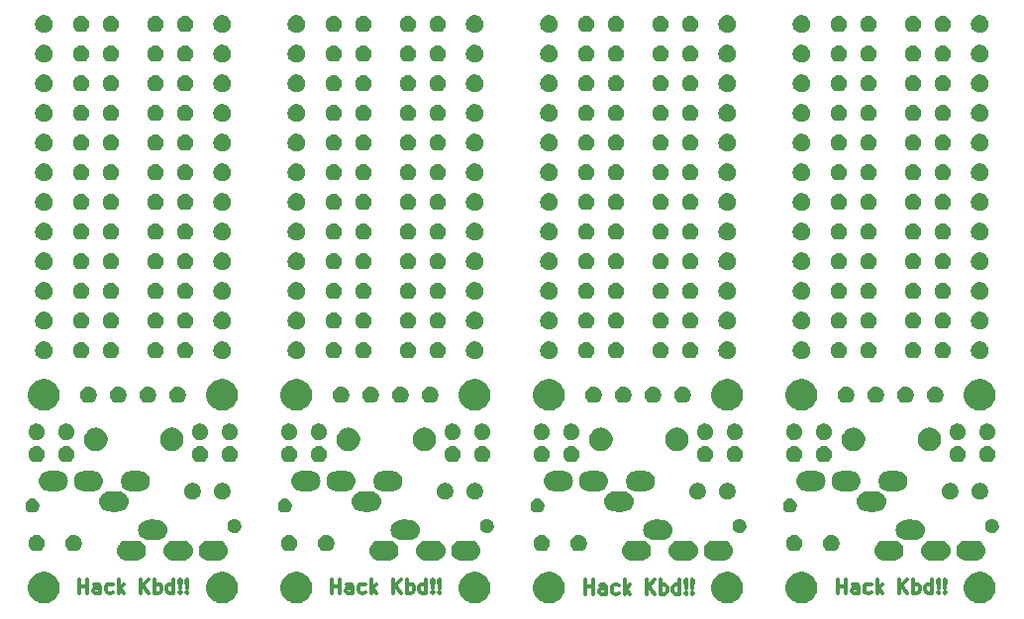
<source format=gts>
G04 #@! TF.GenerationSoftware,KiCad,Pcbnew,5.0.2-bee76a0~70~ubuntu18.04.1*
G04 #@! TF.CreationDate,2019-11-06T20:00:43+09:00*
G04 #@! TF.ProjectId,MxLEDBit,4d784c45-4442-4697-942e-6b696361645f,1*
G04 #@! TF.SameCoordinates,Original*
G04 #@! TF.FileFunction,Soldermask,Top*
G04 #@! TF.FilePolarity,Negative*
%FSLAX46Y46*%
G04 Gerber Fmt 4.6, Leading zero omitted, Abs format (unit mm)*
G04 Created by KiCad (PCBNEW 5.0.2-bee76a0~70~ubuntu18.04.1) date 2019年11月06日 20時00分43秒*
%MOMM*%
%LPD*%
G01*
G04 APERTURE LIST*
%ADD10C,0.300000*%
%ADD11C,0.150000*%
G04 APERTURE END LIST*
D10*
X161204944Y-97654747D02*
X161204944Y-96454747D01*
X161204944Y-97026175D02*
X161890658Y-97026175D01*
X161890658Y-97654747D02*
X161890658Y-96454747D01*
X162976372Y-97654747D02*
X162976372Y-97026175D01*
X162919229Y-96911890D01*
X162804944Y-96854747D01*
X162576372Y-96854747D01*
X162462086Y-96911890D01*
X162976372Y-97597604D02*
X162862086Y-97654747D01*
X162576372Y-97654747D01*
X162462086Y-97597604D01*
X162404944Y-97483318D01*
X162404944Y-97369032D01*
X162462086Y-97254747D01*
X162576372Y-97197604D01*
X162862086Y-97197604D01*
X162976372Y-97140461D01*
X164062086Y-97597604D02*
X163947801Y-97654747D01*
X163719229Y-97654747D01*
X163604944Y-97597604D01*
X163547801Y-97540461D01*
X163490658Y-97426175D01*
X163490658Y-97083318D01*
X163547801Y-96969032D01*
X163604944Y-96911890D01*
X163719229Y-96854747D01*
X163947801Y-96854747D01*
X164062086Y-96911890D01*
X164576372Y-97654747D02*
X164576372Y-96454747D01*
X164690658Y-97197604D02*
X165033515Y-97654747D01*
X165033515Y-96854747D02*
X164576372Y-97311890D01*
X166462086Y-97654747D02*
X166462086Y-96454747D01*
X167147801Y-97654747D02*
X166633515Y-96969032D01*
X167147801Y-96454747D02*
X166462086Y-97140461D01*
X167662086Y-97654747D02*
X167662086Y-96454747D01*
X167662086Y-96911890D02*
X167776372Y-96854747D01*
X168004944Y-96854747D01*
X168119229Y-96911890D01*
X168176372Y-96969032D01*
X168233515Y-97083318D01*
X168233515Y-97426175D01*
X168176372Y-97540461D01*
X168119229Y-97597604D01*
X168004944Y-97654747D01*
X167776372Y-97654747D01*
X167662086Y-97597604D01*
X169262086Y-97654747D02*
X169262086Y-96454747D01*
X169262086Y-97597604D02*
X169147801Y-97654747D01*
X168919229Y-97654747D01*
X168804944Y-97597604D01*
X168747801Y-97540461D01*
X168690658Y-97426175D01*
X168690658Y-97083318D01*
X168747801Y-96969032D01*
X168804944Y-96911890D01*
X168919229Y-96854747D01*
X169147801Y-96854747D01*
X169262086Y-96911890D01*
X169833515Y-97540461D02*
X169890658Y-97597604D01*
X169833515Y-97654747D01*
X169776372Y-97597604D01*
X169833515Y-97540461D01*
X169833515Y-97654747D01*
X169833515Y-97197604D02*
X169776372Y-96511890D01*
X169833515Y-96454747D01*
X169890658Y-96511890D01*
X169833515Y-97197604D01*
X169833515Y-96454747D01*
X170404944Y-97540461D02*
X170462086Y-97597604D01*
X170404944Y-97654747D01*
X170347801Y-97597604D01*
X170404944Y-97540461D01*
X170404944Y-97654747D01*
X170404944Y-97197604D02*
X170347801Y-96511890D01*
X170404944Y-96454747D01*
X170462086Y-96511890D01*
X170404944Y-97197604D01*
X170404944Y-96454747D01*
X139614944Y-97697857D02*
X139614944Y-96497857D01*
X139614944Y-97069285D02*
X140300658Y-97069285D01*
X140300658Y-97697857D02*
X140300658Y-96497857D01*
X141386372Y-97697857D02*
X141386372Y-97069285D01*
X141329229Y-96955000D01*
X141214944Y-96897857D01*
X140986372Y-96897857D01*
X140872086Y-96955000D01*
X141386372Y-97640714D02*
X141272086Y-97697857D01*
X140986372Y-97697857D01*
X140872086Y-97640714D01*
X140814944Y-97526428D01*
X140814944Y-97412142D01*
X140872086Y-97297857D01*
X140986372Y-97240714D01*
X141272086Y-97240714D01*
X141386372Y-97183571D01*
X142472086Y-97640714D02*
X142357801Y-97697857D01*
X142129229Y-97697857D01*
X142014944Y-97640714D01*
X141957801Y-97583571D01*
X141900658Y-97469285D01*
X141900658Y-97126428D01*
X141957801Y-97012142D01*
X142014944Y-96955000D01*
X142129229Y-96897857D01*
X142357801Y-96897857D01*
X142472086Y-96955000D01*
X142986372Y-97697857D02*
X142986372Y-96497857D01*
X143100658Y-97240714D02*
X143443515Y-97697857D01*
X143443515Y-96897857D02*
X142986372Y-97355000D01*
X144872086Y-97697857D02*
X144872086Y-96497857D01*
X145557801Y-97697857D02*
X145043515Y-97012142D01*
X145557801Y-96497857D02*
X144872086Y-97183571D01*
X146072086Y-97697857D02*
X146072086Y-96497857D01*
X146072086Y-96955000D02*
X146186372Y-96897857D01*
X146414944Y-96897857D01*
X146529229Y-96955000D01*
X146586372Y-97012142D01*
X146643515Y-97126428D01*
X146643515Y-97469285D01*
X146586372Y-97583571D01*
X146529229Y-97640714D01*
X146414944Y-97697857D01*
X146186372Y-97697857D01*
X146072086Y-97640714D01*
X147672086Y-97697857D02*
X147672086Y-96497857D01*
X147672086Y-97640714D02*
X147557801Y-97697857D01*
X147329229Y-97697857D01*
X147214944Y-97640714D01*
X147157801Y-97583571D01*
X147100658Y-97469285D01*
X147100658Y-97126428D01*
X147157801Y-97012142D01*
X147214944Y-96955000D01*
X147329229Y-96897857D01*
X147557801Y-96897857D01*
X147672086Y-96955000D01*
X148243515Y-97583571D02*
X148300658Y-97640714D01*
X148243515Y-97697857D01*
X148186372Y-97640714D01*
X148243515Y-97583571D01*
X148243515Y-97697857D01*
X148243515Y-97240714D02*
X148186372Y-96555000D01*
X148243515Y-96497857D01*
X148300658Y-96555000D01*
X148243515Y-97240714D01*
X148243515Y-96497857D01*
X148814944Y-97583571D02*
X148872086Y-97640714D01*
X148814944Y-97697857D01*
X148757801Y-97640714D01*
X148814944Y-97583571D01*
X148814944Y-97697857D01*
X148814944Y-97240714D02*
X148757801Y-96555000D01*
X148814944Y-96497857D01*
X148872086Y-96555000D01*
X148814944Y-97240714D01*
X148814944Y-96497857D01*
X117955000Y-97654747D02*
X117955000Y-96454747D01*
X117955000Y-97026175D02*
X118640714Y-97026175D01*
X118640714Y-97654747D02*
X118640714Y-96454747D01*
X119726428Y-97654747D02*
X119726428Y-97026175D01*
X119669285Y-96911890D01*
X119555000Y-96854747D01*
X119326428Y-96854747D01*
X119212142Y-96911890D01*
X119726428Y-97597604D02*
X119612142Y-97654747D01*
X119326428Y-97654747D01*
X119212142Y-97597604D01*
X119155000Y-97483318D01*
X119155000Y-97369032D01*
X119212142Y-97254747D01*
X119326428Y-97197604D01*
X119612142Y-97197604D01*
X119726428Y-97140461D01*
X120812142Y-97597604D02*
X120697857Y-97654747D01*
X120469285Y-97654747D01*
X120355000Y-97597604D01*
X120297857Y-97540461D01*
X120240714Y-97426175D01*
X120240714Y-97083318D01*
X120297857Y-96969032D01*
X120355000Y-96911890D01*
X120469285Y-96854747D01*
X120697857Y-96854747D01*
X120812142Y-96911890D01*
X121326428Y-97654747D02*
X121326428Y-96454747D01*
X121440714Y-97197604D02*
X121783571Y-97654747D01*
X121783571Y-96854747D02*
X121326428Y-97311890D01*
X123212142Y-97654747D02*
X123212142Y-96454747D01*
X123897857Y-97654747D02*
X123383571Y-96969032D01*
X123897857Y-96454747D02*
X123212142Y-97140461D01*
X124412142Y-97654747D02*
X124412142Y-96454747D01*
X124412142Y-96911890D02*
X124526428Y-96854747D01*
X124755000Y-96854747D01*
X124869285Y-96911890D01*
X124926428Y-96969032D01*
X124983571Y-97083318D01*
X124983571Y-97426175D01*
X124926428Y-97540461D01*
X124869285Y-97597604D01*
X124755000Y-97654747D01*
X124526428Y-97654747D01*
X124412142Y-97597604D01*
X126012142Y-97654747D02*
X126012142Y-96454747D01*
X126012142Y-97597604D02*
X125897857Y-97654747D01*
X125669285Y-97654747D01*
X125555000Y-97597604D01*
X125497857Y-97540461D01*
X125440714Y-97426175D01*
X125440714Y-97083318D01*
X125497857Y-96969032D01*
X125555000Y-96911890D01*
X125669285Y-96854747D01*
X125897857Y-96854747D01*
X126012142Y-96911890D01*
X126583571Y-97540461D02*
X126640714Y-97597604D01*
X126583571Y-97654747D01*
X126526428Y-97597604D01*
X126583571Y-97540461D01*
X126583571Y-97654747D01*
X126583571Y-97197604D02*
X126526428Y-96511890D01*
X126583571Y-96454747D01*
X126640714Y-96511890D01*
X126583571Y-97197604D01*
X126583571Y-96454747D01*
X127155000Y-97540461D02*
X127212142Y-97597604D01*
X127155000Y-97654747D01*
X127097857Y-97597604D01*
X127155000Y-97540461D01*
X127155000Y-97654747D01*
X127155000Y-97197604D02*
X127097857Y-96511890D01*
X127155000Y-96454747D01*
X127212142Y-96511890D01*
X127155000Y-97197604D01*
X127155000Y-96454747D01*
X96365000Y-97654747D02*
X96365000Y-96454747D01*
X96365000Y-97026175D02*
X97050714Y-97026175D01*
X97050714Y-97654747D02*
X97050714Y-96454747D01*
X98136428Y-97654747D02*
X98136428Y-97026175D01*
X98079285Y-96911890D01*
X97965000Y-96854747D01*
X97736428Y-96854747D01*
X97622142Y-96911890D01*
X98136428Y-97597604D02*
X98022142Y-97654747D01*
X97736428Y-97654747D01*
X97622142Y-97597604D01*
X97565000Y-97483318D01*
X97565000Y-97369032D01*
X97622142Y-97254747D01*
X97736428Y-97197604D01*
X98022142Y-97197604D01*
X98136428Y-97140461D01*
X99222142Y-97597604D02*
X99107857Y-97654747D01*
X98879285Y-97654747D01*
X98765000Y-97597604D01*
X98707857Y-97540461D01*
X98650714Y-97426175D01*
X98650714Y-97083318D01*
X98707857Y-96969032D01*
X98765000Y-96911890D01*
X98879285Y-96854747D01*
X99107857Y-96854747D01*
X99222142Y-96911890D01*
X99736428Y-97654747D02*
X99736428Y-96454747D01*
X99850714Y-97197604D02*
X100193571Y-97654747D01*
X100193571Y-96854747D02*
X99736428Y-97311890D01*
X101622142Y-97654747D02*
X101622142Y-96454747D01*
X102307857Y-97654747D02*
X101793571Y-96969032D01*
X102307857Y-96454747D02*
X101622142Y-97140461D01*
X102822142Y-97654747D02*
X102822142Y-96454747D01*
X102822142Y-96911890D02*
X102936428Y-96854747D01*
X103165000Y-96854747D01*
X103279285Y-96911890D01*
X103336428Y-96969032D01*
X103393571Y-97083318D01*
X103393571Y-97426175D01*
X103336428Y-97540461D01*
X103279285Y-97597604D01*
X103165000Y-97654747D01*
X102936428Y-97654747D01*
X102822142Y-97597604D01*
X104422142Y-97654747D02*
X104422142Y-96454747D01*
X104422142Y-97597604D02*
X104307857Y-97654747D01*
X104079285Y-97654747D01*
X103965000Y-97597604D01*
X103907857Y-97540461D01*
X103850714Y-97426175D01*
X103850714Y-97083318D01*
X103907857Y-96969032D01*
X103965000Y-96911890D01*
X104079285Y-96854747D01*
X104307857Y-96854747D01*
X104422142Y-96911890D01*
X104993571Y-97540461D02*
X105050714Y-97597604D01*
X104993571Y-97654747D01*
X104936428Y-97597604D01*
X104993571Y-97540461D01*
X104993571Y-97654747D01*
X104993571Y-97197604D02*
X104936428Y-96511890D01*
X104993571Y-96454747D01*
X105050714Y-96511890D01*
X104993571Y-97197604D01*
X104993571Y-96454747D01*
X105565000Y-97540461D02*
X105622142Y-97597604D01*
X105565000Y-97654747D01*
X105507857Y-97597604D01*
X105565000Y-97540461D01*
X105565000Y-97654747D01*
X105565000Y-97197604D02*
X105507857Y-96511890D01*
X105565000Y-96454747D01*
X105622142Y-96511890D01*
X105565000Y-97197604D01*
X105565000Y-96454747D01*
D11*
G36*
X93738778Y-95856879D02*
X93984466Y-95958646D01*
X94205578Y-96106389D01*
X94393611Y-96294422D01*
X94541354Y-96515534D01*
X94643121Y-96761222D01*
X94695000Y-97022035D01*
X94695000Y-97287965D01*
X94643121Y-97548778D01*
X94541354Y-97794466D01*
X94393611Y-98015578D01*
X94205578Y-98203611D01*
X93984466Y-98351354D01*
X93738778Y-98453121D01*
X93477965Y-98505000D01*
X93212035Y-98505000D01*
X92951222Y-98453121D01*
X92705534Y-98351354D01*
X92484422Y-98203611D01*
X92296389Y-98015578D01*
X92148646Y-97794466D01*
X92046879Y-97548778D01*
X91995000Y-97287965D01*
X91995000Y-97022035D01*
X92046879Y-96761222D01*
X92148646Y-96515534D01*
X92296389Y-96294422D01*
X92484422Y-96106389D01*
X92705534Y-95958646D01*
X92951222Y-95856879D01*
X93212035Y-95805000D01*
X93477965Y-95805000D01*
X93738778Y-95856879D01*
X93738778Y-95856879D01*
G37*
G36*
X108978778Y-95856879D02*
X109224466Y-95958646D01*
X109445578Y-96106389D01*
X109633611Y-96294422D01*
X109781354Y-96515534D01*
X109883121Y-96761222D01*
X109935000Y-97022035D01*
X109935000Y-97287965D01*
X109883121Y-97548778D01*
X109781354Y-97794466D01*
X109633611Y-98015578D01*
X109445578Y-98203611D01*
X109224466Y-98351354D01*
X108978778Y-98453121D01*
X108717965Y-98505000D01*
X108452035Y-98505000D01*
X108191222Y-98453121D01*
X107945534Y-98351354D01*
X107724422Y-98203611D01*
X107536389Y-98015578D01*
X107388646Y-97794466D01*
X107286879Y-97548778D01*
X107235000Y-97287965D01*
X107235000Y-97022035D01*
X107286879Y-96761222D01*
X107388646Y-96515534D01*
X107536389Y-96294422D01*
X107724422Y-96106389D01*
X107945534Y-95958646D01*
X108191222Y-95856879D01*
X108452035Y-95805000D01*
X108717965Y-95805000D01*
X108978778Y-95856879D01*
X108978778Y-95856879D01*
G37*
G36*
X115328778Y-95856879D02*
X115574466Y-95958646D01*
X115795578Y-96106389D01*
X115983611Y-96294422D01*
X116131354Y-96515534D01*
X116233121Y-96761222D01*
X116285000Y-97022035D01*
X116285000Y-97287965D01*
X116233121Y-97548778D01*
X116131354Y-97794466D01*
X115983611Y-98015578D01*
X115795578Y-98203611D01*
X115574466Y-98351354D01*
X115328778Y-98453121D01*
X115067965Y-98505000D01*
X114802035Y-98505000D01*
X114541222Y-98453121D01*
X114295534Y-98351354D01*
X114074422Y-98203611D01*
X113886389Y-98015578D01*
X113738646Y-97794466D01*
X113636879Y-97548778D01*
X113585000Y-97287965D01*
X113585000Y-97022035D01*
X113636879Y-96761222D01*
X113738646Y-96515534D01*
X113886389Y-96294422D01*
X114074422Y-96106389D01*
X114295534Y-95958646D01*
X114541222Y-95856879D01*
X114802035Y-95805000D01*
X115067965Y-95805000D01*
X115328778Y-95856879D01*
X115328778Y-95856879D01*
G37*
G36*
X130568778Y-95856879D02*
X130814466Y-95958646D01*
X131035578Y-96106389D01*
X131223611Y-96294422D01*
X131371354Y-96515534D01*
X131473121Y-96761222D01*
X131525000Y-97022035D01*
X131525000Y-97287965D01*
X131473121Y-97548778D01*
X131371354Y-97794466D01*
X131223611Y-98015578D01*
X131035578Y-98203611D01*
X130814466Y-98351354D01*
X130568778Y-98453121D01*
X130307965Y-98505000D01*
X130042035Y-98505000D01*
X129781222Y-98453121D01*
X129535534Y-98351354D01*
X129314422Y-98203611D01*
X129126389Y-98015578D01*
X128978646Y-97794466D01*
X128876879Y-97548778D01*
X128825000Y-97287965D01*
X128825000Y-97022035D01*
X128876879Y-96761222D01*
X128978646Y-96515534D01*
X129126389Y-96294422D01*
X129314422Y-96106389D01*
X129535534Y-95958646D01*
X129781222Y-95856879D01*
X130042035Y-95805000D01*
X130307965Y-95805000D01*
X130568778Y-95856879D01*
X130568778Y-95856879D01*
G37*
G36*
X152158778Y-95856879D02*
X152404466Y-95958646D01*
X152625578Y-96106389D01*
X152813611Y-96294422D01*
X152961354Y-96515534D01*
X153063121Y-96761222D01*
X153115000Y-97022035D01*
X153115000Y-97287965D01*
X153063121Y-97548778D01*
X152961354Y-97794466D01*
X152813611Y-98015578D01*
X152625578Y-98203611D01*
X152404466Y-98351354D01*
X152158778Y-98453121D01*
X151897965Y-98505000D01*
X151632035Y-98505000D01*
X151371222Y-98453121D01*
X151125534Y-98351354D01*
X150904422Y-98203611D01*
X150716389Y-98015578D01*
X150568646Y-97794466D01*
X150466879Y-97548778D01*
X150415000Y-97287965D01*
X150415000Y-97022035D01*
X150466879Y-96761222D01*
X150568646Y-96515534D01*
X150716389Y-96294422D01*
X150904422Y-96106389D01*
X151125534Y-95958646D01*
X151371222Y-95856879D01*
X151632035Y-95805000D01*
X151897965Y-95805000D01*
X152158778Y-95856879D01*
X152158778Y-95856879D01*
G37*
G36*
X136918778Y-95856879D02*
X137164466Y-95958646D01*
X137385578Y-96106389D01*
X137573611Y-96294422D01*
X137721354Y-96515534D01*
X137823121Y-96761222D01*
X137875000Y-97022035D01*
X137875000Y-97287965D01*
X137823121Y-97548778D01*
X137721354Y-97794466D01*
X137573611Y-98015578D01*
X137385578Y-98203611D01*
X137164466Y-98351354D01*
X136918778Y-98453121D01*
X136657965Y-98505000D01*
X136392035Y-98505000D01*
X136131222Y-98453121D01*
X135885534Y-98351354D01*
X135664422Y-98203611D01*
X135476389Y-98015578D01*
X135328646Y-97794466D01*
X135226879Y-97548778D01*
X135175000Y-97287965D01*
X135175000Y-97022035D01*
X135226879Y-96761222D01*
X135328646Y-96515534D01*
X135476389Y-96294422D01*
X135664422Y-96106389D01*
X135885534Y-95958646D01*
X136131222Y-95856879D01*
X136392035Y-95805000D01*
X136657965Y-95805000D01*
X136918778Y-95856879D01*
X136918778Y-95856879D01*
G37*
G36*
X173748778Y-95856879D02*
X173994466Y-95958646D01*
X174215578Y-96106389D01*
X174403611Y-96294422D01*
X174551354Y-96515534D01*
X174653121Y-96761222D01*
X174705000Y-97022035D01*
X174705000Y-97287965D01*
X174653121Y-97548778D01*
X174551354Y-97794466D01*
X174403611Y-98015578D01*
X174215578Y-98203611D01*
X173994466Y-98351354D01*
X173748778Y-98453121D01*
X173487965Y-98505000D01*
X173222035Y-98505000D01*
X172961222Y-98453121D01*
X172715534Y-98351354D01*
X172494422Y-98203611D01*
X172306389Y-98015578D01*
X172158646Y-97794466D01*
X172056879Y-97548778D01*
X172005000Y-97287965D01*
X172005000Y-97022035D01*
X172056879Y-96761222D01*
X172158646Y-96515534D01*
X172306389Y-96294422D01*
X172494422Y-96106389D01*
X172715534Y-95958646D01*
X172961222Y-95856879D01*
X173222035Y-95805000D01*
X173487965Y-95805000D01*
X173748778Y-95856879D01*
X173748778Y-95856879D01*
G37*
G36*
X158508778Y-95856879D02*
X158754466Y-95958646D01*
X158975578Y-96106389D01*
X159163611Y-96294422D01*
X159311354Y-96515534D01*
X159413121Y-96761222D01*
X159465000Y-97022035D01*
X159465000Y-97287965D01*
X159413121Y-97548778D01*
X159311354Y-97794466D01*
X159163611Y-98015578D01*
X158975578Y-98203611D01*
X158754466Y-98351354D01*
X158508778Y-98453121D01*
X158247965Y-98505000D01*
X157982035Y-98505000D01*
X157721222Y-98453121D01*
X157475534Y-98351354D01*
X157254422Y-98203611D01*
X157066389Y-98015578D01*
X156918646Y-97794466D01*
X156816879Y-97548778D01*
X156765000Y-97287965D01*
X156765000Y-97022035D01*
X156816879Y-96761222D01*
X156918646Y-96515534D01*
X157066389Y-96294422D01*
X157254422Y-96106389D01*
X157475534Y-95958646D01*
X157721222Y-95856879D01*
X157982035Y-95805000D01*
X158247965Y-95805000D01*
X158508778Y-95856879D01*
X158508778Y-95856879D01*
G37*
G36*
X144571630Y-93142299D02*
X144731855Y-93190903D01*
X144879520Y-93269831D01*
X145008949Y-93376051D01*
X145115169Y-93505480D01*
X145194097Y-93653145D01*
X145242701Y-93813370D01*
X145259112Y-93980000D01*
X145242701Y-94146630D01*
X145194097Y-94306855D01*
X145115169Y-94454520D01*
X145008949Y-94583949D01*
X144879520Y-94690169D01*
X144731855Y-94769097D01*
X144571630Y-94817701D01*
X144446752Y-94830000D01*
X143563248Y-94830000D01*
X143438370Y-94817701D01*
X143278145Y-94769097D01*
X143130480Y-94690169D01*
X143001051Y-94583949D01*
X142894831Y-94454520D01*
X142815903Y-94306855D01*
X142767299Y-94146630D01*
X142750888Y-93980000D01*
X142767299Y-93813370D01*
X142815903Y-93653145D01*
X142894831Y-93505480D01*
X143001051Y-93376051D01*
X143130480Y-93269831D01*
X143278145Y-93190903D01*
X143438370Y-93142299D01*
X143563248Y-93130000D01*
X144446752Y-93130000D01*
X144571630Y-93142299D01*
X144571630Y-93142299D01*
G37*
G36*
X173161630Y-93142299D02*
X173321855Y-93190903D01*
X173469520Y-93269831D01*
X173598949Y-93376051D01*
X173705169Y-93505480D01*
X173784097Y-93653145D01*
X173832701Y-93813370D01*
X173849112Y-93980000D01*
X173832701Y-94146630D01*
X173784097Y-94306855D01*
X173705169Y-94454520D01*
X173598949Y-94583949D01*
X173469520Y-94690169D01*
X173321855Y-94769097D01*
X173161630Y-94817701D01*
X173036752Y-94830000D01*
X172153248Y-94830000D01*
X172028370Y-94817701D01*
X171868145Y-94769097D01*
X171720480Y-94690169D01*
X171591051Y-94583949D01*
X171484831Y-94454520D01*
X171405903Y-94306855D01*
X171357299Y-94146630D01*
X171340888Y-93980000D01*
X171357299Y-93813370D01*
X171405903Y-93653145D01*
X171484831Y-93505480D01*
X171591051Y-93376051D01*
X171720480Y-93269831D01*
X171868145Y-93190903D01*
X172028370Y-93142299D01*
X172153248Y-93130000D01*
X173036752Y-93130000D01*
X173161630Y-93142299D01*
X173161630Y-93142299D01*
G37*
G36*
X170161630Y-93142299D02*
X170321855Y-93190903D01*
X170469520Y-93269831D01*
X170598949Y-93376051D01*
X170705169Y-93505480D01*
X170784097Y-93653145D01*
X170832701Y-93813370D01*
X170849112Y-93980000D01*
X170832701Y-94146630D01*
X170784097Y-94306855D01*
X170705169Y-94454520D01*
X170598949Y-94583949D01*
X170469520Y-94690169D01*
X170321855Y-94769097D01*
X170161630Y-94817701D01*
X170036752Y-94830000D01*
X169153248Y-94830000D01*
X169028370Y-94817701D01*
X168868145Y-94769097D01*
X168720480Y-94690169D01*
X168591051Y-94583949D01*
X168484831Y-94454520D01*
X168405903Y-94306855D01*
X168357299Y-94146630D01*
X168340888Y-93980000D01*
X168357299Y-93813370D01*
X168405903Y-93653145D01*
X168484831Y-93505480D01*
X168591051Y-93376051D01*
X168720480Y-93269831D01*
X168868145Y-93190903D01*
X169028370Y-93142299D01*
X169153248Y-93130000D01*
X170036752Y-93130000D01*
X170161630Y-93142299D01*
X170161630Y-93142299D01*
G37*
G36*
X151571630Y-93142299D02*
X151731855Y-93190903D01*
X151879520Y-93269831D01*
X152008949Y-93376051D01*
X152115169Y-93505480D01*
X152194097Y-93653145D01*
X152242701Y-93813370D01*
X152259112Y-93980000D01*
X152242701Y-94146630D01*
X152194097Y-94306855D01*
X152115169Y-94454520D01*
X152008949Y-94583949D01*
X151879520Y-94690169D01*
X151731855Y-94769097D01*
X151571630Y-94817701D01*
X151446752Y-94830000D01*
X150563248Y-94830000D01*
X150438370Y-94817701D01*
X150278145Y-94769097D01*
X150130480Y-94690169D01*
X150001051Y-94583949D01*
X149894831Y-94454520D01*
X149815903Y-94306855D01*
X149767299Y-94146630D01*
X149750888Y-93980000D01*
X149767299Y-93813370D01*
X149815903Y-93653145D01*
X149894831Y-93505480D01*
X150001051Y-93376051D01*
X150130480Y-93269831D01*
X150278145Y-93190903D01*
X150438370Y-93142299D01*
X150563248Y-93130000D01*
X151446752Y-93130000D01*
X151571630Y-93142299D01*
X151571630Y-93142299D01*
G37*
G36*
X148571630Y-93142299D02*
X148731855Y-93190903D01*
X148879520Y-93269831D01*
X149008949Y-93376051D01*
X149115169Y-93505480D01*
X149194097Y-93653145D01*
X149242701Y-93813370D01*
X149259112Y-93980000D01*
X149242701Y-94146630D01*
X149194097Y-94306855D01*
X149115169Y-94454520D01*
X149008949Y-94583949D01*
X148879520Y-94690169D01*
X148731855Y-94769097D01*
X148571630Y-94817701D01*
X148446752Y-94830000D01*
X147563248Y-94830000D01*
X147438370Y-94817701D01*
X147278145Y-94769097D01*
X147130480Y-94690169D01*
X147001051Y-94583949D01*
X146894831Y-94454520D01*
X146815903Y-94306855D01*
X146767299Y-94146630D01*
X146750888Y-93980000D01*
X146767299Y-93813370D01*
X146815903Y-93653145D01*
X146894831Y-93505480D01*
X147001051Y-93376051D01*
X147130480Y-93269831D01*
X147278145Y-93190903D01*
X147438370Y-93142299D01*
X147563248Y-93130000D01*
X148446752Y-93130000D01*
X148571630Y-93142299D01*
X148571630Y-93142299D01*
G37*
G36*
X129981630Y-93142299D02*
X130141855Y-93190903D01*
X130289520Y-93269831D01*
X130418949Y-93376051D01*
X130525169Y-93505480D01*
X130604097Y-93653145D01*
X130652701Y-93813370D01*
X130669112Y-93980000D01*
X130652701Y-94146630D01*
X130604097Y-94306855D01*
X130525169Y-94454520D01*
X130418949Y-94583949D01*
X130289520Y-94690169D01*
X130141855Y-94769097D01*
X129981630Y-94817701D01*
X129856752Y-94830000D01*
X128973248Y-94830000D01*
X128848370Y-94817701D01*
X128688145Y-94769097D01*
X128540480Y-94690169D01*
X128411051Y-94583949D01*
X128304831Y-94454520D01*
X128225903Y-94306855D01*
X128177299Y-94146630D01*
X128160888Y-93980000D01*
X128177299Y-93813370D01*
X128225903Y-93653145D01*
X128304831Y-93505480D01*
X128411051Y-93376051D01*
X128540480Y-93269831D01*
X128688145Y-93190903D01*
X128848370Y-93142299D01*
X128973248Y-93130000D01*
X129856752Y-93130000D01*
X129981630Y-93142299D01*
X129981630Y-93142299D01*
G37*
G36*
X126981630Y-93142299D02*
X127141855Y-93190903D01*
X127289520Y-93269831D01*
X127418949Y-93376051D01*
X127525169Y-93505480D01*
X127604097Y-93653145D01*
X127652701Y-93813370D01*
X127669112Y-93980000D01*
X127652701Y-94146630D01*
X127604097Y-94306855D01*
X127525169Y-94454520D01*
X127418949Y-94583949D01*
X127289520Y-94690169D01*
X127141855Y-94769097D01*
X126981630Y-94817701D01*
X126856752Y-94830000D01*
X125973248Y-94830000D01*
X125848370Y-94817701D01*
X125688145Y-94769097D01*
X125540480Y-94690169D01*
X125411051Y-94583949D01*
X125304831Y-94454520D01*
X125225903Y-94306855D01*
X125177299Y-94146630D01*
X125160888Y-93980000D01*
X125177299Y-93813370D01*
X125225903Y-93653145D01*
X125304831Y-93505480D01*
X125411051Y-93376051D01*
X125540480Y-93269831D01*
X125688145Y-93190903D01*
X125848370Y-93142299D01*
X125973248Y-93130000D01*
X126856752Y-93130000D01*
X126981630Y-93142299D01*
X126981630Y-93142299D01*
G37*
G36*
X122981630Y-93142299D02*
X123141855Y-93190903D01*
X123289520Y-93269831D01*
X123418949Y-93376051D01*
X123525169Y-93505480D01*
X123604097Y-93653145D01*
X123652701Y-93813370D01*
X123669112Y-93980000D01*
X123652701Y-94146630D01*
X123604097Y-94306855D01*
X123525169Y-94454520D01*
X123418949Y-94583949D01*
X123289520Y-94690169D01*
X123141855Y-94769097D01*
X122981630Y-94817701D01*
X122856752Y-94830000D01*
X121973248Y-94830000D01*
X121848370Y-94817701D01*
X121688145Y-94769097D01*
X121540480Y-94690169D01*
X121411051Y-94583949D01*
X121304831Y-94454520D01*
X121225903Y-94306855D01*
X121177299Y-94146630D01*
X121160888Y-93980000D01*
X121177299Y-93813370D01*
X121225903Y-93653145D01*
X121304831Y-93505480D01*
X121411051Y-93376051D01*
X121540480Y-93269831D01*
X121688145Y-93190903D01*
X121848370Y-93142299D01*
X121973248Y-93130000D01*
X122856752Y-93130000D01*
X122981630Y-93142299D01*
X122981630Y-93142299D01*
G37*
G36*
X101391630Y-93142299D02*
X101551855Y-93190903D01*
X101699520Y-93269831D01*
X101828949Y-93376051D01*
X101935169Y-93505480D01*
X102014097Y-93653145D01*
X102062701Y-93813370D01*
X102079112Y-93980000D01*
X102062701Y-94146630D01*
X102014097Y-94306855D01*
X101935169Y-94454520D01*
X101828949Y-94583949D01*
X101699520Y-94690169D01*
X101551855Y-94769097D01*
X101391630Y-94817701D01*
X101266752Y-94830000D01*
X100383248Y-94830000D01*
X100258370Y-94817701D01*
X100098145Y-94769097D01*
X99950480Y-94690169D01*
X99821051Y-94583949D01*
X99714831Y-94454520D01*
X99635903Y-94306855D01*
X99587299Y-94146630D01*
X99570888Y-93980000D01*
X99587299Y-93813370D01*
X99635903Y-93653145D01*
X99714831Y-93505480D01*
X99821051Y-93376051D01*
X99950480Y-93269831D01*
X100098145Y-93190903D01*
X100258370Y-93142299D01*
X100383248Y-93130000D01*
X101266752Y-93130000D01*
X101391630Y-93142299D01*
X101391630Y-93142299D01*
G37*
G36*
X105391630Y-93142299D02*
X105551855Y-93190903D01*
X105699520Y-93269831D01*
X105828949Y-93376051D01*
X105935169Y-93505480D01*
X106014097Y-93653145D01*
X106062701Y-93813370D01*
X106079112Y-93980000D01*
X106062701Y-94146630D01*
X106014097Y-94306855D01*
X105935169Y-94454520D01*
X105828949Y-94583949D01*
X105699520Y-94690169D01*
X105551855Y-94769097D01*
X105391630Y-94817701D01*
X105266752Y-94830000D01*
X104383248Y-94830000D01*
X104258370Y-94817701D01*
X104098145Y-94769097D01*
X103950480Y-94690169D01*
X103821051Y-94583949D01*
X103714831Y-94454520D01*
X103635903Y-94306855D01*
X103587299Y-94146630D01*
X103570888Y-93980000D01*
X103587299Y-93813370D01*
X103635903Y-93653145D01*
X103714831Y-93505480D01*
X103821051Y-93376051D01*
X103950480Y-93269831D01*
X104098145Y-93190903D01*
X104258370Y-93142299D01*
X104383248Y-93130000D01*
X105266752Y-93130000D01*
X105391630Y-93142299D01*
X105391630Y-93142299D01*
G37*
G36*
X166161630Y-93142299D02*
X166321855Y-93190903D01*
X166469520Y-93269831D01*
X166598949Y-93376051D01*
X166705169Y-93505480D01*
X166784097Y-93653145D01*
X166832701Y-93813370D01*
X166849112Y-93980000D01*
X166832701Y-94146630D01*
X166784097Y-94306855D01*
X166705169Y-94454520D01*
X166598949Y-94583949D01*
X166469520Y-94690169D01*
X166321855Y-94769097D01*
X166161630Y-94817701D01*
X166036752Y-94830000D01*
X165153248Y-94830000D01*
X165028370Y-94817701D01*
X164868145Y-94769097D01*
X164720480Y-94690169D01*
X164591051Y-94583949D01*
X164484831Y-94454520D01*
X164405903Y-94306855D01*
X164357299Y-94146630D01*
X164340888Y-93980000D01*
X164357299Y-93813370D01*
X164405903Y-93653145D01*
X164484831Y-93505480D01*
X164591051Y-93376051D01*
X164720480Y-93269831D01*
X164868145Y-93190903D01*
X165028370Y-93142299D01*
X165153248Y-93130000D01*
X166036752Y-93130000D01*
X166161630Y-93142299D01*
X166161630Y-93142299D01*
G37*
G36*
X108391630Y-93142299D02*
X108551855Y-93190903D01*
X108699520Y-93269831D01*
X108828949Y-93376051D01*
X108935169Y-93505480D01*
X109014097Y-93653145D01*
X109062701Y-93813370D01*
X109079112Y-93980000D01*
X109062701Y-94146630D01*
X109014097Y-94306855D01*
X108935169Y-94454520D01*
X108828949Y-94583949D01*
X108699520Y-94690169D01*
X108551855Y-94769097D01*
X108391630Y-94817701D01*
X108266752Y-94830000D01*
X107383248Y-94830000D01*
X107258370Y-94817701D01*
X107098145Y-94769097D01*
X106950480Y-94690169D01*
X106821051Y-94583949D01*
X106714831Y-94454520D01*
X106635903Y-94306855D01*
X106587299Y-94146630D01*
X106570888Y-93980000D01*
X106587299Y-93813370D01*
X106635903Y-93653145D01*
X106714831Y-93505480D01*
X106821051Y-93376051D01*
X106950480Y-93269831D01*
X107098145Y-93190903D01*
X107258370Y-93142299D01*
X107383248Y-93130000D01*
X108266752Y-93130000D01*
X108391630Y-93142299D01*
X108391630Y-93142299D01*
G37*
G36*
X160858745Y-92673342D02*
X160985863Y-92725996D01*
X161100271Y-92802441D01*
X161197559Y-92899729D01*
X161274004Y-93014137D01*
X161326658Y-93141255D01*
X161353500Y-93276202D01*
X161353500Y-93413798D01*
X161326658Y-93548745D01*
X161274004Y-93675863D01*
X161197559Y-93790271D01*
X161100271Y-93887559D01*
X160985863Y-93964004D01*
X160858745Y-94016658D01*
X160723798Y-94043500D01*
X160586202Y-94043500D01*
X160451255Y-94016658D01*
X160324137Y-93964004D01*
X160209729Y-93887559D01*
X160112441Y-93790271D01*
X160035996Y-93675863D01*
X159983342Y-93548745D01*
X159956500Y-93413798D01*
X159956500Y-93276202D01*
X159983342Y-93141255D01*
X160035996Y-93014137D01*
X160112441Y-92899729D01*
X160209729Y-92802441D01*
X160324137Y-92725996D01*
X160451255Y-92673342D01*
X160586202Y-92646500D01*
X160723798Y-92646500D01*
X160858745Y-92673342D01*
X160858745Y-92673342D01*
G37*
G36*
X117678745Y-92673342D02*
X117805863Y-92725996D01*
X117920271Y-92802441D01*
X118017559Y-92899729D01*
X118094004Y-93014137D01*
X118146658Y-93141255D01*
X118173500Y-93276202D01*
X118173500Y-93413798D01*
X118146658Y-93548745D01*
X118094004Y-93675863D01*
X118017559Y-93790271D01*
X117920271Y-93887559D01*
X117805863Y-93964004D01*
X117678745Y-94016658D01*
X117543798Y-94043500D01*
X117406202Y-94043500D01*
X117271255Y-94016658D01*
X117144137Y-93964004D01*
X117029729Y-93887559D01*
X116932441Y-93790271D01*
X116855996Y-93675863D01*
X116803342Y-93548745D01*
X116776500Y-93413798D01*
X116776500Y-93276202D01*
X116803342Y-93141255D01*
X116855996Y-93014137D01*
X116932441Y-92899729D01*
X117029729Y-92802441D01*
X117144137Y-92725996D01*
X117271255Y-92673342D01*
X117406202Y-92646500D01*
X117543798Y-92646500D01*
X117678745Y-92673342D01*
X117678745Y-92673342D01*
G37*
G36*
X114503745Y-92673342D02*
X114630863Y-92725996D01*
X114745271Y-92802441D01*
X114842559Y-92899729D01*
X114919004Y-93014137D01*
X114971658Y-93141255D01*
X114998500Y-93276202D01*
X114998500Y-93413798D01*
X114971658Y-93548745D01*
X114919004Y-93675863D01*
X114842559Y-93790271D01*
X114745271Y-93887559D01*
X114630863Y-93964004D01*
X114503745Y-94016658D01*
X114368798Y-94043500D01*
X114231202Y-94043500D01*
X114096255Y-94016658D01*
X113969137Y-93964004D01*
X113854729Y-93887559D01*
X113757441Y-93790271D01*
X113680996Y-93675863D01*
X113628342Y-93548745D01*
X113601500Y-93413798D01*
X113601500Y-93276202D01*
X113628342Y-93141255D01*
X113680996Y-93014137D01*
X113757441Y-92899729D01*
X113854729Y-92802441D01*
X113969137Y-92725996D01*
X114096255Y-92673342D01*
X114231202Y-92646500D01*
X114368798Y-92646500D01*
X114503745Y-92673342D01*
X114503745Y-92673342D01*
G37*
G36*
X136093745Y-92673342D02*
X136220863Y-92725996D01*
X136335271Y-92802441D01*
X136432559Y-92899729D01*
X136509004Y-93014137D01*
X136561658Y-93141255D01*
X136588500Y-93276202D01*
X136588500Y-93413798D01*
X136561658Y-93548745D01*
X136509004Y-93675863D01*
X136432559Y-93790271D01*
X136335271Y-93887559D01*
X136220863Y-93964004D01*
X136093745Y-94016658D01*
X135958798Y-94043500D01*
X135821202Y-94043500D01*
X135686255Y-94016658D01*
X135559137Y-93964004D01*
X135444729Y-93887559D01*
X135347441Y-93790271D01*
X135270996Y-93675863D01*
X135218342Y-93548745D01*
X135191500Y-93413798D01*
X135191500Y-93276202D01*
X135218342Y-93141255D01*
X135270996Y-93014137D01*
X135347441Y-92899729D01*
X135444729Y-92802441D01*
X135559137Y-92725996D01*
X135686255Y-92673342D01*
X135821202Y-92646500D01*
X135958798Y-92646500D01*
X136093745Y-92673342D01*
X136093745Y-92673342D01*
G37*
G36*
X96088745Y-92673342D02*
X96215863Y-92725996D01*
X96330271Y-92802441D01*
X96427559Y-92899729D01*
X96504004Y-93014137D01*
X96556658Y-93141255D01*
X96583500Y-93276202D01*
X96583500Y-93413798D01*
X96556658Y-93548745D01*
X96504004Y-93675863D01*
X96427559Y-93790271D01*
X96330271Y-93887559D01*
X96215863Y-93964004D01*
X96088745Y-94016658D01*
X95953798Y-94043500D01*
X95816202Y-94043500D01*
X95681255Y-94016658D01*
X95554137Y-93964004D01*
X95439729Y-93887559D01*
X95342441Y-93790271D01*
X95265996Y-93675863D01*
X95213342Y-93548745D01*
X95186500Y-93413798D01*
X95186500Y-93276202D01*
X95213342Y-93141255D01*
X95265996Y-93014137D01*
X95342441Y-92899729D01*
X95439729Y-92802441D01*
X95554137Y-92725996D01*
X95681255Y-92673342D01*
X95816202Y-92646500D01*
X95953798Y-92646500D01*
X96088745Y-92673342D01*
X96088745Y-92673342D01*
G37*
G36*
X92913745Y-92673342D02*
X93040863Y-92725996D01*
X93155271Y-92802441D01*
X93252559Y-92899729D01*
X93329004Y-93014137D01*
X93381658Y-93141255D01*
X93408500Y-93276202D01*
X93408500Y-93413798D01*
X93381658Y-93548745D01*
X93329004Y-93675863D01*
X93252559Y-93790271D01*
X93155271Y-93887559D01*
X93040863Y-93964004D01*
X92913745Y-94016658D01*
X92778798Y-94043500D01*
X92641202Y-94043500D01*
X92506255Y-94016658D01*
X92379137Y-93964004D01*
X92264729Y-93887559D01*
X92167441Y-93790271D01*
X92090996Y-93675863D01*
X92038342Y-93548745D01*
X92011500Y-93413798D01*
X92011500Y-93276202D01*
X92038342Y-93141255D01*
X92090996Y-93014137D01*
X92167441Y-92899729D01*
X92264729Y-92802441D01*
X92379137Y-92725996D01*
X92506255Y-92673342D01*
X92641202Y-92646500D01*
X92778798Y-92646500D01*
X92913745Y-92673342D01*
X92913745Y-92673342D01*
G37*
G36*
X157683745Y-92673342D02*
X157810863Y-92725996D01*
X157925271Y-92802441D01*
X158022559Y-92899729D01*
X158099004Y-93014137D01*
X158151658Y-93141255D01*
X158178500Y-93276202D01*
X158178500Y-93413798D01*
X158151658Y-93548745D01*
X158099004Y-93675863D01*
X158022559Y-93790271D01*
X157925271Y-93887559D01*
X157810863Y-93964004D01*
X157683745Y-94016658D01*
X157548798Y-94043500D01*
X157411202Y-94043500D01*
X157276255Y-94016658D01*
X157149137Y-93964004D01*
X157034729Y-93887559D01*
X156937441Y-93790271D01*
X156860996Y-93675863D01*
X156808342Y-93548745D01*
X156781500Y-93413798D01*
X156781500Y-93276202D01*
X156808342Y-93141255D01*
X156860996Y-93014137D01*
X156937441Y-92899729D01*
X157034729Y-92802441D01*
X157149137Y-92725996D01*
X157276255Y-92673342D01*
X157411202Y-92646500D01*
X157548798Y-92646500D01*
X157683745Y-92673342D01*
X157683745Y-92673342D01*
G37*
G36*
X139268745Y-92673342D02*
X139395863Y-92725996D01*
X139510271Y-92802441D01*
X139607559Y-92899729D01*
X139684004Y-93014137D01*
X139736658Y-93141255D01*
X139763500Y-93276202D01*
X139763500Y-93413798D01*
X139736658Y-93548745D01*
X139684004Y-93675863D01*
X139607559Y-93790271D01*
X139510271Y-93887559D01*
X139395863Y-93964004D01*
X139268745Y-94016658D01*
X139133798Y-94043500D01*
X138996202Y-94043500D01*
X138861255Y-94016658D01*
X138734137Y-93964004D01*
X138619729Y-93887559D01*
X138522441Y-93790271D01*
X138445996Y-93675863D01*
X138393342Y-93548745D01*
X138366500Y-93413798D01*
X138366500Y-93276202D01*
X138393342Y-93141255D01*
X138445996Y-93014137D01*
X138522441Y-92899729D01*
X138619729Y-92802441D01*
X138734137Y-92725996D01*
X138861255Y-92673342D01*
X138996202Y-92646500D01*
X139133798Y-92646500D01*
X139268745Y-92673342D01*
X139268745Y-92673342D01*
G37*
G36*
X145971012Y-91303057D02*
X145971015Y-91303058D01*
X145971014Y-91303058D01*
X146080207Y-91348287D01*
X146096146Y-91358937D01*
X146117751Y-91370485D01*
X146141200Y-91377598D01*
X146165587Y-91380000D01*
X146276752Y-91380000D01*
X146401630Y-91392299D01*
X146561855Y-91440903D01*
X146709520Y-91519831D01*
X146838949Y-91626051D01*
X146945169Y-91755480D01*
X147024097Y-91903145D01*
X147072701Y-92063370D01*
X147089112Y-92230000D01*
X147072701Y-92396630D01*
X147024097Y-92556855D01*
X146945169Y-92704520D01*
X146838949Y-92833949D01*
X146709520Y-92940169D01*
X146561855Y-93019097D01*
X146401630Y-93067701D01*
X146276752Y-93080000D01*
X145393248Y-93080000D01*
X145268370Y-93067701D01*
X145108145Y-93019097D01*
X144960480Y-92940169D01*
X144831051Y-92833949D01*
X144724831Y-92704520D01*
X144645903Y-92556855D01*
X144597299Y-92396630D01*
X144580888Y-92230000D01*
X144597299Y-92063370D01*
X144645903Y-91903145D01*
X144724831Y-91755480D01*
X144831051Y-91626051D01*
X144960480Y-91519831D01*
X145108145Y-91440903D01*
X145268370Y-91392299D01*
X145393248Y-91380000D01*
X145426413Y-91380000D01*
X145450799Y-91377598D01*
X145474248Y-91370485D01*
X145495854Y-91358937D01*
X145511793Y-91348287D01*
X145620986Y-91303058D01*
X145620985Y-91303058D01*
X145620988Y-91303057D01*
X145736904Y-91280000D01*
X145855096Y-91280000D01*
X145971012Y-91303057D01*
X145971012Y-91303057D01*
G37*
G36*
X124381012Y-91303057D02*
X124381015Y-91303058D01*
X124381014Y-91303058D01*
X124490207Y-91348287D01*
X124506146Y-91358937D01*
X124527751Y-91370485D01*
X124551200Y-91377598D01*
X124575587Y-91380000D01*
X124686752Y-91380000D01*
X124811630Y-91392299D01*
X124971855Y-91440903D01*
X125119520Y-91519831D01*
X125248949Y-91626051D01*
X125355169Y-91755480D01*
X125434097Y-91903145D01*
X125482701Y-92063370D01*
X125499112Y-92230000D01*
X125482701Y-92396630D01*
X125434097Y-92556855D01*
X125355169Y-92704520D01*
X125248949Y-92833949D01*
X125119520Y-92940169D01*
X124971855Y-93019097D01*
X124811630Y-93067701D01*
X124686752Y-93080000D01*
X123803248Y-93080000D01*
X123678370Y-93067701D01*
X123518145Y-93019097D01*
X123370480Y-92940169D01*
X123241051Y-92833949D01*
X123134831Y-92704520D01*
X123055903Y-92556855D01*
X123007299Y-92396630D01*
X122990888Y-92230000D01*
X123007299Y-92063370D01*
X123055903Y-91903145D01*
X123134831Y-91755480D01*
X123241051Y-91626051D01*
X123370480Y-91519831D01*
X123518145Y-91440903D01*
X123678370Y-91392299D01*
X123803248Y-91380000D01*
X123836413Y-91380000D01*
X123860799Y-91377598D01*
X123884248Y-91370485D01*
X123905854Y-91358937D01*
X123921793Y-91348287D01*
X124030986Y-91303058D01*
X124030985Y-91303058D01*
X124030988Y-91303057D01*
X124146904Y-91280000D01*
X124265096Y-91280000D01*
X124381012Y-91303057D01*
X124381012Y-91303057D01*
G37*
G36*
X102791012Y-91303057D02*
X102791015Y-91303058D01*
X102791014Y-91303058D01*
X102900207Y-91348287D01*
X102916146Y-91358937D01*
X102937751Y-91370485D01*
X102961200Y-91377598D01*
X102985587Y-91380000D01*
X103096752Y-91380000D01*
X103221630Y-91392299D01*
X103381855Y-91440903D01*
X103529520Y-91519831D01*
X103658949Y-91626051D01*
X103765169Y-91755480D01*
X103844097Y-91903145D01*
X103892701Y-92063370D01*
X103909112Y-92230000D01*
X103892701Y-92396630D01*
X103844097Y-92556855D01*
X103765169Y-92704520D01*
X103658949Y-92833949D01*
X103529520Y-92940169D01*
X103381855Y-93019097D01*
X103221630Y-93067701D01*
X103096752Y-93080000D01*
X102213248Y-93080000D01*
X102088370Y-93067701D01*
X101928145Y-93019097D01*
X101780480Y-92940169D01*
X101651051Y-92833949D01*
X101544831Y-92704520D01*
X101465903Y-92556855D01*
X101417299Y-92396630D01*
X101400888Y-92230000D01*
X101417299Y-92063370D01*
X101465903Y-91903145D01*
X101544831Y-91755480D01*
X101651051Y-91626051D01*
X101780480Y-91519831D01*
X101928145Y-91440903D01*
X102088370Y-91392299D01*
X102213248Y-91380000D01*
X102246413Y-91380000D01*
X102270799Y-91377598D01*
X102294248Y-91370485D01*
X102315854Y-91358937D01*
X102331793Y-91348287D01*
X102440986Y-91303058D01*
X102440985Y-91303058D01*
X102440988Y-91303057D01*
X102556904Y-91280000D01*
X102675096Y-91280000D01*
X102791012Y-91303057D01*
X102791012Y-91303057D01*
G37*
G36*
X167561012Y-91303057D02*
X167561015Y-91303058D01*
X167561014Y-91303058D01*
X167670207Y-91348287D01*
X167686146Y-91358937D01*
X167707751Y-91370485D01*
X167731200Y-91377598D01*
X167755587Y-91380000D01*
X167866752Y-91380000D01*
X167991630Y-91392299D01*
X168151855Y-91440903D01*
X168299520Y-91519831D01*
X168428949Y-91626051D01*
X168535169Y-91755480D01*
X168614097Y-91903145D01*
X168662701Y-92063370D01*
X168679112Y-92230000D01*
X168662701Y-92396630D01*
X168614097Y-92556855D01*
X168535169Y-92704520D01*
X168428949Y-92833949D01*
X168299520Y-92940169D01*
X168151855Y-93019097D01*
X167991630Y-93067701D01*
X167866752Y-93080000D01*
X166983248Y-93080000D01*
X166858370Y-93067701D01*
X166698145Y-93019097D01*
X166550480Y-92940169D01*
X166421051Y-92833949D01*
X166314831Y-92704520D01*
X166235903Y-92556855D01*
X166187299Y-92396630D01*
X166170888Y-92230000D01*
X166187299Y-92063370D01*
X166235903Y-91903145D01*
X166314831Y-91755480D01*
X166421051Y-91626051D01*
X166550480Y-91519831D01*
X166698145Y-91440903D01*
X166858370Y-91392299D01*
X166983248Y-91380000D01*
X167016413Y-91380000D01*
X167040799Y-91377598D01*
X167064248Y-91370485D01*
X167085854Y-91358937D01*
X167101793Y-91348287D01*
X167210986Y-91303058D01*
X167210985Y-91303058D01*
X167210988Y-91303057D01*
X167326904Y-91280000D01*
X167445096Y-91280000D01*
X167561012Y-91303057D01*
X167561012Y-91303057D01*
G37*
G36*
X131391412Y-91303057D02*
X131500607Y-91348287D01*
X131598881Y-91413952D01*
X131682448Y-91497519D01*
X131748113Y-91595793D01*
X131793343Y-91704988D01*
X131816400Y-91820904D01*
X131816400Y-91939096D01*
X131793343Y-92055012D01*
X131748113Y-92164207D01*
X131682448Y-92262481D01*
X131598881Y-92346048D01*
X131500607Y-92411713D01*
X131391412Y-92456943D01*
X131275496Y-92480000D01*
X131157304Y-92480000D01*
X131041388Y-92456943D01*
X130932193Y-92411713D01*
X130833919Y-92346048D01*
X130750352Y-92262481D01*
X130684687Y-92164207D01*
X130639457Y-92055012D01*
X130616400Y-91939096D01*
X130616400Y-91820904D01*
X130639457Y-91704988D01*
X130684687Y-91595793D01*
X130750352Y-91497519D01*
X130833919Y-91413952D01*
X130932193Y-91348287D01*
X131041388Y-91303057D01*
X131157304Y-91280000D01*
X131275496Y-91280000D01*
X131391412Y-91303057D01*
X131391412Y-91303057D01*
G37*
G36*
X152981412Y-91303057D02*
X153090607Y-91348287D01*
X153188881Y-91413952D01*
X153272448Y-91497519D01*
X153338113Y-91595793D01*
X153383343Y-91704988D01*
X153406400Y-91820904D01*
X153406400Y-91939096D01*
X153383343Y-92055012D01*
X153338113Y-92164207D01*
X153272448Y-92262481D01*
X153188881Y-92346048D01*
X153090607Y-92411713D01*
X152981412Y-92456943D01*
X152865496Y-92480000D01*
X152747304Y-92480000D01*
X152631388Y-92456943D01*
X152522193Y-92411713D01*
X152423919Y-92346048D01*
X152340352Y-92262481D01*
X152274687Y-92164207D01*
X152229457Y-92055012D01*
X152206400Y-91939096D01*
X152206400Y-91820904D01*
X152229457Y-91704988D01*
X152274687Y-91595793D01*
X152340352Y-91497519D01*
X152423919Y-91413952D01*
X152522193Y-91348287D01*
X152631388Y-91303057D01*
X152747304Y-91280000D01*
X152865496Y-91280000D01*
X152981412Y-91303057D01*
X152981412Y-91303057D01*
G37*
G36*
X109801412Y-91303057D02*
X109910607Y-91348287D01*
X110008881Y-91413952D01*
X110092448Y-91497519D01*
X110158113Y-91595793D01*
X110203343Y-91704988D01*
X110226400Y-91820904D01*
X110226400Y-91939096D01*
X110203343Y-92055012D01*
X110158113Y-92164207D01*
X110092448Y-92262481D01*
X110008881Y-92346048D01*
X109910607Y-92411713D01*
X109801412Y-92456943D01*
X109685496Y-92480000D01*
X109567304Y-92480000D01*
X109451388Y-92456943D01*
X109342193Y-92411713D01*
X109243919Y-92346048D01*
X109160352Y-92262481D01*
X109094687Y-92164207D01*
X109049457Y-92055012D01*
X109026400Y-91939096D01*
X109026400Y-91820904D01*
X109049457Y-91704988D01*
X109094687Y-91595793D01*
X109160352Y-91497519D01*
X109243919Y-91413952D01*
X109342193Y-91348287D01*
X109451388Y-91303057D01*
X109567304Y-91280000D01*
X109685496Y-91280000D01*
X109801412Y-91303057D01*
X109801412Y-91303057D01*
G37*
G36*
X174571412Y-91303057D02*
X174680607Y-91348287D01*
X174778881Y-91413952D01*
X174862448Y-91497519D01*
X174928113Y-91595793D01*
X174973343Y-91704988D01*
X174996400Y-91820904D01*
X174996400Y-91939096D01*
X174973343Y-92055012D01*
X174928113Y-92164207D01*
X174862448Y-92262481D01*
X174778881Y-92346048D01*
X174680607Y-92411713D01*
X174571412Y-92456943D01*
X174455496Y-92480000D01*
X174337304Y-92480000D01*
X174221388Y-92456943D01*
X174112193Y-92411713D01*
X174013919Y-92346048D01*
X173930352Y-92262481D01*
X173864687Y-92164207D01*
X173819457Y-92055012D01*
X173796400Y-91939096D01*
X173796400Y-91820904D01*
X173819457Y-91704988D01*
X173864687Y-91595793D01*
X173930352Y-91497519D01*
X174013919Y-91413952D01*
X174112193Y-91348287D01*
X174221388Y-91303057D01*
X174337304Y-91280000D01*
X174455496Y-91280000D01*
X174571412Y-91303057D01*
X174571412Y-91303057D01*
G37*
G36*
X114118612Y-89553057D02*
X114227807Y-89598287D01*
X114326081Y-89663952D01*
X114409648Y-89747519D01*
X114475313Y-89845793D01*
X114520543Y-89954988D01*
X114543600Y-90070904D01*
X114543600Y-90189096D01*
X114520543Y-90305012D01*
X114475313Y-90414207D01*
X114409648Y-90512481D01*
X114326081Y-90596048D01*
X114227807Y-90661713D01*
X114118612Y-90706943D01*
X114002696Y-90730000D01*
X113884504Y-90730000D01*
X113768588Y-90706943D01*
X113659393Y-90661713D01*
X113561119Y-90596048D01*
X113477552Y-90512481D01*
X113411887Y-90414207D01*
X113366657Y-90305012D01*
X113343600Y-90189096D01*
X113343600Y-90070904D01*
X113366657Y-89954988D01*
X113411887Y-89845793D01*
X113477552Y-89747519D01*
X113561119Y-89663952D01*
X113659393Y-89598287D01*
X113768588Y-89553057D01*
X113884504Y-89530000D01*
X114002696Y-89530000D01*
X114118612Y-89553057D01*
X114118612Y-89553057D01*
G37*
G36*
X92528612Y-89553057D02*
X92637807Y-89598287D01*
X92736081Y-89663952D01*
X92819648Y-89747519D01*
X92885313Y-89845793D01*
X92930543Y-89954988D01*
X92953600Y-90070904D01*
X92953600Y-90189096D01*
X92930543Y-90305012D01*
X92885313Y-90414207D01*
X92819648Y-90512481D01*
X92736081Y-90596048D01*
X92637807Y-90661713D01*
X92528612Y-90706943D01*
X92412696Y-90730000D01*
X92294504Y-90730000D01*
X92178588Y-90706943D01*
X92069393Y-90661713D01*
X91971119Y-90596048D01*
X91887552Y-90512481D01*
X91821887Y-90414207D01*
X91776657Y-90305012D01*
X91753600Y-90189096D01*
X91753600Y-90070904D01*
X91776657Y-89954988D01*
X91821887Y-89845793D01*
X91887552Y-89747519D01*
X91971119Y-89663952D01*
X92069393Y-89598287D01*
X92178588Y-89553057D01*
X92294504Y-89530000D01*
X92412696Y-89530000D01*
X92528612Y-89553057D01*
X92528612Y-89553057D01*
G37*
G36*
X121481630Y-88942299D02*
X121641855Y-88990903D01*
X121789520Y-89069831D01*
X121918949Y-89176051D01*
X122025169Y-89305480D01*
X122104097Y-89453145D01*
X122152701Y-89613370D01*
X122169112Y-89780000D01*
X122152701Y-89946630D01*
X122104097Y-90106855D01*
X122025169Y-90254520D01*
X121918949Y-90383949D01*
X121789520Y-90490169D01*
X121641855Y-90569097D01*
X121481630Y-90617701D01*
X121356752Y-90630000D01*
X121323587Y-90630000D01*
X121299201Y-90632402D01*
X121275752Y-90639515D01*
X121254146Y-90651063D01*
X121238207Y-90661713D01*
X121174242Y-90688208D01*
X121129012Y-90706943D01*
X121013096Y-90730000D01*
X120894904Y-90730000D01*
X120778988Y-90706943D01*
X120733758Y-90688208D01*
X120669793Y-90661713D01*
X120653854Y-90651063D01*
X120632249Y-90639515D01*
X120608800Y-90632402D01*
X120584413Y-90630000D01*
X120473248Y-90630000D01*
X120348370Y-90617701D01*
X120188145Y-90569097D01*
X120040480Y-90490169D01*
X119911051Y-90383949D01*
X119804831Y-90254520D01*
X119725903Y-90106855D01*
X119677299Y-89946630D01*
X119660888Y-89780000D01*
X119677299Y-89613370D01*
X119725903Y-89453145D01*
X119804831Y-89305480D01*
X119911051Y-89176051D01*
X120040480Y-89069831D01*
X120188145Y-88990903D01*
X120348370Y-88942299D01*
X120473248Y-88930000D01*
X121356752Y-88930000D01*
X121481630Y-88942299D01*
X121481630Y-88942299D01*
G37*
G36*
X99891630Y-88942299D02*
X100051855Y-88990903D01*
X100199520Y-89069831D01*
X100328949Y-89176051D01*
X100435169Y-89305480D01*
X100514097Y-89453145D01*
X100562701Y-89613370D01*
X100579112Y-89780000D01*
X100562701Y-89946630D01*
X100514097Y-90106855D01*
X100435169Y-90254520D01*
X100328949Y-90383949D01*
X100199520Y-90490169D01*
X100051855Y-90569097D01*
X99891630Y-90617701D01*
X99766752Y-90630000D01*
X99733587Y-90630000D01*
X99709201Y-90632402D01*
X99685752Y-90639515D01*
X99664146Y-90651063D01*
X99648207Y-90661713D01*
X99584242Y-90688208D01*
X99539012Y-90706943D01*
X99423096Y-90730000D01*
X99304904Y-90730000D01*
X99188988Y-90706943D01*
X99143758Y-90688208D01*
X99079793Y-90661713D01*
X99063854Y-90651063D01*
X99042249Y-90639515D01*
X99018800Y-90632402D01*
X98994413Y-90630000D01*
X98883248Y-90630000D01*
X98758370Y-90617701D01*
X98598145Y-90569097D01*
X98450480Y-90490169D01*
X98321051Y-90383949D01*
X98214831Y-90254520D01*
X98135903Y-90106855D01*
X98087299Y-89946630D01*
X98070888Y-89780000D01*
X98087299Y-89613370D01*
X98135903Y-89453145D01*
X98214831Y-89305480D01*
X98321051Y-89176051D01*
X98450480Y-89069831D01*
X98598145Y-88990903D01*
X98758370Y-88942299D01*
X98883248Y-88930000D01*
X99766752Y-88930000D01*
X99891630Y-88942299D01*
X99891630Y-88942299D01*
G37*
G36*
X135708612Y-89553057D02*
X135817807Y-89598287D01*
X135916081Y-89663952D01*
X135999648Y-89747519D01*
X136065313Y-89845793D01*
X136110543Y-89954988D01*
X136133600Y-90070904D01*
X136133600Y-90189096D01*
X136110543Y-90305012D01*
X136065313Y-90414207D01*
X135999648Y-90512481D01*
X135916081Y-90596048D01*
X135817807Y-90661713D01*
X135708612Y-90706943D01*
X135592696Y-90730000D01*
X135474504Y-90730000D01*
X135358588Y-90706943D01*
X135249393Y-90661713D01*
X135151119Y-90596048D01*
X135067552Y-90512481D01*
X135001887Y-90414207D01*
X134956657Y-90305012D01*
X134933600Y-90189096D01*
X134933600Y-90070904D01*
X134956657Y-89954988D01*
X135001887Y-89845793D01*
X135067552Y-89747519D01*
X135151119Y-89663952D01*
X135249393Y-89598287D01*
X135358588Y-89553057D01*
X135474504Y-89530000D01*
X135592696Y-89530000D01*
X135708612Y-89553057D01*
X135708612Y-89553057D01*
G37*
G36*
X157298612Y-89553057D02*
X157407807Y-89598287D01*
X157506081Y-89663952D01*
X157589648Y-89747519D01*
X157655313Y-89845793D01*
X157700543Y-89954988D01*
X157723600Y-90070904D01*
X157723600Y-90189096D01*
X157700543Y-90305012D01*
X157655313Y-90414207D01*
X157589648Y-90512481D01*
X157506081Y-90596048D01*
X157407807Y-90661713D01*
X157298612Y-90706943D01*
X157182696Y-90730000D01*
X157064504Y-90730000D01*
X156948588Y-90706943D01*
X156839393Y-90661713D01*
X156741119Y-90596048D01*
X156657552Y-90512481D01*
X156591887Y-90414207D01*
X156546657Y-90305012D01*
X156523600Y-90189096D01*
X156523600Y-90070904D01*
X156546657Y-89954988D01*
X156591887Y-89845793D01*
X156657552Y-89747519D01*
X156741119Y-89663952D01*
X156839393Y-89598287D01*
X156948588Y-89553057D01*
X157064504Y-89530000D01*
X157182696Y-89530000D01*
X157298612Y-89553057D01*
X157298612Y-89553057D01*
G37*
G36*
X143071630Y-88942299D02*
X143231855Y-88990903D01*
X143379520Y-89069831D01*
X143508949Y-89176051D01*
X143615169Y-89305480D01*
X143694097Y-89453145D01*
X143742701Y-89613370D01*
X143759112Y-89780000D01*
X143742701Y-89946630D01*
X143694097Y-90106855D01*
X143615169Y-90254520D01*
X143508949Y-90383949D01*
X143379520Y-90490169D01*
X143231855Y-90569097D01*
X143071630Y-90617701D01*
X142946752Y-90630000D01*
X142913587Y-90630000D01*
X142889201Y-90632402D01*
X142865752Y-90639515D01*
X142844146Y-90651063D01*
X142828207Y-90661713D01*
X142764242Y-90688208D01*
X142719012Y-90706943D01*
X142603096Y-90730000D01*
X142484904Y-90730000D01*
X142368988Y-90706943D01*
X142323758Y-90688208D01*
X142259793Y-90661713D01*
X142243854Y-90651063D01*
X142222249Y-90639515D01*
X142198800Y-90632402D01*
X142174413Y-90630000D01*
X142063248Y-90630000D01*
X141938370Y-90617701D01*
X141778145Y-90569097D01*
X141630480Y-90490169D01*
X141501051Y-90383949D01*
X141394831Y-90254520D01*
X141315903Y-90106855D01*
X141267299Y-89946630D01*
X141250888Y-89780000D01*
X141267299Y-89613370D01*
X141315903Y-89453145D01*
X141394831Y-89305480D01*
X141501051Y-89176051D01*
X141630480Y-89069831D01*
X141778145Y-88990903D01*
X141938370Y-88942299D01*
X142063248Y-88930000D01*
X142946752Y-88930000D01*
X143071630Y-88942299D01*
X143071630Y-88942299D01*
G37*
G36*
X164661630Y-88942299D02*
X164821855Y-88990903D01*
X164969520Y-89069831D01*
X165098949Y-89176051D01*
X165205169Y-89305480D01*
X165284097Y-89453145D01*
X165332701Y-89613370D01*
X165349112Y-89780000D01*
X165332701Y-89946630D01*
X165284097Y-90106855D01*
X165205169Y-90254520D01*
X165098949Y-90383949D01*
X164969520Y-90490169D01*
X164821855Y-90569097D01*
X164661630Y-90617701D01*
X164536752Y-90630000D01*
X164503587Y-90630000D01*
X164479201Y-90632402D01*
X164455752Y-90639515D01*
X164434146Y-90651063D01*
X164418207Y-90661713D01*
X164354242Y-90688208D01*
X164309012Y-90706943D01*
X164193096Y-90730000D01*
X164074904Y-90730000D01*
X163958988Y-90706943D01*
X163913758Y-90688208D01*
X163849793Y-90661713D01*
X163833854Y-90651063D01*
X163812249Y-90639515D01*
X163788800Y-90632402D01*
X163764413Y-90630000D01*
X163653248Y-90630000D01*
X163528370Y-90617701D01*
X163368145Y-90569097D01*
X163220480Y-90490169D01*
X163091051Y-90383949D01*
X162984831Y-90254520D01*
X162905903Y-90106855D01*
X162857299Y-89946630D01*
X162840888Y-89780000D01*
X162857299Y-89613370D01*
X162905903Y-89453145D01*
X162984831Y-89305480D01*
X163091051Y-89176051D01*
X163220480Y-89069831D01*
X163368145Y-88990903D01*
X163528370Y-88942299D01*
X163653248Y-88930000D01*
X164536752Y-88930000D01*
X164661630Y-88942299D01*
X164661630Y-88942299D01*
G37*
G36*
X127838745Y-88228342D02*
X127965863Y-88280996D01*
X128080271Y-88357441D01*
X128177559Y-88454729D01*
X128254004Y-88569137D01*
X128306658Y-88696255D01*
X128333500Y-88831202D01*
X128333500Y-88968798D01*
X128306658Y-89103745D01*
X128254004Y-89230863D01*
X128177559Y-89345271D01*
X128080271Y-89442559D01*
X127965863Y-89519004D01*
X127838745Y-89571658D01*
X127703798Y-89598500D01*
X127566202Y-89598500D01*
X127431255Y-89571658D01*
X127304137Y-89519004D01*
X127189729Y-89442559D01*
X127092441Y-89345271D01*
X127015996Y-89230863D01*
X126963342Y-89103745D01*
X126936500Y-88968798D01*
X126936500Y-88831202D01*
X126963342Y-88696255D01*
X127015996Y-88569137D01*
X127092441Y-88454729D01*
X127189729Y-88357441D01*
X127304137Y-88280996D01*
X127431255Y-88228342D01*
X127566202Y-88201500D01*
X127703798Y-88201500D01*
X127838745Y-88228342D01*
X127838745Y-88228342D01*
G37*
G36*
X130378745Y-88228342D02*
X130505863Y-88280996D01*
X130620271Y-88357441D01*
X130717559Y-88454729D01*
X130794004Y-88569137D01*
X130846658Y-88696255D01*
X130873500Y-88831202D01*
X130873500Y-88968798D01*
X130846658Y-89103745D01*
X130794004Y-89230863D01*
X130717559Y-89345271D01*
X130620271Y-89442559D01*
X130505863Y-89519004D01*
X130378745Y-89571658D01*
X130243798Y-89598500D01*
X130106202Y-89598500D01*
X129971255Y-89571658D01*
X129844137Y-89519004D01*
X129729729Y-89442559D01*
X129632441Y-89345271D01*
X129555996Y-89230863D01*
X129503342Y-89103745D01*
X129476500Y-88968798D01*
X129476500Y-88831202D01*
X129503342Y-88696255D01*
X129555996Y-88569137D01*
X129632441Y-88454729D01*
X129729729Y-88357441D01*
X129844137Y-88280996D01*
X129971255Y-88228342D01*
X130106202Y-88201500D01*
X130243798Y-88201500D01*
X130378745Y-88228342D01*
X130378745Y-88228342D01*
G37*
G36*
X106248745Y-88228342D02*
X106375863Y-88280996D01*
X106490271Y-88357441D01*
X106587559Y-88454729D01*
X106664004Y-88569137D01*
X106716658Y-88696255D01*
X106743500Y-88831202D01*
X106743500Y-88968798D01*
X106716658Y-89103745D01*
X106664004Y-89230863D01*
X106587559Y-89345271D01*
X106490271Y-89442559D01*
X106375863Y-89519004D01*
X106248745Y-89571658D01*
X106113798Y-89598500D01*
X105976202Y-89598500D01*
X105841255Y-89571658D01*
X105714137Y-89519004D01*
X105599729Y-89442559D01*
X105502441Y-89345271D01*
X105425996Y-89230863D01*
X105373342Y-89103745D01*
X105346500Y-88968798D01*
X105346500Y-88831202D01*
X105373342Y-88696255D01*
X105425996Y-88569137D01*
X105502441Y-88454729D01*
X105599729Y-88357441D01*
X105714137Y-88280996D01*
X105841255Y-88228342D01*
X105976202Y-88201500D01*
X106113798Y-88201500D01*
X106248745Y-88228342D01*
X106248745Y-88228342D01*
G37*
G36*
X108788745Y-88228342D02*
X108915863Y-88280996D01*
X109030271Y-88357441D01*
X109127559Y-88454729D01*
X109204004Y-88569137D01*
X109256658Y-88696255D01*
X109283500Y-88831202D01*
X109283500Y-88968798D01*
X109256658Y-89103745D01*
X109204004Y-89230863D01*
X109127559Y-89345271D01*
X109030271Y-89442559D01*
X108915863Y-89519004D01*
X108788745Y-89571658D01*
X108653798Y-89598500D01*
X108516202Y-89598500D01*
X108381255Y-89571658D01*
X108254137Y-89519004D01*
X108139729Y-89442559D01*
X108042441Y-89345271D01*
X107965996Y-89230863D01*
X107913342Y-89103745D01*
X107886500Y-88968798D01*
X107886500Y-88831202D01*
X107913342Y-88696255D01*
X107965996Y-88569137D01*
X108042441Y-88454729D01*
X108139729Y-88357441D01*
X108254137Y-88280996D01*
X108381255Y-88228342D01*
X108516202Y-88201500D01*
X108653798Y-88201500D01*
X108788745Y-88228342D01*
X108788745Y-88228342D01*
G37*
G36*
X149428745Y-88228342D02*
X149555863Y-88280996D01*
X149670271Y-88357441D01*
X149767559Y-88454729D01*
X149844004Y-88569137D01*
X149896658Y-88696255D01*
X149923500Y-88831202D01*
X149923500Y-88968798D01*
X149896658Y-89103745D01*
X149844004Y-89230863D01*
X149767559Y-89345271D01*
X149670271Y-89442559D01*
X149555863Y-89519004D01*
X149428745Y-89571658D01*
X149293798Y-89598500D01*
X149156202Y-89598500D01*
X149021255Y-89571658D01*
X148894137Y-89519004D01*
X148779729Y-89442559D01*
X148682441Y-89345271D01*
X148605996Y-89230863D01*
X148553342Y-89103745D01*
X148526500Y-88968798D01*
X148526500Y-88831202D01*
X148553342Y-88696255D01*
X148605996Y-88569137D01*
X148682441Y-88454729D01*
X148779729Y-88357441D01*
X148894137Y-88280996D01*
X149021255Y-88228342D01*
X149156202Y-88201500D01*
X149293798Y-88201500D01*
X149428745Y-88228342D01*
X149428745Y-88228342D01*
G37*
G36*
X151968745Y-88228342D02*
X152095863Y-88280996D01*
X152210271Y-88357441D01*
X152307559Y-88454729D01*
X152384004Y-88569137D01*
X152436658Y-88696255D01*
X152463500Y-88831202D01*
X152463500Y-88968798D01*
X152436658Y-89103745D01*
X152384004Y-89230863D01*
X152307559Y-89345271D01*
X152210271Y-89442559D01*
X152095863Y-89519004D01*
X151968745Y-89571658D01*
X151833798Y-89598500D01*
X151696202Y-89598500D01*
X151561255Y-89571658D01*
X151434137Y-89519004D01*
X151319729Y-89442559D01*
X151222441Y-89345271D01*
X151145996Y-89230863D01*
X151093342Y-89103745D01*
X151066500Y-88968798D01*
X151066500Y-88831202D01*
X151093342Y-88696255D01*
X151145996Y-88569137D01*
X151222441Y-88454729D01*
X151319729Y-88357441D01*
X151434137Y-88280996D01*
X151561255Y-88228342D01*
X151696202Y-88201500D01*
X151833798Y-88201500D01*
X151968745Y-88228342D01*
X151968745Y-88228342D01*
G37*
G36*
X171018745Y-88228342D02*
X171145863Y-88280996D01*
X171260271Y-88357441D01*
X171357559Y-88454729D01*
X171434004Y-88569137D01*
X171486658Y-88696255D01*
X171513500Y-88831202D01*
X171513500Y-88968798D01*
X171486658Y-89103745D01*
X171434004Y-89230863D01*
X171357559Y-89345271D01*
X171260271Y-89442559D01*
X171145863Y-89519004D01*
X171018745Y-89571658D01*
X170883798Y-89598500D01*
X170746202Y-89598500D01*
X170611255Y-89571658D01*
X170484137Y-89519004D01*
X170369729Y-89442559D01*
X170272441Y-89345271D01*
X170195996Y-89230863D01*
X170143342Y-89103745D01*
X170116500Y-88968798D01*
X170116500Y-88831202D01*
X170143342Y-88696255D01*
X170195996Y-88569137D01*
X170272441Y-88454729D01*
X170369729Y-88357441D01*
X170484137Y-88280996D01*
X170611255Y-88228342D01*
X170746202Y-88201500D01*
X170883798Y-88201500D01*
X171018745Y-88228342D01*
X171018745Y-88228342D01*
G37*
G36*
X173558745Y-88228342D02*
X173685863Y-88280996D01*
X173800271Y-88357441D01*
X173897559Y-88454729D01*
X173974004Y-88569137D01*
X174026658Y-88696255D01*
X174053500Y-88831202D01*
X174053500Y-88968798D01*
X174026658Y-89103745D01*
X173974004Y-89230863D01*
X173897559Y-89345271D01*
X173800271Y-89442559D01*
X173685863Y-89519004D01*
X173558745Y-89571658D01*
X173423798Y-89598500D01*
X173286202Y-89598500D01*
X173151255Y-89571658D01*
X173024137Y-89519004D01*
X172909729Y-89442559D01*
X172812441Y-89345271D01*
X172735996Y-89230863D01*
X172683342Y-89103745D01*
X172656500Y-88968798D01*
X172656500Y-88831202D01*
X172683342Y-88696255D01*
X172735996Y-88569137D01*
X172812441Y-88454729D01*
X172909729Y-88357441D01*
X173024137Y-88280996D01*
X173151255Y-88228342D01*
X173286202Y-88201500D01*
X173423798Y-88201500D01*
X173558745Y-88228342D01*
X173558745Y-88228342D01*
G37*
G36*
X140901630Y-87192299D02*
X141061855Y-87240903D01*
X141209520Y-87319831D01*
X141338949Y-87426051D01*
X141445169Y-87555480D01*
X141524097Y-87703145D01*
X141572701Y-87863370D01*
X141589112Y-88030000D01*
X141572701Y-88196630D01*
X141524097Y-88356855D01*
X141445169Y-88504520D01*
X141338949Y-88633949D01*
X141209520Y-88740169D01*
X141061855Y-88819097D01*
X140901630Y-88867701D01*
X140776752Y-88880000D01*
X139893248Y-88880000D01*
X139768370Y-88867701D01*
X139608145Y-88819097D01*
X139460480Y-88740169D01*
X139331051Y-88633949D01*
X139224831Y-88504520D01*
X139145903Y-88356855D01*
X139097299Y-88196630D01*
X139080888Y-88030000D01*
X139097299Y-87863370D01*
X139145903Y-87703145D01*
X139224831Y-87555480D01*
X139331051Y-87426051D01*
X139460480Y-87319831D01*
X139608145Y-87240903D01*
X139768370Y-87192299D01*
X139893248Y-87180000D01*
X140776752Y-87180000D01*
X140901630Y-87192299D01*
X140901630Y-87192299D01*
G37*
G36*
X123311630Y-87192299D02*
X123471855Y-87240903D01*
X123619520Y-87319831D01*
X123748949Y-87426051D01*
X123855169Y-87555480D01*
X123934097Y-87703145D01*
X123982701Y-87863370D01*
X123999112Y-88030000D01*
X123982701Y-88196630D01*
X123934097Y-88356855D01*
X123855169Y-88504520D01*
X123748949Y-88633949D01*
X123619520Y-88740169D01*
X123471855Y-88819097D01*
X123311630Y-88867701D01*
X123186752Y-88880000D01*
X122303248Y-88880000D01*
X122178370Y-88867701D01*
X122018145Y-88819097D01*
X121870480Y-88740169D01*
X121741051Y-88633949D01*
X121634831Y-88504520D01*
X121555903Y-88356855D01*
X121507299Y-88196630D01*
X121490888Y-88030000D01*
X121507299Y-87863370D01*
X121555903Y-87703145D01*
X121634831Y-87555480D01*
X121741051Y-87426051D01*
X121870480Y-87319831D01*
X122018145Y-87240903D01*
X122178370Y-87192299D01*
X122303248Y-87180000D01*
X123186752Y-87180000D01*
X123311630Y-87192299D01*
X123311630Y-87192299D01*
G37*
G36*
X166491630Y-87192299D02*
X166651855Y-87240903D01*
X166799520Y-87319831D01*
X166928949Y-87426051D01*
X167035169Y-87555480D01*
X167114097Y-87703145D01*
X167162701Y-87863370D01*
X167179112Y-88030000D01*
X167162701Y-88196630D01*
X167114097Y-88356855D01*
X167035169Y-88504520D01*
X166928949Y-88633949D01*
X166799520Y-88740169D01*
X166651855Y-88819097D01*
X166491630Y-88867701D01*
X166366752Y-88880000D01*
X165483248Y-88880000D01*
X165358370Y-88867701D01*
X165198145Y-88819097D01*
X165050480Y-88740169D01*
X164921051Y-88633949D01*
X164814831Y-88504520D01*
X164735903Y-88356855D01*
X164687299Y-88196630D01*
X164670888Y-88030000D01*
X164687299Y-87863370D01*
X164735903Y-87703145D01*
X164814831Y-87555480D01*
X164921051Y-87426051D01*
X165050480Y-87319831D01*
X165198145Y-87240903D01*
X165358370Y-87192299D01*
X165483248Y-87180000D01*
X166366752Y-87180000D01*
X166491630Y-87192299D01*
X166491630Y-87192299D01*
G37*
G36*
X162491630Y-87192299D02*
X162651855Y-87240903D01*
X162799520Y-87319831D01*
X162928949Y-87426051D01*
X163035169Y-87555480D01*
X163114097Y-87703145D01*
X163162701Y-87863370D01*
X163179112Y-88030000D01*
X163162701Y-88196630D01*
X163114097Y-88356855D01*
X163035169Y-88504520D01*
X162928949Y-88633949D01*
X162799520Y-88740169D01*
X162651855Y-88819097D01*
X162491630Y-88867701D01*
X162366752Y-88880000D01*
X161483248Y-88880000D01*
X161358370Y-88867701D01*
X161198145Y-88819097D01*
X161050480Y-88740169D01*
X160921051Y-88633949D01*
X160814831Y-88504520D01*
X160735903Y-88356855D01*
X160687299Y-88196630D01*
X160670888Y-88030000D01*
X160687299Y-87863370D01*
X160735903Y-87703145D01*
X160814831Y-87555480D01*
X160921051Y-87426051D01*
X161050480Y-87319831D01*
X161198145Y-87240903D01*
X161358370Y-87192299D01*
X161483248Y-87180000D01*
X162366752Y-87180000D01*
X162491630Y-87192299D01*
X162491630Y-87192299D01*
G37*
G36*
X159491630Y-87192299D02*
X159651855Y-87240903D01*
X159799520Y-87319831D01*
X159928949Y-87426051D01*
X160035169Y-87555480D01*
X160114097Y-87703145D01*
X160162701Y-87863370D01*
X160179112Y-88030000D01*
X160162701Y-88196630D01*
X160114097Y-88356855D01*
X160035169Y-88504520D01*
X159928949Y-88633949D01*
X159799520Y-88740169D01*
X159651855Y-88819097D01*
X159491630Y-88867701D01*
X159366752Y-88880000D01*
X158483248Y-88880000D01*
X158358370Y-88867701D01*
X158198145Y-88819097D01*
X158050480Y-88740169D01*
X157921051Y-88633949D01*
X157814831Y-88504520D01*
X157735903Y-88356855D01*
X157687299Y-88196630D01*
X157670888Y-88030000D01*
X157687299Y-87863370D01*
X157735903Y-87703145D01*
X157814831Y-87555480D01*
X157921051Y-87426051D01*
X158050480Y-87319831D01*
X158198145Y-87240903D01*
X158358370Y-87192299D01*
X158483248Y-87180000D01*
X159366752Y-87180000D01*
X159491630Y-87192299D01*
X159491630Y-87192299D01*
G37*
G36*
X94721630Y-87192299D02*
X94881855Y-87240903D01*
X95029520Y-87319831D01*
X95158949Y-87426051D01*
X95265169Y-87555480D01*
X95344097Y-87703145D01*
X95392701Y-87863370D01*
X95409112Y-88030000D01*
X95392701Y-88196630D01*
X95344097Y-88356855D01*
X95265169Y-88504520D01*
X95158949Y-88633949D01*
X95029520Y-88740169D01*
X94881855Y-88819097D01*
X94721630Y-88867701D01*
X94596752Y-88880000D01*
X93713248Y-88880000D01*
X93588370Y-88867701D01*
X93428145Y-88819097D01*
X93280480Y-88740169D01*
X93151051Y-88633949D01*
X93044831Y-88504520D01*
X92965903Y-88356855D01*
X92917299Y-88196630D01*
X92900888Y-88030000D01*
X92917299Y-87863370D01*
X92965903Y-87703145D01*
X93044831Y-87555480D01*
X93151051Y-87426051D01*
X93280480Y-87319831D01*
X93428145Y-87240903D01*
X93588370Y-87192299D01*
X93713248Y-87180000D01*
X94596752Y-87180000D01*
X94721630Y-87192299D01*
X94721630Y-87192299D01*
G37*
G36*
X119311630Y-87192299D02*
X119471855Y-87240903D01*
X119619520Y-87319831D01*
X119748949Y-87426051D01*
X119855169Y-87555480D01*
X119934097Y-87703145D01*
X119982701Y-87863370D01*
X119999112Y-88030000D01*
X119982701Y-88196630D01*
X119934097Y-88356855D01*
X119855169Y-88504520D01*
X119748949Y-88633949D01*
X119619520Y-88740169D01*
X119471855Y-88819097D01*
X119311630Y-88867701D01*
X119186752Y-88880000D01*
X118303248Y-88880000D01*
X118178370Y-88867701D01*
X118018145Y-88819097D01*
X117870480Y-88740169D01*
X117741051Y-88633949D01*
X117634831Y-88504520D01*
X117555903Y-88356855D01*
X117507299Y-88196630D01*
X117490888Y-88030000D01*
X117507299Y-87863370D01*
X117555903Y-87703145D01*
X117634831Y-87555480D01*
X117741051Y-87426051D01*
X117870480Y-87319831D01*
X118018145Y-87240903D01*
X118178370Y-87192299D01*
X118303248Y-87180000D01*
X119186752Y-87180000D01*
X119311630Y-87192299D01*
X119311630Y-87192299D01*
G37*
G36*
X137901630Y-87192299D02*
X138061855Y-87240903D01*
X138209520Y-87319831D01*
X138338949Y-87426051D01*
X138445169Y-87555480D01*
X138524097Y-87703145D01*
X138572701Y-87863370D01*
X138589112Y-88030000D01*
X138572701Y-88196630D01*
X138524097Y-88356855D01*
X138445169Y-88504520D01*
X138338949Y-88633949D01*
X138209520Y-88740169D01*
X138061855Y-88819097D01*
X137901630Y-88867701D01*
X137776752Y-88880000D01*
X136893248Y-88880000D01*
X136768370Y-88867701D01*
X136608145Y-88819097D01*
X136460480Y-88740169D01*
X136331051Y-88633949D01*
X136224831Y-88504520D01*
X136145903Y-88356855D01*
X136097299Y-88196630D01*
X136080888Y-88030000D01*
X136097299Y-87863370D01*
X136145903Y-87703145D01*
X136224831Y-87555480D01*
X136331051Y-87426051D01*
X136460480Y-87319831D01*
X136608145Y-87240903D01*
X136768370Y-87192299D01*
X136893248Y-87180000D01*
X137776752Y-87180000D01*
X137901630Y-87192299D01*
X137901630Y-87192299D01*
G37*
G36*
X97721630Y-87192299D02*
X97881855Y-87240903D01*
X98029520Y-87319831D01*
X98158949Y-87426051D01*
X98265169Y-87555480D01*
X98344097Y-87703145D01*
X98392701Y-87863370D01*
X98409112Y-88030000D01*
X98392701Y-88196630D01*
X98344097Y-88356855D01*
X98265169Y-88504520D01*
X98158949Y-88633949D01*
X98029520Y-88740169D01*
X97881855Y-88819097D01*
X97721630Y-88867701D01*
X97596752Y-88880000D01*
X96713248Y-88880000D01*
X96588370Y-88867701D01*
X96428145Y-88819097D01*
X96280480Y-88740169D01*
X96151051Y-88633949D01*
X96044831Y-88504520D01*
X95965903Y-88356855D01*
X95917299Y-88196630D01*
X95900888Y-88030000D01*
X95917299Y-87863370D01*
X95965903Y-87703145D01*
X96044831Y-87555480D01*
X96151051Y-87426051D01*
X96280480Y-87319831D01*
X96428145Y-87240903D01*
X96588370Y-87192299D01*
X96713248Y-87180000D01*
X97596752Y-87180000D01*
X97721630Y-87192299D01*
X97721630Y-87192299D01*
G37*
G36*
X101721630Y-87192299D02*
X101881855Y-87240903D01*
X102029520Y-87319831D01*
X102158949Y-87426051D01*
X102265169Y-87555480D01*
X102344097Y-87703145D01*
X102392701Y-87863370D01*
X102409112Y-88030000D01*
X102392701Y-88196630D01*
X102344097Y-88356855D01*
X102265169Y-88504520D01*
X102158949Y-88633949D01*
X102029520Y-88740169D01*
X101881855Y-88819097D01*
X101721630Y-88867701D01*
X101596752Y-88880000D01*
X100713248Y-88880000D01*
X100588370Y-88867701D01*
X100428145Y-88819097D01*
X100280480Y-88740169D01*
X100151051Y-88633949D01*
X100044831Y-88504520D01*
X99965903Y-88356855D01*
X99917299Y-88196630D01*
X99900888Y-88030000D01*
X99917299Y-87863370D01*
X99965903Y-87703145D01*
X100044831Y-87555480D01*
X100151051Y-87426051D01*
X100280480Y-87319831D01*
X100428145Y-87240903D01*
X100588370Y-87192299D01*
X100713248Y-87180000D01*
X101596752Y-87180000D01*
X101721630Y-87192299D01*
X101721630Y-87192299D01*
G37*
G36*
X116311630Y-87192299D02*
X116471855Y-87240903D01*
X116619520Y-87319831D01*
X116748949Y-87426051D01*
X116855169Y-87555480D01*
X116934097Y-87703145D01*
X116982701Y-87863370D01*
X116999112Y-88030000D01*
X116982701Y-88196630D01*
X116934097Y-88356855D01*
X116855169Y-88504520D01*
X116748949Y-88633949D01*
X116619520Y-88740169D01*
X116471855Y-88819097D01*
X116311630Y-88867701D01*
X116186752Y-88880000D01*
X115303248Y-88880000D01*
X115178370Y-88867701D01*
X115018145Y-88819097D01*
X114870480Y-88740169D01*
X114741051Y-88633949D01*
X114634831Y-88504520D01*
X114555903Y-88356855D01*
X114507299Y-88196630D01*
X114490888Y-88030000D01*
X114507299Y-87863370D01*
X114555903Y-87703145D01*
X114634831Y-87555480D01*
X114741051Y-87426051D01*
X114870480Y-87319831D01*
X115018145Y-87240903D01*
X115178370Y-87192299D01*
X115303248Y-87180000D01*
X116186752Y-87180000D01*
X116311630Y-87192299D01*
X116311630Y-87192299D01*
G37*
G36*
X144901630Y-87192299D02*
X145061855Y-87240903D01*
X145209520Y-87319831D01*
X145338949Y-87426051D01*
X145445169Y-87555480D01*
X145524097Y-87703145D01*
X145572701Y-87863370D01*
X145589112Y-88030000D01*
X145572701Y-88196630D01*
X145524097Y-88356855D01*
X145445169Y-88504520D01*
X145338949Y-88633949D01*
X145209520Y-88740169D01*
X145061855Y-88819097D01*
X144901630Y-88867701D01*
X144776752Y-88880000D01*
X143893248Y-88880000D01*
X143768370Y-88867701D01*
X143608145Y-88819097D01*
X143460480Y-88740169D01*
X143331051Y-88633949D01*
X143224831Y-88504520D01*
X143145903Y-88356855D01*
X143097299Y-88196630D01*
X143080888Y-88030000D01*
X143097299Y-87863370D01*
X143145903Y-87703145D01*
X143224831Y-87555480D01*
X143331051Y-87426051D01*
X143460480Y-87319831D01*
X143608145Y-87240903D01*
X143768370Y-87192299D01*
X143893248Y-87180000D01*
X144776752Y-87180000D01*
X144901630Y-87192299D01*
X144901630Y-87192299D01*
G37*
G36*
X171653745Y-85053342D02*
X171780863Y-85105996D01*
X171895271Y-85182441D01*
X171992559Y-85279729D01*
X172069004Y-85394137D01*
X172121658Y-85521255D01*
X172148500Y-85656202D01*
X172148500Y-85793798D01*
X172121658Y-85928745D01*
X172069004Y-86055863D01*
X171992559Y-86170271D01*
X171895271Y-86267559D01*
X171780863Y-86344004D01*
X171653745Y-86396658D01*
X171518798Y-86423500D01*
X171381202Y-86423500D01*
X171246255Y-86396658D01*
X171119137Y-86344004D01*
X171004729Y-86267559D01*
X170907441Y-86170271D01*
X170830996Y-86055863D01*
X170778342Y-85928745D01*
X170751500Y-85793798D01*
X170751500Y-85656202D01*
X170778342Y-85521255D01*
X170830996Y-85394137D01*
X170907441Y-85279729D01*
X171004729Y-85182441D01*
X171119137Y-85105996D01*
X171246255Y-85053342D01*
X171381202Y-85026500D01*
X171518798Y-85026500D01*
X171653745Y-85053342D01*
X171653745Y-85053342D01*
G37*
G36*
X92913745Y-85053342D02*
X93040863Y-85105996D01*
X93155271Y-85182441D01*
X93252559Y-85279729D01*
X93329004Y-85394137D01*
X93381658Y-85521255D01*
X93408500Y-85656202D01*
X93408500Y-85793798D01*
X93381658Y-85928745D01*
X93329004Y-86055863D01*
X93252559Y-86170271D01*
X93155271Y-86267559D01*
X93040863Y-86344004D01*
X92913745Y-86396658D01*
X92778798Y-86423500D01*
X92641202Y-86423500D01*
X92506255Y-86396658D01*
X92379137Y-86344004D01*
X92264729Y-86267559D01*
X92167441Y-86170271D01*
X92090996Y-86055863D01*
X92038342Y-85928745D01*
X92011500Y-85793798D01*
X92011500Y-85656202D01*
X92038342Y-85521255D01*
X92090996Y-85394137D01*
X92167441Y-85279729D01*
X92264729Y-85182441D01*
X92379137Y-85105996D01*
X92506255Y-85053342D01*
X92641202Y-85026500D01*
X92778798Y-85026500D01*
X92913745Y-85053342D01*
X92913745Y-85053342D01*
G37*
G36*
X95453745Y-85053342D02*
X95580863Y-85105996D01*
X95695271Y-85182441D01*
X95792559Y-85279729D01*
X95869004Y-85394137D01*
X95921658Y-85521255D01*
X95948500Y-85656202D01*
X95948500Y-85793798D01*
X95921658Y-85928745D01*
X95869004Y-86055863D01*
X95792559Y-86170271D01*
X95695271Y-86267559D01*
X95580863Y-86344004D01*
X95453745Y-86396658D01*
X95318798Y-86423500D01*
X95181202Y-86423500D01*
X95046255Y-86396658D01*
X94919137Y-86344004D01*
X94804729Y-86267559D01*
X94707441Y-86170271D01*
X94630996Y-86055863D01*
X94578342Y-85928745D01*
X94551500Y-85793798D01*
X94551500Y-85656202D01*
X94578342Y-85521255D01*
X94630996Y-85394137D01*
X94707441Y-85279729D01*
X94804729Y-85182441D01*
X94919137Y-85105996D01*
X95046255Y-85053342D01*
X95181202Y-85026500D01*
X95318798Y-85026500D01*
X95453745Y-85053342D01*
X95453745Y-85053342D01*
G37*
G36*
X106883745Y-85053342D02*
X107010863Y-85105996D01*
X107125271Y-85182441D01*
X107222559Y-85279729D01*
X107299004Y-85394137D01*
X107351658Y-85521255D01*
X107378500Y-85656202D01*
X107378500Y-85793798D01*
X107351658Y-85928745D01*
X107299004Y-86055863D01*
X107222559Y-86170271D01*
X107125271Y-86267559D01*
X107010863Y-86344004D01*
X106883745Y-86396658D01*
X106748798Y-86423500D01*
X106611202Y-86423500D01*
X106476255Y-86396658D01*
X106349137Y-86344004D01*
X106234729Y-86267559D01*
X106137441Y-86170271D01*
X106060996Y-86055863D01*
X106008342Y-85928745D01*
X105981500Y-85793798D01*
X105981500Y-85656202D01*
X106008342Y-85521255D01*
X106060996Y-85394137D01*
X106137441Y-85279729D01*
X106234729Y-85182441D01*
X106349137Y-85105996D01*
X106476255Y-85053342D01*
X106611202Y-85026500D01*
X106748798Y-85026500D01*
X106883745Y-85053342D01*
X106883745Y-85053342D01*
G37*
G36*
X109423745Y-85053342D02*
X109550863Y-85105996D01*
X109665271Y-85182441D01*
X109762559Y-85279729D01*
X109839004Y-85394137D01*
X109891658Y-85521255D01*
X109918500Y-85656202D01*
X109918500Y-85793798D01*
X109891658Y-85928745D01*
X109839004Y-86055863D01*
X109762559Y-86170271D01*
X109665271Y-86267559D01*
X109550863Y-86344004D01*
X109423745Y-86396658D01*
X109288798Y-86423500D01*
X109151202Y-86423500D01*
X109016255Y-86396658D01*
X108889137Y-86344004D01*
X108774729Y-86267559D01*
X108677441Y-86170271D01*
X108600996Y-86055863D01*
X108548342Y-85928745D01*
X108521500Y-85793798D01*
X108521500Y-85656202D01*
X108548342Y-85521255D01*
X108600996Y-85394137D01*
X108677441Y-85279729D01*
X108774729Y-85182441D01*
X108889137Y-85105996D01*
X109016255Y-85053342D01*
X109151202Y-85026500D01*
X109288798Y-85026500D01*
X109423745Y-85053342D01*
X109423745Y-85053342D01*
G37*
G36*
X128473745Y-85053342D02*
X128600863Y-85105996D01*
X128715271Y-85182441D01*
X128812559Y-85279729D01*
X128889004Y-85394137D01*
X128941658Y-85521255D01*
X128968500Y-85656202D01*
X128968500Y-85793798D01*
X128941658Y-85928745D01*
X128889004Y-86055863D01*
X128812559Y-86170271D01*
X128715271Y-86267559D01*
X128600863Y-86344004D01*
X128473745Y-86396658D01*
X128338798Y-86423500D01*
X128201202Y-86423500D01*
X128066255Y-86396658D01*
X127939137Y-86344004D01*
X127824729Y-86267559D01*
X127727441Y-86170271D01*
X127650996Y-86055863D01*
X127598342Y-85928745D01*
X127571500Y-85793798D01*
X127571500Y-85656202D01*
X127598342Y-85521255D01*
X127650996Y-85394137D01*
X127727441Y-85279729D01*
X127824729Y-85182441D01*
X127939137Y-85105996D01*
X128066255Y-85053342D01*
X128201202Y-85026500D01*
X128338798Y-85026500D01*
X128473745Y-85053342D01*
X128473745Y-85053342D01*
G37*
G36*
X150063745Y-85053342D02*
X150190863Y-85105996D01*
X150305271Y-85182441D01*
X150402559Y-85279729D01*
X150479004Y-85394137D01*
X150531658Y-85521255D01*
X150558500Y-85656202D01*
X150558500Y-85793798D01*
X150531658Y-85928745D01*
X150479004Y-86055863D01*
X150402559Y-86170271D01*
X150305271Y-86267559D01*
X150190863Y-86344004D01*
X150063745Y-86396658D01*
X149928798Y-86423500D01*
X149791202Y-86423500D01*
X149656255Y-86396658D01*
X149529137Y-86344004D01*
X149414729Y-86267559D01*
X149317441Y-86170271D01*
X149240996Y-86055863D01*
X149188342Y-85928745D01*
X149161500Y-85793798D01*
X149161500Y-85656202D01*
X149188342Y-85521255D01*
X149240996Y-85394137D01*
X149317441Y-85279729D01*
X149414729Y-85182441D01*
X149529137Y-85105996D01*
X149656255Y-85053342D01*
X149791202Y-85026500D01*
X149928798Y-85026500D01*
X150063745Y-85053342D01*
X150063745Y-85053342D01*
G37*
G36*
X131013745Y-85053342D02*
X131140863Y-85105996D01*
X131255271Y-85182441D01*
X131352559Y-85279729D01*
X131429004Y-85394137D01*
X131481658Y-85521255D01*
X131508500Y-85656202D01*
X131508500Y-85793798D01*
X131481658Y-85928745D01*
X131429004Y-86055863D01*
X131352559Y-86170271D01*
X131255271Y-86267559D01*
X131140863Y-86344004D01*
X131013745Y-86396658D01*
X130878798Y-86423500D01*
X130741202Y-86423500D01*
X130606255Y-86396658D01*
X130479137Y-86344004D01*
X130364729Y-86267559D01*
X130267441Y-86170271D01*
X130190996Y-86055863D01*
X130138342Y-85928745D01*
X130111500Y-85793798D01*
X130111500Y-85656202D01*
X130138342Y-85521255D01*
X130190996Y-85394137D01*
X130267441Y-85279729D01*
X130364729Y-85182441D01*
X130479137Y-85105996D01*
X130606255Y-85053342D01*
X130741202Y-85026500D01*
X130878798Y-85026500D01*
X131013745Y-85053342D01*
X131013745Y-85053342D01*
G37*
G36*
X152603745Y-85053342D02*
X152730863Y-85105996D01*
X152845271Y-85182441D01*
X152942559Y-85279729D01*
X153019004Y-85394137D01*
X153071658Y-85521255D01*
X153098500Y-85656202D01*
X153098500Y-85793798D01*
X153071658Y-85928745D01*
X153019004Y-86055863D01*
X152942559Y-86170271D01*
X152845271Y-86267559D01*
X152730863Y-86344004D01*
X152603745Y-86396658D01*
X152468798Y-86423500D01*
X152331202Y-86423500D01*
X152196255Y-86396658D01*
X152069137Y-86344004D01*
X151954729Y-86267559D01*
X151857441Y-86170271D01*
X151780996Y-86055863D01*
X151728342Y-85928745D01*
X151701500Y-85793798D01*
X151701500Y-85656202D01*
X151728342Y-85521255D01*
X151780996Y-85394137D01*
X151857441Y-85279729D01*
X151954729Y-85182441D01*
X152069137Y-85105996D01*
X152196255Y-85053342D01*
X152331202Y-85026500D01*
X152468798Y-85026500D01*
X152603745Y-85053342D01*
X152603745Y-85053342D01*
G37*
G36*
X174193745Y-85053342D02*
X174320863Y-85105996D01*
X174435271Y-85182441D01*
X174532559Y-85279729D01*
X174609004Y-85394137D01*
X174661658Y-85521255D01*
X174688500Y-85656202D01*
X174688500Y-85793798D01*
X174661658Y-85928745D01*
X174609004Y-86055863D01*
X174532559Y-86170271D01*
X174435271Y-86267559D01*
X174320863Y-86344004D01*
X174193745Y-86396658D01*
X174058798Y-86423500D01*
X173921202Y-86423500D01*
X173786255Y-86396658D01*
X173659137Y-86344004D01*
X173544729Y-86267559D01*
X173447441Y-86170271D01*
X173370996Y-86055863D01*
X173318342Y-85928745D01*
X173291500Y-85793798D01*
X173291500Y-85656202D01*
X173318342Y-85521255D01*
X173370996Y-85394137D01*
X173447441Y-85279729D01*
X173544729Y-85182441D01*
X173659137Y-85105996D01*
X173786255Y-85053342D01*
X173921202Y-85026500D01*
X174058798Y-85026500D01*
X174193745Y-85053342D01*
X174193745Y-85053342D01*
G37*
G36*
X138633745Y-85053342D02*
X138760863Y-85105996D01*
X138875271Y-85182441D01*
X138972559Y-85279729D01*
X139049004Y-85394137D01*
X139101658Y-85521255D01*
X139128500Y-85656202D01*
X139128500Y-85793798D01*
X139101658Y-85928745D01*
X139049004Y-86055863D01*
X138972559Y-86170271D01*
X138875271Y-86267559D01*
X138760863Y-86344004D01*
X138633745Y-86396658D01*
X138498798Y-86423500D01*
X138361202Y-86423500D01*
X138226255Y-86396658D01*
X138099137Y-86344004D01*
X137984729Y-86267559D01*
X137887441Y-86170271D01*
X137810996Y-86055863D01*
X137758342Y-85928745D01*
X137731500Y-85793798D01*
X137731500Y-85656202D01*
X137758342Y-85521255D01*
X137810996Y-85394137D01*
X137887441Y-85279729D01*
X137984729Y-85182441D01*
X138099137Y-85105996D01*
X138226255Y-85053342D01*
X138361202Y-85026500D01*
X138498798Y-85026500D01*
X138633745Y-85053342D01*
X138633745Y-85053342D01*
G37*
G36*
X136093745Y-85053342D02*
X136220863Y-85105996D01*
X136335271Y-85182441D01*
X136432559Y-85279729D01*
X136509004Y-85394137D01*
X136561658Y-85521255D01*
X136588500Y-85656202D01*
X136588500Y-85793798D01*
X136561658Y-85928745D01*
X136509004Y-86055863D01*
X136432559Y-86170271D01*
X136335271Y-86267559D01*
X136220863Y-86344004D01*
X136093745Y-86396658D01*
X135958798Y-86423500D01*
X135821202Y-86423500D01*
X135686255Y-86396658D01*
X135559137Y-86344004D01*
X135444729Y-86267559D01*
X135347441Y-86170271D01*
X135270996Y-86055863D01*
X135218342Y-85928745D01*
X135191500Y-85793798D01*
X135191500Y-85656202D01*
X135218342Y-85521255D01*
X135270996Y-85394137D01*
X135347441Y-85279729D01*
X135444729Y-85182441D01*
X135559137Y-85105996D01*
X135686255Y-85053342D01*
X135821202Y-85026500D01*
X135958798Y-85026500D01*
X136093745Y-85053342D01*
X136093745Y-85053342D01*
G37*
G36*
X157683745Y-85053342D02*
X157810863Y-85105996D01*
X157925271Y-85182441D01*
X158022559Y-85279729D01*
X158099004Y-85394137D01*
X158151658Y-85521255D01*
X158178500Y-85656202D01*
X158178500Y-85793798D01*
X158151658Y-85928745D01*
X158099004Y-86055863D01*
X158022559Y-86170271D01*
X157925271Y-86267559D01*
X157810863Y-86344004D01*
X157683745Y-86396658D01*
X157548798Y-86423500D01*
X157411202Y-86423500D01*
X157276255Y-86396658D01*
X157149137Y-86344004D01*
X157034729Y-86267559D01*
X156937441Y-86170271D01*
X156860996Y-86055863D01*
X156808342Y-85928745D01*
X156781500Y-85793798D01*
X156781500Y-85656202D01*
X156808342Y-85521255D01*
X156860996Y-85394137D01*
X156937441Y-85279729D01*
X157034729Y-85182441D01*
X157149137Y-85105996D01*
X157276255Y-85053342D01*
X157411202Y-85026500D01*
X157548798Y-85026500D01*
X157683745Y-85053342D01*
X157683745Y-85053342D01*
G37*
G36*
X117043745Y-85053342D02*
X117170863Y-85105996D01*
X117285271Y-85182441D01*
X117382559Y-85279729D01*
X117459004Y-85394137D01*
X117511658Y-85521255D01*
X117538500Y-85656202D01*
X117538500Y-85793798D01*
X117511658Y-85928745D01*
X117459004Y-86055863D01*
X117382559Y-86170271D01*
X117285271Y-86267559D01*
X117170863Y-86344004D01*
X117043745Y-86396658D01*
X116908798Y-86423500D01*
X116771202Y-86423500D01*
X116636255Y-86396658D01*
X116509137Y-86344004D01*
X116394729Y-86267559D01*
X116297441Y-86170271D01*
X116220996Y-86055863D01*
X116168342Y-85928745D01*
X116141500Y-85793798D01*
X116141500Y-85656202D01*
X116168342Y-85521255D01*
X116220996Y-85394137D01*
X116297441Y-85279729D01*
X116394729Y-85182441D01*
X116509137Y-85105996D01*
X116636255Y-85053342D01*
X116771202Y-85026500D01*
X116908798Y-85026500D01*
X117043745Y-85053342D01*
X117043745Y-85053342D01*
G37*
G36*
X160223745Y-85053342D02*
X160350863Y-85105996D01*
X160465271Y-85182441D01*
X160562559Y-85279729D01*
X160639004Y-85394137D01*
X160691658Y-85521255D01*
X160718500Y-85656202D01*
X160718500Y-85793798D01*
X160691658Y-85928745D01*
X160639004Y-86055863D01*
X160562559Y-86170271D01*
X160465271Y-86267559D01*
X160350863Y-86344004D01*
X160223745Y-86396658D01*
X160088798Y-86423500D01*
X159951202Y-86423500D01*
X159816255Y-86396658D01*
X159689137Y-86344004D01*
X159574729Y-86267559D01*
X159477441Y-86170271D01*
X159400996Y-86055863D01*
X159348342Y-85928745D01*
X159321500Y-85793798D01*
X159321500Y-85656202D01*
X159348342Y-85521255D01*
X159400996Y-85394137D01*
X159477441Y-85279729D01*
X159574729Y-85182441D01*
X159689137Y-85105996D01*
X159816255Y-85053342D01*
X159951202Y-85026500D01*
X160088798Y-85026500D01*
X160223745Y-85053342D01*
X160223745Y-85053342D01*
G37*
G36*
X114503745Y-85053342D02*
X114630863Y-85105996D01*
X114745271Y-85182441D01*
X114842559Y-85279729D01*
X114919004Y-85394137D01*
X114971658Y-85521255D01*
X114998500Y-85656202D01*
X114998500Y-85793798D01*
X114971658Y-85928745D01*
X114919004Y-86055863D01*
X114842559Y-86170271D01*
X114745271Y-86267559D01*
X114630863Y-86344004D01*
X114503745Y-86396658D01*
X114368798Y-86423500D01*
X114231202Y-86423500D01*
X114096255Y-86396658D01*
X113969137Y-86344004D01*
X113854729Y-86267559D01*
X113757441Y-86170271D01*
X113680996Y-86055863D01*
X113628342Y-85928745D01*
X113601500Y-85793798D01*
X113601500Y-85656202D01*
X113628342Y-85521255D01*
X113680996Y-85394137D01*
X113757441Y-85279729D01*
X113854729Y-85182441D01*
X113969137Y-85105996D01*
X114096255Y-85053342D01*
X114231202Y-85026500D01*
X114368798Y-85026500D01*
X114503745Y-85053342D01*
X114503745Y-85053342D01*
G37*
G36*
X126055770Y-83470372D02*
X126171689Y-83493429D01*
X126353678Y-83568811D01*
X126517463Y-83678249D01*
X126656751Y-83817537D01*
X126766189Y-83981322D01*
X126841571Y-84163311D01*
X126880000Y-84356509D01*
X126880000Y-84553491D01*
X126841571Y-84746689D01*
X126766189Y-84928678D01*
X126656751Y-85092463D01*
X126517463Y-85231751D01*
X126353678Y-85341189D01*
X126171689Y-85416571D01*
X126055770Y-85439628D01*
X125978493Y-85455000D01*
X125781507Y-85455000D01*
X125704230Y-85439628D01*
X125588311Y-85416571D01*
X125406322Y-85341189D01*
X125242537Y-85231751D01*
X125103249Y-85092463D01*
X124993811Y-84928678D01*
X124918429Y-84746689D01*
X124880000Y-84553491D01*
X124880000Y-84356509D01*
X124918429Y-84163311D01*
X124993811Y-83981322D01*
X125103249Y-83817537D01*
X125242537Y-83678249D01*
X125406322Y-83568811D01*
X125588311Y-83493429D01*
X125704230Y-83470372D01*
X125781507Y-83455000D01*
X125978493Y-83455000D01*
X126055770Y-83470372D01*
X126055770Y-83470372D01*
G37*
G36*
X147645770Y-83470372D02*
X147761689Y-83493429D01*
X147943678Y-83568811D01*
X148107463Y-83678249D01*
X148246751Y-83817537D01*
X148356189Y-83981322D01*
X148431571Y-84163311D01*
X148470000Y-84356509D01*
X148470000Y-84553491D01*
X148431571Y-84746689D01*
X148356189Y-84928678D01*
X148246751Y-85092463D01*
X148107463Y-85231751D01*
X147943678Y-85341189D01*
X147761689Y-85416571D01*
X147645770Y-85439628D01*
X147568493Y-85455000D01*
X147371507Y-85455000D01*
X147294230Y-85439628D01*
X147178311Y-85416571D01*
X146996322Y-85341189D01*
X146832537Y-85231751D01*
X146693249Y-85092463D01*
X146583811Y-84928678D01*
X146508429Y-84746689D01*
X146470000Y-84553491D01*
X146470000Y-84356509D01*
X146508429Y-84163311D01*
X146583811Y-83981322D01*
X146693249Y-83817537D01*
X146832537Y-83678249D01*
X146996322Y-83568811D01*
X147178311Y-83493429D01*
X147294230Y-83470372D01*
X147371507Y-83455000D01*
X147568493Y-83455000D01*
X147645770Y-83470372D01*
X147645770Y-83470372D01*
G37*
G36*
X162735770Y-83470372D02*
X162851689Y-83493429D01*
X163033678Y-83568811D01*
X163197463Y-83678249D01*
X163336751Y-83817537D01*
X163446189Y-83981322D01*
X163521571Y-84163311D01*
X163560000Y-84356509D01*
X163560000Y-84553491D01*
X163521571Y-84746689D01*
X163446189Y-84928678D01*
X163336751Y-85092463D01*
X163197463Y-85231751D01*
X163033678Y-85341189D01*
X162851689Y-85416571D01*
X162735770Y-85439628D01*
X162658493Y-85455000D01*
X162461507Y-85455000D01*
X162384230Y-85439628D01*
X162268311Y-85416571D01*
X162086322Y-85341189D01*
X161922537Y-85231751D01*
X161783249Y-85092463D01*
X161673811Y-84928678D01*
X161598429Y-84746689D01*
X161560000Y-84553491D01*
X161560000Y-84356509D01*
X161598429Y-84163311D01*
X161673811Y-83981322D01*
X161783249Y-83817537D01*
X161922537Y-83678249D01*
X162086322Y-83568811D01*
X162268311Y-83493429D01*
X162384230Y-83470372D01*
X162461507Y-83455000D01*
X162658493Y-83455000D01*
X162735770Y-83470372D01*
X162735770Y-83470372D01*
G37*
G36*
X119555770Y-83470372D02*
X119671689Y-83493429D01*
X119853678Y-83568811D01*
X120017463Y-83678249D01*
X120156751Y-83817537D01*
X120266189Y-83981322D01*
X120341571Y-84163311D01*
X120380000Y-84356509D01*
X120380000Y-84553491D01*
X120341571Y-84746689D01*
X120266189Y-84928678D01*
X120156751Y-85092463D01*
X120017463Y-85231751D01*
X119853678Y-85341189D01*
X119671689Y-85416571D01*
X119555770Y-85439628D01*
X119478493Y-85455000D01*
X119281507Y-85455000D01*
X119204230Y-85439628D01*
X119088311Y-85416571D01*
X118906322Y-85341189D01*
X118742537Y-85231751D01*
X118603249Y-85092463D01*
X118493811Y-84928678D01*
X118418429Y-84746689D01*
X118380000Y-84553491D01*
X118380000Y-84356509D01*
X118418429Y-84163311D01*
X118493811Y-83981322D01*
X118603249Y-83817537D01*
X118742537Y-83678249D01*
X118906322Y-83568811D01*
X119088311Y-83493429D01*
X119204230Y-83470372D01*
X119281507Y-83455000D01*
X119478493Y-83455000D01*
X119555770Y-83470372D01*
X119555770Y-83470372D01*
G37*
G36*
X97965770Y-83470372D02*
X98081689Y-83493429D01*
X98263678Y-83568811D01*
X98427463Y-83678249D01*
X98566751Y-83817537D01*
X98676189Y-83981322D01*
X98751571Y-84163311D01*
X98790000Y-84356509D01*
X98790000Y-84553491D01*
X98751571Y-84746689D01*
X98676189Y-84928678D01*
X98566751Y-85092463D01*
X98427463Y-85231751D01*
X98263678Y-85341189D01*
X98081689Y-85416571D01*
X97965770Y-85439628D01*
X97888493Y-85455000D01*
X97691507Y-85455000D01*
X97614230Y-85439628D01*
X97498311Y-85416571D01*
X97316322Y-85341189D01*
X97152537Y-85231751D01*
X97013249Y-85092463D01*
X96903811Y-84928678D01*
X96828429Y-84746689D01*
X96790000Y-84553491D01*
X96790000Y-84356509D01*
X96828429Y-84163311D01*
X96903811Y-83981322D01*
X97013249Y-83817537D01*
X97152537Y-83678249D01*
X97316322Y-83568811D01*
X97498311Y-83493429D01*
X97614230Y-83470372D01*
X97691507Y-83455000D01*
X97888493Y-83455000D01*
X97965770Y-83470372D01*
X97965770Y-83470372D01*
G37*
G36*
X104465770Y-83470372D02*
X104581689Y-83493429D01*
X104763678Y-83568811D01*
X104927463Y-83678249D01*
X105066751Y-83817537D01*
X105176189Y-83981322D01*
X105251571Y-84163311D01*
X105290000Y-84356509D01*
X105290000Y-84553491D01*
X105251571Y-84746689D01*
X105176189Y-84928678D01*
X105066751Y-85092463D01*
X104927463Y-85231751D01*
X104763678Y-85341189D01*
X104581689Y-85416571D01*
X104465770Y-85439628D01*
X104388493Y-85455000D01*
X104191507Y-85455000D01*
X104114230Y-85439628D01*
X103998311Y-85416571D01*
X103816322Y-85341189D01*
X103652537Y-85231751D01*
X103513249Y-85092463D01*
X103403811Y-84928678D01*
X103328429Y-84746689D01*
X103290000Y-84553491D01*
X103290000Y-84356509D01*
X103328429Y-84163311D01*
X103403811Y-83981322D01*
X103513249Y-83817537D01*
X103652537Y-83678249D01*
X103816322Y-83568811D01*
X103998311Y-83493429D01*
X104114230Y-83470372D01*
X104191507Y-83455000D01*
X104388493Y-83455000D01*
X104465770Y-83470372D01*
X104465770Y-83470372D01*
G37*
G36*
X141145770Y-83470372D02*
X141261689Y-83493429D01*
X141443678Y-83568811D01*
X141607463Y-83678249D01*
X141746751Y-83817537D01*
X141856189Y-83981322D01*
X141931571Y-84163311D01*
X141970000Y-84356509D01*
X141970000Y-84553491D01*
X141931571Y-84746689D01*
X141856189Y-84928678D01*
X141746751Y-85092463D01*
X141607463Y-85231751D01*
X141443678Y-85341189D01*
X141261689Y-85416571D01*
X141145770Y-85439628D01*
X141068493Y-85455000D01*
X140871507Y-85455000D01*
X140794230Y-85439628D01*
X140678311Y-85416571D01*
X140496322Y-85341189D01*
X140332537Y-85231751D01*
X140193249Y-85092463D01*
X140083811Y-84928678D01*
X140008429Y-84746689D01*
X139970000Y-84553491D01*
X139970000Y-84356509D01*
X140008429Y-84163311D01*
X140083811Y-83981322D01*
X140193249Y-83817537D01*
X140332537Y-83678249D01*
X140496322Y-83568811D01*
X140678311Y-83493429D01*
X140794230Y-83470372D01*
X140871507Y-83455000D01*
X141068493Y-83455000D01*
X141145770Y-83470372D01*
X141145770Y-83470372D01*
G37*
G36*
X169235770Y-83470372D02*
X169351689Y-83493429D01*
X169533678Y-83568811D01*
X169697463Y-83678249D01*
X169836751Y-83817537D01*
X169946189Y-83981322D01*
X170021571Y-84163311D01*
X170060000Y-84356509D01*
X170060000Y-84553491D01*
X170021571Y-84746689D01*
X169946189Y-84928678D01*
X169836751Y-85092463D01*
X169697463Y-85231751D01*
X169533678Y-85341189D01*
X169351689Y-85416571D01*
X169235770Y-85439628D01*
X169158493Y-85455000D01*
X168961507Y-85455000D01*
X168884230Y-85439628D01*
X168768311Y-85416571D01*
X168586322Y-85341189D01*
X168422537Y-85231751D01*
X168283249Y-85092463D01*
X168173811Y-84928678D01*
X168098429Y-84746689D01*
X168060000Y-84553491D01*
X168060000Y-84356509D01*
X168098429Y-84163311D01*
X168173811Y-83981322D01*
X168283249Y-83817537D01*
X168422537Y-83678249D01*
X168586322Y-83568811D01*
X168768311Y-83493429D01*
X168884230Y-83470372D01*
X168961507Y-83455000D01*
X169158493Y-83455000D01*
X169235770Y-83470372D01*
X169235770Y-83470372D01*
G37*
G36*
X136093745Y-83148342D02*
X136220863Y-83200996D01*
X136335271Y-83277441D01*
X136432559Y-83374729D01*
X136509004Y-83489137D01*
X136561658Y-83616255D01*
X136588500Y-83751202D01*
X136588500Y-83888798D01*
X136561658Y-84023745D01*
X136509004Y-84150863D01*
X136432559Y-84265271D01*
X136335271Y-84362559D01*
X136220863Y-84439004D01*
X136093745Y-84491658D01*
X135958798Y-84518500D01*
X135821202Y-84518500D01*
X135686255Y-84491658D01*
X135559137Y-84439004D01*
X135444729Y-84362559D01*
X135347441Y-84265271D01*
X135270996Y-84150863D01*
X135218342Y-84023745D01*
X135191500Y-83888798D01*
X135191500Y-83751202D01*
X135218342Y-83616255D01*
X135270996Y-83489137D01*
X135347441Y-83374729D01*
X135444729Y-83277441D01*
X135559137Y-83200996D01*
X135686255Y-83148342D01*
X135821202Y-83121500D01*
X135958798Y-83121500D01*
X136093745Y-83148342D01*
X136093745Y-83148342D01*
G37*
G36*
X92913745Y-83148342D02*
X93040863Y-83200996D01*
X93155271Y-83277441D01*
X93252559Y-83374729D01*
X93329004Y-83489137D01*
X93381658Y-83616255D01*
X93408500Y-83751202D01*
X93408500Y-83888798D01*
X93381658Y-84023745D01*
X93329004Y-84150863D01*
X93252559Y-84265271D01*
X93155271Y-84362559D01*
X93040863Y-84439004D01*
X92913745Y-84491658D01*
X92778798Y-84518500D01*
X92641202Y-84518500D01*
X92506255Y-84491658D01*
X92379137Y-84439004D01*
X92264729Y-84362559D01*
X92167441Y-84265271D01*
X92090996Y-84150863D01*
X92038342Y-84023745D01*
X92011500Y-83888798D01*
X92011500Y-83751202D01*
X92038342Y-83616255D01*
X92090996Y-83489137D01*
X92167441Y-83374729D01*
X92264729Y-83277441D01*
X92379137Y-83200996D01*
X92506255Y-83148342D01*
X92641202Y-83121500D01*
X92778798Y-83121500D01*
X92913745Y-83148342D01*
X92913745Y-83148342D01*
G37*
G36*
X95453745Y-83148342D02*
X95580863Y-83200996D01*
X95695271Y-83277441D01*
X95792559Y-83374729D01*
X95869004Y-83489137D01*
X95921658Y-83616255D01*
X95948500Y-83751202D01*
X95948500Y-83888798D01*
X95921658Y-84023745D01*
X95869004Y-84150863D01*
X95792559Y-84265271D01*
X95695271Y-84362559D01*
X95580863Y-84439004D01*
X95453745Y-84491658D01*
X95318798Y-84518500D01*
X95181202Y-84518500D01*
X95046255Y-84491658D01*
X94919137Y-84439004D01*
X94804729Y-84362559D01*
X94707441Y-84265271D01*
X94630996Y-84150863D01*
X94578342Y-84023745D01*
X94551500Y-83888798D01*
X94551500Y-83751202D01*
X94578342Y-83616255D01*
X94630996Y-83489137D01*
X94707441Y-83374729D01*
X94804729Y-83277441D01*
X94919137Y-83200996D01*
X95046255Y-83148342D01*
X95181202Y-83121500D01*
X95318798Y-83121500D01*
X95453745Y-83148342D01*
X95453745Y-83148342D01*
G37*
G36*
X106883745Y-83148342D02*
X107010863Y-83200996D01*
X107125271Y-83277441D01*
X107222559Y-83374729D01*
X107299004Y-83489137D01*
X107351658Y-83616255D01*
X107378500Y-83751202D01*
X107378500Y-83888798D01*
X107351658Y-84023745D01*
X107299004Y-84150863D01*
X107222559Y-84265271D01*
X107125271Y-84362559D01*
X107010863Y-84439004D01*
X106883745Y-84491658D01*
X106748798Y-84518500D01*
X106611202Y-84518500D01*
X106476255Y-84491658D01*
X106349137Y-84439004D01*
X106234729Y-84362559D01*
X106137441Y-84265271D01*
X106060996Y-84150863D01*
X106008342Y-84023745D01*
X105981500Y-83888798D01*
X105981500Y-83751202D01*
X106008342Y-83616255D01*
X106060996Y-83489137D01*
X106137441Y-83374729D01*
X106234729Y-83277441D01*
X106349137Y-83200996D01*
X106476255Y-83148342D01*
X106611202Y-83121500D01*
X106748798Y-83121500D01*
X106883745Y-83148342D01*
X106883745Y-83148342D01*
G37*
G36*
X109423745Y-83148342D02*
X109550863Y-83200996D01*
X109665271Y-83277441D01*
X109762559Y-83374729D01*
X109839004Y-83489137D01*
X109891658Y-83616255D01*
X109918500Y-83751202D01*
X109918500Y-83888798D01*
X109891658Y-84023745D01*
X109839004Y-84150863D01*
X109762559Y-84265271D01*
X109665271Y-84362559D01*
X109550863Y-84439004D01*
X109423745Y-84491658D01*
X109288798Y-84518500D01*
X109151202Y-84518500D01*
X109016255Y-84491658D01*
X108889137Y-84439004D01*
X108774729Y-84362559D01*
X108677441Y-84265271D01*
X108600996Y-84150863D01*
X108548342Y-84023745D01*
X108521500Y-83888798D01*
X108521500Y-83751202D01*
X108548342Y-83616255D01*
X108600996Y-83489137D01*
X108677441Y-83374729D01*
X108774729Y-83277441D01*
X108889137Y-83200996D01*
X109016255Y-83148342D01*
X109151202Y-83121500D01*
X109288798Y-83121500D01*
X109423745Y-83148342D01*
X109423745Y-83148342D01*
G37*
G36*
X117043745Y-83148342D02*
X117170863Y-83200996D01*
X117285271Y-83277441D01*
X117382559Y-83374729D01*
X117459004Y-83489137D01*
X117511658Y-83616255D01*
X117538500Y-83751202D01*
X117538500Y-83888798D01*
X117511658Y-84023745D01*
X117459004Y-84150863D01*
X117382559Y-84265271D01*
X117285271Y-84362559D01*
X117170863Y-84439004D01*
X117043745Y-84491658D01*
X116908798Y-84518500D01*
X116771202Y-84518500D01*
X116636255Y-84491658D01*
X116509137Y-84439004D01*
X116394729Y-84362559D01*
X116297441Y-84265271D01*
X116220996Y-84150863D01*
X116168342Y-84023745D01*
X116141500Y-83888798D01*
X116141500Y-83751202D01*
X116168342Y-83616255D01*
X116220996Y-83489137D01*
X116297441Y-83374729D01*
X116394729Y-83277441D01*
X116509137Y-83200996D01*
X116636255Y-83148342D01*
X116771202Y-83121500D01*
X116908798Y-83121500D01*
X117043745Y-83148342D01*
X117043745Y-83148342D01*
G37*
G36*
X128473745Y-83148342D02*
X128600863Y-83200996D01*
X128715271Y-83277441D01*
X128812559Y-83374729D01*
X128889004Y-83489137D01*
X128941658Y-83616255D01*
X128968500Y-83751202D01*
X128968500Y-83888798D01*
X128941658Y-84023745D01*
X128889004Y-84150863D01*
X128812559Y-84265271D01*
X128715271Y-84362559D01*
X128600863Y-84439004D01*
X128473745Y-84491658D01*
X128338798Y-84518500D01*
X128201202Y-84518500D01*
X128066255Y-84491658D01*
X127939137Y-84439004D01*
X127824729Y-84362559D01*
X127727441Y-84265271D01*
X127650996Y-84150863D01*
X127598342Y-84023745D01*
X127571500Y-83888798D01*
X127571500Y-83751202D01*
X127598342Y-83616255D01*
X127650996Y-83489137D01*
X127727441Y-83374729D01*
X127824729Y-83277441D01*
X127939137Y-83200996D01*
X128066255Y-83148342D01*
X128201202Y-83121500D01*
X128338798Y-83121500D01*
X128473745Y-83148342D01*
X128473745Y-83148342D01*
G37*
G36*
X131013745Y-83148342D02*
X131140863Y-83200996D01*
X131255271Y-83277441D01*
X131352559Y-83374729D01*
X131429004Y-83489137D01*
X131481658Y-83616255D01*
X131508500Y-83751202D01*
X131508500Y-83888798D01*
X131481658Y-84023745D01*
X131429004Y-84150863D01*
X131352559Y-84265271D01*
X131255271Y-84362559D01*
X131140863Y-84439004D01*
X131013745Y-84491658D01*
X130878798Y-84518500D01*
X130741202Y-84518500D01*
X130606255Y-84491658D01*
X130479137Y-84439004D01*
X130364729Y-84362559D01*
X130267441Y-84265271D01*
X130190996Y-84150863D01*
X130138342Y-84023745D01*
X130111500Y-83888798D01*
X130111500Y-83751202D01*
X130138342Y-83616255D01*
X130190996Y-83489137D01*
X130267441Y-83374729D01*
X130364729Y-83277441D01*
X130479137Y-83200996D01*
X130606255Y-83148342D01*
X130741202Y-83121500D01*
X130878798Y-83121500D01*
X131013745Y-83148342D01*
X131013745Y-83148342D01*
G37*
G36*
X138633745Y-83148342D02*
X138760863Y-83200996D01*
X138875271Y-83277441D01*
X138972559Y-83374729D01*
X139049004Y-83489137D01*
X139101658Y-83616255D01*
X139128500Y-83751202D01*
X139128500Y-83888798D01*
X139101658Y-84023745D01*
X139049004Y-84150863D01*
X138972559Y-84265271D01*
X138875271Y-84362559D01*
X138760863Y-84439004D01*
X138633745Y-84491658D01*
X138498798Y-84518500D01*
X138361202Y-84518500D01*
X138226255Y-84491658D01*
X138099137Y-84439004D01*
X137984729Y-84362559D01*
X137887441Y-84265271D01*
X137810996Y-84150863D01*
X137758342Y-84023745D01*
X137731500Y-83888798D01*
X137731500Y-83751202D01*
X137758342Y-83616255D01*
X137810996Y-83489137D01*
X137887441Y-83374729D01*
X137984729Y-83277441D01*
X138099137Y-83200996D01*
X138226255Y-83148342D01*
X138361202Y-83121500D01*
X138498798Y-83121500D01*
X138633745Y-83148342D01*
X138633745Y-83148342D01*
G37*
G36*
X152603745Y-83148342D02*
X152730863Y-83200996D01*
X152845271Y-83277441D01*
X152942559Y-83374729D01*
X153019004Y-83489137D01*
X153071658Y-83616255D01*
X153098500Y-83751202D01*
X153098500Y-83888798D01*
X153071658Y-84023745D01*
X153019004Y-84150863D01*
X152942559Y-84265271D01*
X152845271Y-84362559D01*
X152730863Y-84439004D01*
X152603745Y-84491658D01*
X152468798Y-84518500D01*
X152331202Y-84518500D01*
X152196255Y-84491658D01*
X152069137Y-84439004D01*
X151954729Y-84362559D01*
X151857441Y-84265271D01*
X151780996Y-84150863D01*
X151728342Y-84023745D01*
X151701500Y-83888798D01*
X151701500Y-83751202D01*
X151728342Y-83616255D01*
X151780996Y-83489137D01*
X151857441Y-83374729D01*
X151954729Y-83277441D01*
X152069137Y-83200996D01*
X152196255Y-83148342D01*
X152331202Y-83121500D01*
X152468798Y-83121500D01*
X152603745Y-83148342D01*
X152603745Y-83148342D01*
G37*
G36*
X157683745Y-83148342D02*
X157810863Y-83200996D01*
X157925271Y-83277441D01*
X158022559Y-83374729D01*
X158099004Y-83489137D01*
X158151658Y-83616255D01*
X158178500Y-83751202D01*
X158178500Y-83888798D01*
X158151658Y-84023745D01*
X158099004Y-84150863D01*
X158022559Y-84265271D01*
X157925271Y-84362559D01*
X157810863Y-84439004D01*
X157683745Y-84491658D01*
X157548798Y-84518500D01*
X157411202Y-84518500D01*
X157276255Y-84491658D01*
X157149137Y-84439004D01*
X157034729Y-84362559D01*
X156937441Y-84265271D01*
X156860996Y-84150863D01*
X156808342Y-84023745D01*
X156781500Y-83888798D01*
X156781500Y-83751202D01*
X156808342Y-83616255D01*
X156860996Y-83489137D01*
X156937441Y-83374729D01*
X157034729Y-83277441D01*
X157149137Y-83200996D01*
X157276255Y-83148342D01*
X157411202Y-83121500D01*
X157548798Y-83121500D01*
X157683745Y-83148342D01*
X157683745Y-83148342D01*
G37*
G36*
X160223745Y-83148342D02*
X160350863Y-83200996D01*
X160465271Y-83277441D01*
X160562559Y-83374729D01*
X160639004Y-83489137D01*
X160691658Y-83616255D01*
X160718500Y-83751202D01*
X160718500Y-83888798D01*
X160691658Y-84023745D01*
X160639004Y-84150863D01*
X160562559Y-84265271D01*
X160465271Y-84362559D01*
X160350863Y-84439004D01*
X160223745Y-84491658D01*
X160088798Y-84518500D01*
X159951202Y-84518500D01*
X159816255Y-84491658D01*
X159689137Y-84439004D01*
X159574729Y-84362559D01*
X159477441Y-84265271D01*
X159400996Y-84150863D01*
X159348342Y-84023745D01*
X159321500Y-83888798D01*
X159321500Y-83751202D01*
X159348342Y-83616255D01*
X159400996Y-83489137D01*
X159477441Y-83374729D01*
X159574729Y-83277441D01*
X159689137Y-83200996D01*
X159816255Y-83148342D01*
X159951202Y-83121500D01*
X160088798Y-83121500D01*
X160223745Y-83148342D01*
X160223745Y-83148342D01*
G37*
G36*
X171653745Y-83148342D02*
X171780863Y-83200996D01*
X171895271Y-83277441D01*
X171992559Y-83374729D01*
X172069004Y-83489137D01*
X172121658Y-83616255D01*
X172148500Y-83751202D01*
X172148500Y-83888798D01*
X172121658Y-84023745D01*
X172069004Y-84150863D01*
X171992559Y-84265271D01*
X171895271Y-84362559D01*
X171780863Y-84439004D01*
X171653745Y-84491658D01*
X171518798Y-84518500D01*
X171381202Y-84518500D01*
X171246255Y-84491658D01*
X171119137Y-84439004D01*
X171004729Y-84362559D01*
X170907441Y-84265271D01*
X170830996Y-84150863D01*
X170778342Y-84023745D01*
X170751500Y-83888798D01*
X170751500Y-83751202D01*
X170778342Y-83616255D01*
X170830996Y-83489137D01*
X170907441Y-83374729D01*
X171004729Y-83277441D01*
X171119137Y-83200996D01*
X171246255Y-83148342D01*
X171381202Y-83121500D01*
X171518798Y-83121500D01*
X171653745Y-83148342D01*
X171653745Y-83148342D01*
G37*
G36*
X174193745Y-83148342D02*
X174320863Y-83200996D01*
X174435271Y-83277441D01*
X174532559Y-83374729D01*
X174609004Y-83489137D01*
X174661658Y-83616255D01*
X174688500Y-83751202D01*
X174688500Y-83888798D01*
X174661658Y-84023745D01*
X174609004Y-84150863D01*
X174532559Y-84265271D01*
X174435271Y-84362559D01*
X174320863Y-84439004D01*
X174193745Y-84491658D01*
X174058798Y-84518500D01*
X173921202Y-84518500D01*
X173786255Y-84491658D01*
X173659137Y-84439004D01*
X173544729Y-84362559D01*
X173447441Y-84265271D01*
X173370996Y-84150863D01*
X173318342Y-84023745D01*
X173291500Y-83888798D01*
X173291500Y-83751202D01*
X173318342Y-83616255D01*
X173370996Y-83489137D01*
X173447441Y-83374729D01*
X173544729Y-83277441D01*
X173659137Y-83200996D01*
X173786255Y-83148342D01*
X173921202Y-83121500D01*
X174058798Y-83121500D01*
X174193745Y-83148342D01*
X174193745Y-83148342D01*
G37*
G36*
X150063745Y-83148342D02*
X150190863Y-83200996D01*
X150305271Y-83277441D01*
X150402559Y-83374729D01*
X150479004Y-83489137D01*
X150531658Y-83616255D01*
X150558500Y-83751202D01*
X150558500Y-83888798D01*
X150531658Y-84023745D01*
X150479004Y-84150863D01*
X150402559Y-84265271D01*
X150305271Y-84362559D01*
X150190863Y-84439004D01*
X150063745Y-84491658D01*
X149928798Y-84518500D01*
X149791202Y-84518500D01*
X149656255Y-84491658D01*
X149529137Y-84439004D01*
X149414729Y-84362559D01*
X149317441Y-84265271D01*
X149240996Y-84150863D01*
X149188342Y-84023745D01*
X149161500Y-83888798D01*
X149161500Y-83751202D01*
X149188342Y-83616255D01*
X149240996Y-83489137D01*
X149317441Y-83374729D01*
X149414729Y-83277441D01*
X149529137Y-83200996D01*
X149656255Y-83148342D01*
X149791202Y-83121500D01*
X149928798Y-83121500D01*
X150063745Y-83148342D01*
X150063745Y-83148342D01*
G37*
G36*
X114503745Y-83148342D02*
X114630863Y-83200996D01*
X114745271Y-83277441D01*
X114842559Y-83374729D01*
X114919004Y-83489137D01*
X114971658Y-83616255D01*
X114998500Y-83751202D01*
X114998500Y-83888798D01*
X114971658Y-84023745D01*
X114919004Y-84150863D01*
X114842559Y-84265271D01*
X114745271Y-84362559D01*
X114630863Y-84439004D01*
X114503745Y-84491658D01*
X114368798Y-84518500D01*
X114231202Y-84518500D01*
X114096255Y-84491658D01*
X113969137Y-84439004D01*
X113854729Y-84362559D01*
X113757441Y-84265271D01*
X113680996Y-84150863D01*
X113628342Y-84023745D01*
X113601500Y-83888798D01*
X113601500Y-83751202D01*
X113628342Y-83616255D01*
X113680996Y-83489137D01*
X113757441Y-83374729D01*
X113854729Y-83277441D01*
X113969137Y-83200996D01*
X114096255Y-83148342D01*
X114231202Y-83121500D01*
X114368798Y-83121500D01*
X114503745Y-83148342D01*
X114503745Y-83148342D01*
G37*
G36*
X152158778Y-79346879D02*
X152404466Y-79448646D01*
X152625578Y-79596389D01*
X152813611Y-79784422D01*
X152961354Y-80005534D01*
X153063121Y-80251222D01*
X153115000Y-80512035D01*
X153115000Y-80777965D01*
X153063121Y-81038778D01*
X152961354Y-81284466D01*
X152813611Y-81505578D01*
X152625578Y-81693611D01*
X152404466Y-81841354D01*
X152158778Y-81943121D01*
X151897965Y-81995000D01*
X151632035Y-81995000D01*
X151371222Y-81943121D01*
X151125534Y-81841354D01*
X150904422Y-81693611D01*
X150716389Y-81505578D01*
X150568646Y-81284466D01*
X150466879Y-81038778D01*
X150415000Y-80777965D01*
X150415000Y-80512035D01*
X150466879Y-80251222D01*
X150568646Y-80005534D01*
X150716389Y-79784422D01*
X150904422Y-79596389D01*
X151125534Y-79448646D01*
X151371222Y-79346879D01*
X151632035Y-79295000D01*
X151897965Y-79295000D01*
X152158778Y-79346879D01*
X152158778Y-79346879D01*
G37*
G36*
X93738778Y-79346879D02*
X93984466Y-79448646D01*
X94205578Y-79596389D01*
X94393611Y-79784422D01*
X94541354Y-80005534D01*
X94643121Y-80251222D01*
X94695000Y-80512035D01*
X94695000Y-80777965D01*
X94643121Y-81038778D01*
X94541354Y-81284466D01*
X94393611Y-81505578D01*
X94205578Y-81693611D01*
X93984466Y-81841354D01*
X93738778Y-81943121D01*
X93477965Y-81995000D01*
X93212035Y-81995000D01*
X92951222Y-81943121D01*
X92705534Y-81841354D01*
X92484422Y-81693611D01*
X92296389Y-81505578D01*
X92148646Y-81284466D01*
X92046879Y-81038778D01*
X91995000Y-80777965D01*
X91995000Y-80512035D01*
X92046879Y-80251222D01*
X92148646Y-80005534D01*
X92296389Y-79784422D01*
X92484422Y-79596389D01*
X92705534Y-79448646D01*
X92951222Y-79346879D01*
X93212035Y-79295000D01*
X93477965Y-79295000D01*
X93738778Y-79346879D01*
X93738778Y-79346879D01*
G37*
G36*
X108978778Y-79346879D02*
X109224466Y-79448646D01*
X109445578Y-79596389D01*
X109633611Y-79784422D01*
X109781354Y-80005534D01*
X109883121Y-80251222D01*
X109935000Y-80512035D01*
X109935000Y-80777965D01*
X109883121Y-81038778D01*
X109781354Y-81284466D01*
X109633611Y-81505578D01*
X109445578Y-81693611D01*
X109224466Y-81841354D01*
X108978778Y-81943121D01*
X108717965Y-81995000D01*
X108452035Y-81995000D01*
X108191222Y-81943121D01*
X107945534Y-81841354D01*
X107724422Y-81693611D01*
X107536389Y-81505578D01*
X107388646Y-81284466D01*
X107286879Y-81038778D01*
X107235000Y-80777965D01*
X107235000Y-80512035D01*
X107286879Y-80251222D01*
X107388646Y-80005534D01*
X107536389Y-79784422D01*
X107724422Y-79596389D01*
X107945534Y-79448646D01*
X108191222Y-79346879D01*
X108452035Y-79295000D01*
X108717965Y-79295000D01*
X108978778Y-79346879D01*
X108978778Y-79346879D01*
G37*
G36*
X115328778Y-79346879D02*
X115574466Y-79448646D01*
X115795578Y-79596389D01*
X115983611Y-79784422D01*
X116131354Y-80005534D01*
X116233121Y-80251222D01*
X116285000Y-80512035D01*
X116285000Y-80777965D01*
X116233121Y-81038778D01*
X116131354Y-81284466D01*
X115983611Y-81505578D01*
X115795578Y-81693611D01*
X115574466Y-81841354D01*
X115328778Y-81943121D01*
X115067965Y-81995000D01*
X114802035Y-81995000D01*
X114541222Y-81943121D01*
X114295534Y-81841354D01*
X114074422Y-81693611D01*
X113886389Y-81505578D01*
X113738646Y-81284466D01*
X113636879Y-81038778D01*
X113585000Y-80777965D01*
X113585000Y-80512035D01*
X113636879Y-80251222D01*
X113738646Y-80005534D01*
X113886389Y-79784422D01*
X114074422Y-79596389D01*
X114295534Y-79448646D01*
X114541222Y-79346879D01*
X114802035Y-79295000D01*
X115067965Y-79295000D01*
X115328778Y-79346879D01*
X115328778Y-79346879D01*
G37*
G36*
X136918778Y-79346879D02*
X137164466Y-79448646D01*
X137385578Y-79596389D01*
X137573611Y-79784422D01*
X137721354Y-80005534D01*
X137823121Y-80251222D01*
X137875000Y-80512035D01*
X137875000Y-80777965D01*
X137823121Y-81038778D01*
X137721354Y-81284466D01*
X137573611Y-81505578D01*
X137385578Y-81693611D01*
X137164466Y-81841354D01*
X136918778Y-81943121D01*
X136657965Y-81995000D01*
X136392035Y-81995000D01*
X136131222Y-81943121D01*
X135885534Y-81841354D01*
X135664422Y-81693611D01*
X135476389Y-81505578D01*
X135328646Y-81284466D01*
X135226879Y-81038778D01*
X135175000Y-80777965D01*
X135175000Y-80512035D01*
X135226879Y-80251222D01*
X135328646Y-80005534D01*
X135476389Y-79784422D01*
X135664422Y-79596389D01*
X135885534Y-79448646D01*
X136131222Y-79346879D01*
X136392035Y-79295000D01*
X136657965Y-79295000D01*
X136918778Y-79346879D01*
X136918778Y-79346879D01*
G37*
G36*
X158508778Y-79346879D02*
X158754466Y-79448646D01*
X158975578Y-79596389D01*
X159163611Y-79784422D01*
X159311354Y-80005534D01*
X159413121Y-80251222D01*
X159465000Y-80512035D01*
X159465000Y-80777965D01*
X159413121Y-81038778D01*
X159311354Y-81284466D01*
X159163611Y-81505578D01*
X158975578Y-81693611D01*
X158754466Y-81841354D01*
X158508778Y-81943121D01*
X158247965Y-81995000D01*
X157982035Y-81995000D01*
X157721222Y-81943121D01*
X157475534Y-81841354D01*
X157254422Y-81693611D01*
X157066389Y-81505578D01*
X156918646Y-81284466D01*
X156816879Y-81038778D01*
X156765000Y-80777965D01*
X156765000Y-80512035D01*
X156816879Y-80251222D01*
X156918646Y-80005534D01*
X157066389Y-79784422D01*
X157254422Y-79596389D01*
X157475534Y-79448646D01*
X157721222Y-79346879D01*
X157982035Y-79295000D01*
X158247965Y-79295000D01*
X158508778Y-79346879D01*
X158508778Y-79346879D01*
G37*
G36*
X130568778Y-79346879D02*
X130814466Y-79448646D01*
X131035578Y-79596389D01*
X131223611Y-79784422D01*
X131371354Y-80005534D01*
X131473121Y-80251222D01*
X131525000Y-80512035D01*
X131525000Y-80777965D01*
X131473121Y-81038778D01*
X131371354Y-81284466D01*
X131223611Y-81505578D01*
X131035578Y-81693611D01*
X130814466Y-81841354D01*
X130568778Y-81943121D01*
X130307965Y-81995000D01*
X130042035Y-81995000D01*
X129781222Y-81943121D01*
X129535534Y-81841354D01*
X129314422Y-81693611D01*
X129126389Y-81505578D01*
X128978646Y-81284466D01*
X128876879Y-81038778D01*
X128825000Y-80777965D01*
X128825000Y-80512035D01*
X128876879Y-80251222D01*
X128978646Y-80005534D01*
X129126389Y-79784422D01*
X129314422Y-79596389D01*
X129535534Y-79448646D01*
X129781222Y-79346879D01*
X130042035Y-79295000D01*
X130307965Y-79295000D01*
X130568778Y-79346879D01*
X130568778Y-79346879D01*
G37*
G36*
X173748778Y-79346879D02*
X173994466Y-79448646D01*
X174215578Y-79596389D01*
X174403611Y-79784422D01*
X174551354Y-80005534D01*
X174653121Y-80251222D01*
X174705000Y-80512035D01*
X174705000Y-80777965D01*
X174653121Y-81038778D01*
X174551354Y-81284466D01*
X174403611Y-81505578D01*
X174215578Y-81693611D01*
X173994466Y-81841354D01*
X173748778Y-81943121D01*
X173487965Y-81995000D01*
X173222035Y-81995000D01*
X172961222Y-81943121D01*
X172715534Y-81841354D01*
X172494422Y-81693611D01*
X172306389Y-81505578D01*
X172158646Y-81284466D01*
X172056879Y-81038778D01*
X172005000Y-80777965D01*
X172005000Y-80512035D01*
X172056879Y-80251222D01*
X172158646Y-80005534D01*
X172306389Y-79784422D01*
X172494422Y-79596389D01*
X172715534Y-79448646D01*
X172961222Y-79346879D01*
X173222035Y-79295000D01*
X173487965Y-79295000D01*
X173748778Y-79346879D01*
X173748778Y-79346879D01*
G37*
G36*
X124028745Y-79973342D02*
X124155863Y-80025996D01*
X124270271Y-80102441D01*
X124367559Y-80199729D01*
X124444004Y-80314137D01*
X124496658Y-80441255D01*
X124523500Y-80576202D01*
X124523500Y-80713798D01*
X124496658Y-80848745D01*
X124444004Y-80975863D01*
X124367559Y-81090271D01*
X124270271Y-81187559D01*
X124155863Y-81264004D01*
X124028745Y-81316658D01*
X123893798Y-81343500D01*
X123756202Y-81343500D01*
X123621255Y-81316658D01*
X123494137Y-81264004D01*
X123379729Y-81187559D01*
X123282441Y-81090271D01*
X123205996Y-80975863D01*
X123153342Y-80848745D01*
X123126500Y-80713798D01*
X123126500Y-80576202D01*
X123153342Y-80441255D01*
X123205996Y-80314137D01*
X123282441Y-80199729D01*
X123379729Y-80102441D01*
X123494137Y-80025996D01*
X123621255Y-79973342D01*
X123756202Y-79946500D01*
X123893798Y-79946500D01*
X124028745Y-79973342D01*
X124028745Y-79973342D01*
G37*
G36*
X97358745Y-79973342D02*
X97485863Y-80025996D01*
X97600271Y-80102441D01*
X97697559Y-80199729D01*
X97774004Y-80314137D01*
X97826658Y-80441255D01*
X97853500Y-80576202D01*
X97853500Y-80713798D01*
X97826658Y-80848745D01*
X97774004Y-80975863D01*
X97697559Y-81090271D01*
X97600271Y-81187559D01*
X97485863Y-81264004D01*
X97358745Y-81316658D01*
X97223798Y-81343500D01*
X97086202Y-81343500D01*
X96951255Y-81316658D01*
X96824137Y-81264004D01*
X96709729Y-81187559D01*
X96612441Y-81090271D01*
X96535996Y-80975863D01*
X96483342Y-80848745D01*
X96456500Y-80713798D01*
X96456500Y-80576202D01*
X96483342Y-80441255D01*
X96535996Y-80314137D01*
X96612441Y-80199729D01*
X96709729Y-80102441D01*
X96824137Y-80025996D01*
X96951255Y-79973342D01*
X97086202Y-79946500D01*
X97223798Y-79946500D01*
X97358745Y-79973342D01*
X97358745Y-79973342D01*
G37*
G36*
X126568745Y-79973342D02*
X126695863Y-80025996D01*
X126810271Y-80102441D01*
X126907559Y-80199729D01*
X126984004Y-80314137D01*
X127036658Y-80441255D01*
X127063500Y-80576202D01*
X127063500Y-80713798D01*
X127036658Y-80848745D01*
X126984004Y-80975863D01*
X126907559Y-81090271D01*
X126810271Y-81187559D01*
X126695863Y-81264004D01*
X126568745Y-81316658D01*
X126433798Y-81343500D01*
X126296202Y-81343500D01*
X126161255Y-81316658D01*
X126034137Y-81264004D01*
X125919729Y-81187559D01*
X125822441Y-81090271D01*
X125745996Y-80975863D01*
X125693342Y-80848745D01*
X125666500Y-80713798D01*
X125666500Y-80576202D01*
X125693342Y-80441255D01*
X125745996Y-80314137D01*
X125822441Y-80199729D01*
X125919729Y-80102441D01*
X126034137Y-80025996D01*
X126161255Y-79973342D01*
X126296202Y-79946500D01*
X126433798Y-79946500D01*
X126568745Y-79973342D01*
X126568745Y-79973342D01*
G37*
G36*
X162128745Y-79973342D02*
X162255863Y-80025996D01*
X162370271Y-80102441D01*
X162467559Y-80199729D01*
X162544004Y-80314137D01*
X162596658Y-80441255D01*
X162623500Y-80576202D01*
X162623500Y-80713798D01*
X162596658Y-80848745D01*
X162544004Y-80975863D01*
X162467559Y-81090271D01*
X162370271Y-81187559D01*
X162255863Y-81264004D01*
X162128745Y-81316658D01*
X161993798Y-81343500D01*
X161856202Y-81343500D01*
X161721255Y-81316658D01*
X161594137Y-81264004D01*
X161479729Y-81187559D01*
X161382441Y-81090271D01*
X161305996Y-80975863D01*
X161253342Y-80848745D01*
X161226500Y-80713798D01*
X161226500Y-80576202D01*
X161253342Y-80441255D01*
X161305996Y-80314137D01*
X161382441Y-80199729D01*
X161479729Y-80102441D01*
X161594137Y-80025996D01*
X161721255Y-79973342D01*
X161856202Y-79946500D01*
X161993798Y-79946500D01*
X162128745Y-79973342D01*
X162128745Y-79973342D01*
G37*
G36*
X164668745Y-79973342D02*
X164795863Y-80025996D01*
X164910271Y-80102441D01*
X165007559Y-80199729D01*
X165084004Y-80314137D01*
X165136658Y-80441255D01*
X165163500Y-80576202D01*
X165163500Y-80713798D01*
X165136658Y-80848745D01*
X165084004Y-80975863D01*
X165007559Y-81090271D01*
X164910271Y-81187559D01*
X164795863Y-81264004D01*
X164668745Y-81316658D01*
X164533798Y-81343500D01*
X164396202Y-81343500D01*
X164261255Y-81316658D01*
X164134137Y-81264004D01*
X164019729Y-81187559D01*
X163922441Y-81090271D01*
X163845996Y-80975863D01*
X163793342Y-80848745D01*
X163766500Y-80713798D01*
X163766500Y-80576202D01*
X163793342Y-80441255D01*
X163845996Y-80314137D01*
X163922441Y-80199729D01*
X164019729Y-80102441D01*
X164134137Y-80025996D01*
X164261255Y-79973342D01*
X164396202Y-79946500D01*
X164533798Y-79946500D01*
X164668745Y-79973342D01*
X164668745Y-79973342D01*
G37*
G36*
X99898745Y-79973342D02*
X100025863Y-80025996D01*
X100140271Y-80102441D01*
X100237559Y-80199729D01*
X100314004Y-80314137D01*
X100366658Y-80441255D01*
X100393500Y-80576202D01*
X100393500Y-80713798D01*
X100366658Y-80848745D01*
X100314004Y-80975863D01*
X100237559Y-81090271D01*
X100140271Y-81187559D01*
X100025863Y-81264004D01*
X99898745Y-81316658D01*
X99763798Y-81343500D01*
X99626202Y-81343500D01*
X99491255Y-81316658D01*
X99364137Y-81264004D01*
X99249729Y-81187559D01*
X99152441Y-81090271D01*
X99075996Y-80975863D01*
X99023342Y-80848745D01*
X98996500Y-80713798D01*
X98996500Y-80576202D01*
X99023342Y-80441255D01*
X99075996Y-80314137D01*
X99152441Y-80199729D01*
X99249729Y-80102441D01*
X99364137Y-80025996D01*
X99491255Y-79973342D01*
X99626202Y-79946500D01*
X99763798Y-79946500D01*
X99898745Y-79973342D01*
X99898745Y-79973342D01*
G37*
G36*
X145618745Y-79973342D02*
X145745863Y-80025996D01*
X145860271Y-80102441D01*
X145957559Y-80199729D01*
X146034004Y-80314137D01*
X146086658Y-80441255D01*
X146113500Y-80576202D01*
X146113500Y-80713798D01*
X146086658Y-80848745D01*
X146034004Y-80975863D01*
X145957559Y-81090271D01*
X145860271Y-81187559D01*
X145745863Y-81264004D01*
X145618745Y-81316658D01*
X145483798Y-81343500D01*
X145346202Y-81343500D01*
X145211255Y-81316658D01*
X145084137Y-81264004D01*
X144969729Y-81187559D01*
X144872441Y-81090271D01*
X144795996Y-80975863D01*
X144743342Y-80848745D01*
X144716500Y-80713798D01*
X144716500Y-80576202D01*
X144743342Y-80441255D01*
X144795996Y-80314137D01*
X144872441Y-80199729D01*
X144969729Y-80102441D01*
X145084137Y-80025996D01*
X145211255Y-79973342D01*
X145346202Y-79946500D01*
X145483798Y-79946500D01*
X145618745Y-79973342D01*
X145618745Y-79973342D01*
G37*
G36*
X143078745Y-79973342D02*
X143205863Y-80025996D01*
X143320271Y-80102441D01*
X143417559Y-80199729D01*
X143494004Y-80314137D01*
X143546658Y-80441255D01*
X143573500Y-80576202D01*
X143573500Y-80713798D01*
X143546658Y-80848745D01*
X143494004Y-80975863D01*
X143417559Y-81090271D01*
X143320271Y-81187559D01*
X143205863Y-81264004D01*
X143078745Y-81316658D01*
X142943798Y-81343500D01*
X142806202Y-81343500D01*
X142671255Y-81316658D01*
X142544137Y-81264004D01*
X142429729Y-81187559D01*
X142332441Y-81090271D01*
X142255996Y-80975863D01*
X142203342Y-80848745D01*
X142176500Y-80713798D01*
X142176500Y-80576202D01*
X142203342Y-80441255D01*
X142255996Y-80314137D01*
X142332441Y-80199729D01*
X142429729Y-80102441D01*
X142544137Y-80025996D01*
X142671255Y-79973342D01*
X142806202Y-79946500D01*
X142943798Y-79946500D01*
X143078745Y-79973342D01*
X143078745Y-79973342D01*
G37*
G36*
X102438745Y-79973342D02*
X102565863Y-80025996D01*
X102680271Y-80102441D01*
X102777559Y-80199729D01*
X102854004Y-80314137D01*
X102906658Y-80441255D01*
X102933500Y-80576202D01*
X102933500Y-80713798D01*
X102906658Y-80848745D01*
X102854004Y-80975863D01*
X102777559Y-81090271D01*
X102680271Y-81187559D01*
X102565863Y-81264004D01*
X102438745Y-81316658D01*
X102303798Y-81343500D01*
X102166202Y-81343500D01*
X102031255Y-81316658D01*
X101904137Y-81264004D01*
X101789729Y-81187559D01*
X101692441Y-81090271D01*
X101615996Y-80975863D01*
X101563342Y-80848745D01*
X101536500Y-80713798D01*
X101536500Y-80576202D01*
X101563342Y-80441255D01*
X101615996Y-80314137D01*
X101692441Y-80199729D01*
X101789729Y-80102441D01*
X101904137Y-80025996D01*
X102031255Y-79973342D01*
X102166202Y-79946500D01*
X102303798Y-79946500D01*
X102438745Y-79973342D01*
X102438745Y-79973342D01*
G37*
G36*
X104978745Y-79973342D02*
X105105863Y-80025996D01*
X105220271Y-80102441D01*
X105317559Y-80199729D01*
X105394004Y-80314137D01*
X105446658Y-80441255D01*
X105473500Y-80576202D01*
X105473500Y-80713798D01*
X105446658Y-80848745D01*
X105394004Y-80975863D01*
X105317559Y-81090271D01*
X105220271Y-81187559D01*
X105105863Y-81264004D01*
X104978745Y-81316658D01*
X104843798Y-81343500D01*
X104706202Y-81343500D01*
X104571255Y-81316658D01*
X104444137Y-81264004D01*
X104329729Y-81187559D01*
X104232441Y-81090271D01*
X104155996Y-80975863D01*
X104103342Y-80848745D01*
X104076500Y-80713798D01*
X104076500Y-80576202D01*
X104103342Y-80441255D01*
X104155996Y-80314137D01*
X104232441Y-80199729D01*
X104329729Y-80102441D01*
X104444137Y-80025996D01*
X104571255Y-79973342D01*
X104706202Y-79946500D01*
X104843798Y-79946500D01*
X104978745Y-79973342D01*
X104978745Y-79973342D01*
G37*
G36*
X118948745Y-79973342D02*
X119075863Y-80025996D01*
X119190271Y-80102441D01*
X119287559Y-80199729D01*
X119364004Y-80314137D01*
X119416658Y-80441255D01*
X119443500Y-80576202D01*
X119443500Y-80713798D01*
X119416658Y-80848745D01*
X119364004Y-80975863D01*
X119287559Y-81090271D01*
X119190271Y-81187559D01*
X119075863Y-81264004D01*
X118948745Y-81316658D01*
X118813798Y-81343500D01*
X118676202Y-81343500D01*
X118541255Y-81316658D01*
X118414137Y-81264004D01*
X118299729Y-81187559D01*
X118202441Y-81090271D01*
X118125996Y-80975863D01*
X118073342Y-80848745D01*
X118046500Y-80713798D01*
X118046500Y-80576202D01*
X118073342Y-80441255D01*
X118125996Y-80314137D01*
X118202441Y-80199729D01*
X118299729Y-80102441D01*
X118414137Y-80025996D01*
X118541255Y-79973342D01*
X118676202Y-79946500D01*
X118813798Y-79946500D01*
X118948745Y-79973342D01*
X118948745Y-79973342D01*
G37*
G36*
X121488745Y-79973342D02*
X121615863Y-80025996D01*
X121730271Y-80102441D01*
X121827559Y-80199729D01*
X121904004Y-80314137D01*
X121956658Y-80441255D01*
X121983500Y-80576202D01*
X121983500Y-80713798D01*
X121956658Y-80848745D01*
X121904004Y-80975863D01*
X121827559Y-81090271D01*
X121730271Y-81187559D01*
X121615863Y-81264004D01*
X121488745Y-81316658D01*
X121353798Y-81343500D01*
X121216202Y-81343500D01*
X121081255Y-81316658D01*
X120954137Y-81264004D01*
X120839729Y-81187559D01*
X120742441Y-81090271D01*
X120665996Y-80975863D01*
X120613342Y-80848745D01*
X120586500Y-80713798D01*
X120586500Y-80576202D01*
X120613342Y-80441255D01*
X120665996Y-80314137D01*
X120742441Y-80199729D01*
X120839729Y-80102441D01*
X120954137Y-80025996D01*
X121081255Y-79973342D01*
X121216202Y-79946500D01*
X121353798Y-79946500D01*
X121488745Y-79973342D01*
X121488745Y-79973342D01*
G37*
G36*
X169748745Y-79973342D02*
X169875863Y-80025996D01*
X169990271Y-80102441D01*
X170087559Y-80199729D01*
X170164004Y-80314137D01*
X170216658Y-80441255D01*
X170243500Y-80576202D01*
X170243500Y-80713798D01*
X170216658Y-80848745D01*
X170164004Y-80975863D01*
X170087559Y-81090271D01*
X169990271Y-81187559D01*
X169875863Y-81264004D01*
X169748745Y-81316658D01*
X169613798Y-81343500D01*
X169476202Y-81343500D01*
X169341255Y-81316658D01*
X169214137Y-81264004D01*
X169099729Y-81187559D01*
X169002441Y-81090271D01*
X168925996Y-80975863D01*
X168873342Y-80848745D01*
X168846500Y-80713798D01*
X168846500Y-80576202D01*
X168873342Y-80441255D01*
X168925996Y-80314137D01*
X169002441Y-80199729D01*
X169099729Y-80102441D01*
X169214137Y-80025996D01*
X169341255Y-79973342D01*
X169476202Y-79946500D01*
X169613798Y-79946500D01*
X169748745Y-79973342D01*
X169748745Y-79973342D01*
G37*
G36*
X167208745Y-79973342D02*
X167335863Y-80025996D01*
X167450271Y-80102441D01*
X167547559Y-80199729D01*
X167624004Y-80314137D01*
X167676658Y-80441255D01*
X167703500Y-80576202D01*
X167703500Y-80713798D01*
X167676658Y-80848745D01*
X167624004Y-80975863D01*
X167547559Y-81090271D01*
X167450271Y-81187559D01*
X167335863Y-81264004D01*
X167208745Y-81316658D01*
X167073798Y-81343500D01*
X166936202Y-81343500D01*
X166801255Y-81316658D01*
X166674137Y-81264004D01*
X166559729Y-81187559D01*
X166462441Y-81090271D01*
X166385996Y-80975863D01*
X166333342Y-80848745D01*
X166306500Y-80713798D01*
X166306500Y-80576202D01*
X166333342Y-80441255D01*
X166385996Y-80314137D01*
X166462441Y-80199729D01*
X166559729Y-80102441D01*
X166674137Y-80025996D01*
X166801255Y-79973342D01*
X166936202Y-79946500D01*
X167073798Y-79946500D01*
X167208745Y-79973342D01*
X167208745Y-79973342D01*
G37*
G36*
X148158745Y-79973342D02*
X148285863Y-80025996D01*
X148400271Y-80102441D01*
X148497559Y-80199729D01*
X148574004Y-80314137D01*
X148626658Y-80441255D01*
X148653500Y-80576202D01*
X148653500Y-80713798D01*
X148626658Y-80848745D01*
X148574004Y-80975863D01*
X148497559Y-81090271D01*
X148400271Y-81187559D01*
X148285863Y-81264004D01*
X148158745Y-81316658D01*
X148023798Y-81343500D01*
X147886202Y-81343500D01*
X147751255Y-81316658D01*
X147624137Y-81264004D01*
X147509729Y-81187559D01*
X147412441Y-81090271D01*
X147335996Y-80975863D01*
X147283342Y-80848745D01*
X147256500Y-80713798D01*
X147256500Y-80576202D01*
X147283342Y-80441255D01*
X147335996Y-80314137D01*
X147412441Y-80199729D01*
X147509729Y-80102441D01*
X147624137Y-80025996D01*
X147751255Y-79973342D01*
X147886202Y-79946500D01*
X148023798Y-79946500D01*
X148158745Y-79973342D01*
X148158745Y-79973342D01*
G37*
G36*
X140538745Y-79973342D02*
X140665863Y-80025996D01*
X140780271Y-80102441D01*
X140877559Y-80199729D01*
X140954004Y-80314137D01*
X141006658Y-80441255D01*
X141033500Y-80576202D01*
X141033500Y-80713798D01*
X141006658Y-80848745D01*
X140954004Y-80975863D01*
X140877559Y-81090271D01*
X140780271Y-81187559D01*
X140665863Y-81264004D01*
X140538745Y-81316658D01*
X140403798Y-81343500D01*
X140266202Y-81343500D01*
X140131255Y-81316658D01*
X140004137Y-81264004D01*
X139889729Y-81187559D01*
X139792441Y-81090271D01*
X139715996Y-80975863D01*
X139663342Y-80848745D01*
X139636500Y-80713798D01*
X139636500Y-80576202D01*
X139663342Y-80441255D01*
X139715996Y-80314137D01*
X139792441Y-80199729D01*
X139889729Y-80102441D01*
X140004137Y-80025996D01*
X140131255Y-79973342D01*
X140266202Y-79946500D01*
X140403798Y-79946500D01*
X140538745Y-79973342D01*
X140538745Y-79973342D01*
G37*
G36*
X130348195Y-76092522D02*
X130397267Y-76102283D01*
X130479874Y-76136500D01*
X130535942Y-76159724D01*
X130660750Y-76243118D01*
X130766882Y-76349250D01*
X130850276Y-76474058D01*
X130907717Y-76612734D01*
X130937000Y-76759948D01*
X130937000Y-76910052D01*
X130907717Y-77057266D01*
X130850276Y-77195942D01*
X130766882Y-77320750D01*
X130660750Y-77426882D01*
X130660747Y-77426884D01*
X130535942Y-77510276D01*
X130397267Y-77567717D01*
X130348195Y-77577478D01*
X130250052Y-77597000D01*
X130099948Y-77597000D01*
X130001805Y-77577478D01*
X129952733Y-77567717D01*
X129814058Y-77510276D01*
X129689253Y-77426884D01*
X129689250Y-77426882D01*
X129583118Y-77320750D01*
X129499724Y-77195942D01*
X129442283Y-77057266D01*
X129413000Y-76910052D01*
X129413000Y-76759948D01*
X129442283Y-76612734D01*
X129499724Y-76474058D01*
X129583118Y-76349250D01*
X129689250Y-76243118D01*
X129814058Y-76159724D01*
X129870126Y-76136500D01*
X129952733Y-76102283D01*
X130001805Y-76092522D01*
X130099948Y-76073000D01*
X130250052Y-76073000D01*
X130348195Y-76092522D01*
X130348195Y-76092522D01*
G37*
G36*
X93518195Y-76092522D02*
X93567267Y-76102283D01*
X93649874Y-76136500D01*
X93705942Y-76159724D01*
X93830750Y-76243118D01*
X93936882Y-76349250D01*
X94020276Y-76474058D01*
X94077717Y-76612734D01*
X94107000Y-76759948D01*
X94107000Y-76910052D01*
X94077717Y-77057266D01*
X94020276Y-77195942D01*
X93936882Y-77320750D01*
X93830750Y-77426882D01*
X93830747Y-77426884D01*
X93705942Y-77510276D01*
X93567267Y-77567717D01*
X93518195Y-77577478D01*
X93420052Y-77597000D01*
X93269948Y-77597000D01*
X93171805Y-77577478D01*
X93122733Y-77567717D01*
X92984058Y-77510276D01*
X92859253Y-77426884D01*
X92859250Y-77426882D01*
X92753118Y-77320750D01*
X92669724Y-77195942D01*
X92612283Y-77057266D01*
X92583000Y-76910052D01*
X92583000Y-76759948D01*
X92612283Y-76612734D01*
X92669724Y-76474058D01*
X92753118Y-76349250D01*
X92859250Y-76243118D01*
X92984058Y-76159724D01*
X93040126Y-76136500D01*
X93122733Y-76102283D01*
X93171805Y-76092522D01*
X93269948Y-76073000D01*
X93420052Y-76073000D01*
X93518195Y-76092522D01*
X93518195Y-76092522D01*
G37*
G36*
X108758195Y-76092522D02*
X108807267Y-76102283D01*
X108889874Y-76136500D01*
X108945942Y-76159724D01*
X109070750Y-76243118D01*
X109176882Y-76349250D01*
X109260276Y-76474058D01*
X109317717Y-76612734D01*
X109347000Y-76759948D01*
X109347000Y-76910052D01*
X109317717Y-77057266D01*
X109260276Y-77195942D01*
X109176882Y-77320750D01*
X109070750Y-77426882D01*
X109070747Y-77426884D01*
X108945942Y-77510276D01*
X108807267Y-77567717D01*
X108758195Y-77577478D01*
X108660052Y-77597000D01*
X108509948Y-77597000D01*
X108411805Y-77577478D01*
X108362733Y-77567717D01*
X108224058Y-77510276D01*
X108099253Y-77426884D01*
X108099250Y-77426882D01*
X107993118Y-77320750D01*
X107909724Y-77195942D01*
X107852283Y-77057266D01*
X107823000Y-76910052D01*
X107823000Y-76759948D01*
X107852283Y-76612734D01*
X107909724Y-76474058D01*
X107993118Y-76349250D01*
X108099250Y-76243118D01*
X108224058Y-76159724D01*
X108280126Y-76136500D01*
X108362733Y-76102283D01*
X108411805Y-76092522D01*
X108509948Y-76073000D01*
X108660052Y-76073000D01*
X108758195Y-76092522D01*
X108758195Y-76092522D01*
G37*
G36*
X115108195Y-76092522D02*
X115157267Y-76102283D01*
X115239874Y-76136500D01*
X115295942Y-76159724D01*
X115420750Y-76243118D01*
X115526882Y-76349250D01*
X115610276Y-76474058D01*
X115667717Y-76612734D01*
X115697000Y-76759948D01*
X115697000Y-76910052D01*
X115667717Y-77057266D01*
X115610276Y-77195942D01*
X115526882Y-77320750D01*
X115420750Y-77426882D01*
X115420747Y-77426884D01*
X115295942Y-77510276D01*
X115157267Y-77567717D01*
X115108195Y-77577478D01*
X115010052Y-77597000D01*
X114859948Y-77597000D01*
X114761805Y-77577478D01*
X114712733Y-77567717D01*
X114574058Y-77510276D01*
X114449253Y-77426884D01*
X114449250Y-77426882D01*
X114343118Y-77320750D01*
X114259724Y-77195942D01*
X114202283Y-77057266D01*
X114173000Y-76910052D01*
X114173000Y-76759948D01*
X114202283Y-76612734D01*
X114259724Y-76474058D01*
X114343118Y-76349250D01*
X114449250Y-76243118D01*
X114574058Y-76159724D01*
X114630126Y-76136500D01*
X114712733Y-76102283D01*
X114761805Y-76092522D01*
X114859948Y-76073000D01*
X115010052Y-76073000D01*
X115108195Y-76092522D01*
X115108195Y-76092522D01*
G37*
G36*
X136698195Y-76092522D02*
X136747267Y-76102283D01*
X136829874Y-76136500D01*
X136885942Y-76159724D01*
X137010750Y-76243118D01*
X137116882Y-76349250D01*
X137200276Y-76474058D01*
X137257717Y-76612734D01*
X137287000Y-76759948D01*
X137287000Y-76910052D01*
X137257717Y-77057266D01*
X137200276Y-77195942D01*
X137116882Y-77320750D01*
X137010750Y-77426882D01*
X137010747Y-77426884D01*
X136885942Y-77510276D01*
X136747267Y-77567717D01*
X136698195Y-77577478D01*
X136600052Y-77597000D01*
X136449948Y-77597000D01*
X136351805Y-77577478D01*
X136302733Y-77567717D01*
X136164058Y-77510276D01*
X136039253Y-77426884D01*
X136039250Y-77426882D01*
X135933118Y-77320750D01*
X135849724Y-77195942D01*
X135792283Y-77057266D01*
X135763000Y-76910052D01*
X135763000Y-76759948D01*
X135792283Y-76612734D01*
X135849724Y-76474058D01*
X135933118Y-76349250D01*
X136039250Y-76243118D01*
X136164058Y-76159724D01*
X136220126Y-76136500D01*
X136302733Y-76102283D01*
X136351805Y-76092522D01*
X136449948Y-76073000D01*
X136600052Y-76073000D01*
X136698195Y-76092522D01*
X136698195Y-76092522D01*
G37*
G36*
X151938195Y-76092522D02*
X151987267Y-76102283D01*
X152069874Y-76136500D01*
X152125942Y-76159724D01*
X152250750Y-76243118D01*
X152356882Y-76349250D01*
X152440276Y-76474058D01*
X152497717Y-76612734D01*
X152527000Y-76759948D01*
X152527000Y-76910052D01*
X152497717Y-77057266D01*
X152440276Y-77195942D01*
X152356882Y-77320750D01*
X152250750Y-77426882D01*
X152250747Y-77426884D01*
X152125942Y-77510276D01*
X151987267Y-77567717D01*
X151938195Y-77577478D01*
X151840052Y-77597000D01*
X151689948Y-77597000D01*
X151591805Y-77577478D01*
X151542733Y-77567717D01*
X151404058Y-77510276D01*
X151279253Y-77426884D01*
X151279250Y-77426882D01*
X151173118Y-77320750D01*
X151089724Y-77195942D01*
X151032283Y-77057266D01*
X151003000Y-76910052D01*
X151003000Y-76759948D01*
X151032283Y-76612734D01*
X151089724Y-76474058D01*
X151173118Y-76349250D01*
X151279250Y-76243118D01*
X151404058Y-76159724D01*
X151460126Y-76136500D01*
X151542733Y-76102283D01*
X151591805Y-76092522D01*
X151689948Y-76073000D01*
X151840052Y-76073000D01*
X151938195Y-76092522D01*
X151938195Y-76092522D01*
G37*
G36*
X173528195Y-76092522D02*
X173577267Y-76102283D01*
X173659874Y-76136500D01*
X173715942Y-76159724D01*
X173840750Y-76243118D01*
X173946882Y-76349250D01*
X174030276Y-76474058D01*
X174087717Y-76612734D01*
X174117000Y-76759948D01*
X174117000Y-76910052D01*
X174087717Y-77057266D01*
X174030276Y-77195942D01*
X173946882Y-77320750D01*
X173840750Y-77426882D01*
X173840747Y-77426884D01*
X173715942Y-77510276D01*
X173577267Y-77567717D01*
X173528195Y-77577478D01*
X173430052Y-77597000D01*
X173279948Y-77597000D01*
X173181805Y-77577478D01*
X173132733Y-77567717D01*
X172994058Y-77510276D01*
X172869253Y-77426884D01*
X172869250Y-77426882D01*
X172763118Y-77320750D01*
X172679724Y-77195942D01*
X172622283Y-77057266D01*
X172593000Y-76910052D01*
X172593000Y-76759948D01*
X172622283Y-76612734D01*
X172679724Y-76474058D01*
X172763118Y-76349250D01*
X172869250Y-76243118D01*
X172994058Y-76159724D01*
X173050126Y-76136500D01*
X173132733Y-76102283D01*
X173181805Y-76092522D01*
X173279948Y-76073000D01*
X173430052Y-76073000D01*
X173528195Y-76092522D01*
X173528195Y-76092522D01*
G37*
G36*
X158288195Y-76092522D02*
X158337267Y-76102283D01*
X158419874Y-76136500D01*
X158475942Y-76159724D01*
X158600750Y-76243118D01*
X158706882Y-76349250D01*
X158790276Y-76474058D01*
X158847717Y-76612734D01*
X158877000Y-76759948D01*
X158877000Y-76910052D01*
X158847717Y-77057266D01*
X158790276Y-77195942D01*
X158706882Y-77320750D01*
X158600750Y-77426882D01*
X158600747Y-77426884D01*
X158475942Y-77510276D01*
X158337267Y-77567717D01*
X158288195Y-77577478D01*
X158190052Y-77597000D01*
X158039948Y-77597000D01*
X157941805Y-77577478D01*
X157892733Y-77567717D01*
X157754058Y-77510276D01*
X157629253Y-77426884D01*
X157629250Y-77426882D01*
X157523118Y-77320750D01*
X157439724Y-77195942D01*
X157382283Y-77057266D01*
X157353000Y-76910052D01*
X157353000Y-76759948D01*
X157382283Y-76612734D01*
X157439724Y-76474058D01*
X157523118Y-76349250D01*
X157629250Y-76243118D01*
X157754058Y-76159724D01*
X157810126Y-76136500D01*
X157892733Y-76102283D01*
X157941805Y-76092522D01*
X158039948Y-76073000D01*
X158190052Y-76073000D01*
X158288195Y-76092522D01*
X158288195Y-76092522D01*
G37*
G36*
X118313745Y-76163342D02*
X118440863Y-76215996D01*
X118555271Y-76292441D01*
X118652559Y-76389729D01*
X118729004Y-76504137D01*
X118781658Y-76631255D01*
X118808500Y-76766202D01*
X118808500Y-76903798D01*
X118781658Y-77038745D01*
X118729004Y-77165863D01*
X118652559Y-77280271D01*
X118555271Y-77377559D01*
X118440863Y-77454004D01*
X118313745Y-77506658D01*
X118178798Y-77533500D01*
X118041202Y-77533500D01*
X117906255Y-77506658D01*
X117779137Y-77454004D01*
X117664729Y-77377559D01*
X117567441Y-77280271D01*
X117490996Y-77165863D01*
X117438342Y-77038745D01*
X117411500Y-76903798D01*
X117411500Y-76766202D01*
X117438342Y-76631255D01*
X117490996Y-76504137D01*
X117567441Y-76389729D01*
X117664729Y-76292441D01*
X117779137Y-76215996D01*
X117906255Y-76163342D01*
X118041202Y-76136500D01*
X118178798Y-76136500D01*
X118313745Y-76163342D01*
X118313745Y-76163342D01*
G37*
G36*
X96723745Y-76163342D02*
X96850863Y-76215996D01*
X96965271Y-76292441D01*
X97062559Y-76389729D01*
X97139004Y-76504137D01*
X97191658Y-76631255D01*
X97218500Y-76766202D01*
X97218500Y-76903798D01*
X97191658Y-77038745D01*
X97139004Y-77165863D01*
X97062559Y-77280271D01*
X96965271Y-77377559D01*
X96850863Y-77454004D01*
X96723745Y-77506658D01*
X96588798Y-77533500D01*
X96451202Y-77533500D01*
X96316255Y-77506658D01*
X96189137Y-77454004D01*
X96074729Y-77377559D01*
X95977441Y-77280271D01*
X95900996Y-77165863D01*
X95848342Y-77038745D01*
X95821500Y-76903798D01*
X95821500Y-76766202D01*
X95848342Y-76631255D01*
X95900996Y-76504137D01*
X95977441Y-76389729D01*
X96074729Y-76292441D01*
X96189137Y-76215996D01*
X96316255Y-76163342D01*
X96451202Y-76136500D01*
X96588798Y-76136500D01*
X96723745Y-76163342D01*
X96723745Y-76163342D01*
G37*
G36*
X105613745Y-76163342D02*
X105740863Y-76215996D01*
X105855271Y-76292441D01*
X105952559Y-76389729D01*
X106029004Y-76504137D01*
X106081658Y-76631255D01*
X106108500Y-76766202D01*
X106108500Y-76903798D01*
X106081658Y-77038745D01*
X106029004Y-77165863D01*
X105952559Y-77280271D01*
X105855271Y-77377559D01*
X105740863Y-77454004D01*
X105613745Y-77506658D01*
X105478798Y-77533500D01*
X105341202Y-77533500D01*
X105206255Y-77506658D01*
X105079137Y-77454004D01*
X104964729Y-77377559D01*
X104867441Y-77280271D01*
X104790996Y-77165863D01*
X104738342Y-77038745D01*
X104711500Y-76903798D01*
X104711500Y-76766202D01*
X104738342Y-76631255D01*
X104790996Y-76504137D01*
X104867441Y-76389729D01*
X104964729Y-76292441D01*
X105079137Y-76215996D01*
X105206255Y-76163342D01*
X105341202Y-76136500D01*
X105478798Y-76136500D01*
X105613745Y-76163342D01*
X105613745Y-76163342D01*
G37*
G36*
X164033745Y-76163342D02*
X164160863Y-76215996D01*
X164275271Y-76292441D01*
X164372559Y-76389729D01*
X164449004Y-76504137D01*
X164501658Y-76631255D01*
X164528500Y-76766202D01*
X164528500Y-76903798D01*
X164501658Y-77038745D01*
X164449004Y-77165863D01*
X164372559Y-77280271D01*
X164275271Y-77377559D01*
X164160863Y-77454004D01*
X164033745Y-77506658D01*
X163898798Y-77533500D01*
X163761202Y-77533500D01*
X163626255Y-77506658D01*
X163499137Y-77454004D01*
X163384729Y-77377559D01*
X163287441Y-77280271D01*
X163210996Y-77165863D01*
X163158342Y-77038745D01*
X163131500Y-76903798D01*
X163131500Y-76766202D01*
X163158342Y-76631255D01*
X163210996Y-76504137D01*
X163287441Y-76389729D01*
X163384729Y-76292441D01*
X163499137Y-76215996D01*
X163626255Y-76163342D01*
X163761202Y-76136500D01*
X163898798Y-76136500D01*
X164033745Y-76163342D01*
X164033745Y-76163342D01*
G37*
G36*
X120853745Y-76163342D02*
X120980863Y-76215996D01*
X121095271Y-76292441D01*
X121192559Y-76389729D01*
X121269004Y-76504137D01*
X121321658Y-76631255D01*
X121348500Y-76766202D01*
X121348500Y-76903798D01*
X121321658Y-77038745D01*
X121269004Y-77165863D01*
X121192559Y-77280271D01*
X121095271Y-77377559D01*
X120980863Y-77454004D01*
X120853745Y-77506658D01*
X120718798Y-77533500D01*
X120581202Y-77533500D01*
X120446255Y-77506658D01*
X120319137Y-77454004D01*
X120204729Y-77377559D01*
X120107441Y-77280271D01*
X120030996Y-77165863D01*
X119978342Y-77038745D01*
X119951500Y-76903798D01*
X119951500Y-76766202D01*
X119978342Y-76631255D01*
X120030996Y-76504137D01*
X120107441Y-76389729D01*
X120204729Y-76292441D01*
X120319137Y-76215996D01*
X120446255Y-76163342D01*
X120581202Y-76136500D01*
X120718798Y-76136500D01*
X120853745Y-76163342D01*
X120853745Y-76163342D01*
G37*
G36*
X99263745Y-76163342D02*
X99390863Y-76215996D01*
X99505271Y-76292441D01*
X99602559Y-76389729D01*
X99679004Y-76504137D01*
X99731658Y-76631255D01*
X99758500Y-76766202D01*
X99758500Y-76903798D01*
X99731658Y-77038745D01*
X99679004Y-77165863D01*
X99602559Y-77280271D01*
X99505271Y-77377559D01*
X99390863Y-77454004D01*
X99263745Y-77506658D01*
X99128798Y-77533500D01*
X98991202Y-77533500D01*
X98856255Y-77506658D01*
X98729137Y-77454004D01*
X98614729Y-77377559D01*
X98517441Y-77280271D01*
X98440996Y-77165863D01*
X98388342Y-77038745D01*
X98361500Y-76903798D01*
X98361500Y-76766202D01*
X98388342Y-76631255D01*
X98440996Y-76504137D01*
X98517441Y-76389729D01*
X98614729Y-76292441D01*
X98729137Y-76215996D01*
X98856255Y-76163342D01*
X98991202Y-76136500D01*
X99128798Y-76136500D01*
X99263745Y-76163342D01*
X99263745Y-76163342D01*
G37*
G36*
X103073745Y-76163342D02*
X103200863Y-76215996D01*
X103315271Y-76292441D01*
X103412559Y-76389729D01*
X103489004Y-76504137D01*
X103541658Y-76631255D01*
X103568500Y-76766202D01*
X103568500Y-76903798D01*
X103541658Y-77038745D01*
X103489004Y-77165863D01*
X103412559Y-77280271D01*
X103315271Y-77377559D01*
X103200863Y-77454004D01*
X103073745Y-77506658D01*
X102938798Y-77533500D01*
X102801202Y-77533500D01*
X102666255Y-77506658D01*
X102539137Y-77454004D01*
X102424729Y-77377559D01*
X102327441Y-77280271D01*
X102250996Y-77165863D01*
X102198342Y-77038745D01*
X102171500Y-76903798D01*
X102171500Y-76766202D01*
X102198342Y-76631255D01*
X102250996Y-76504137D01*
X102327441Y-76389729D01*
X102424729Y-76292441D01*
X102539137Y-76215996D01*
X102666255Y-76163342D01*
X102801202Y-76136500D01*
X102938798Y-76136500D01*
X103073745Y-76163342D01*
X103073745Y-76163342D01*
G37*
G36*
X124663745Y-76163342D02*
X124790863Y-76215996D01*
X124905271Y-76292441D01*
X125002559Y-76389729D01*
X125079004Y-76504137D01*
X125131658Y-76631255D01*
X125158500Y-76766202D01*
X125158500Y-76903798D01*
X125131658Y-77038745D01*
X125079004Y-77165863D01*
X125002559Y-77280271D01*
X124905271Y-77377559D01*
X124790863Y-77454004D01*
X124663745Y-77506658D01*
X124528798Y-77533500D01*
X124391202Y-77533500D01*
X124256255Y-77506658D01*
X124129137Y-77454004D01*
X124014729Y-77377559D01*
X123917441Y-77280271D01*
X123840996Y-77165863D01*
X123788342Y-77038745D01*
X123761500Y-76903798D01*
X123761500Y-76766202D01*
X123788342Y-76631255D01*
X123840996Y-76504137D01*
X123917441Y-76389729D01*
X124014729Y-76292441D01*
X124129137Y-76215996D01*
X124256255Y-76163342D01*
X124391202Y-76136500D01*
X124528798Y-76136500D01*
X124663745Y-76163342D01*
X124663745Y-76163342D01*
G37*
G36*
X170383745Y-76163342D02*
X170510863Y-76215996D01*
X170625271Y-76292441D01*
X170722559Y-76389729D01*
X170799004Y-76504137D01*
X170851658Y-76631255D01*
X170878500Y-76766202D01*
X170878500Y-76903798D01*
X170851658Y-77038745D01*
X170799004Y-77165863D01*
X170722559Y-77280271D01*
X170625271Y-77377559D01*
X170510863Y-77454004D01*
X170383745Y-77506658D01*
X170248798Y-77533500D01*
X170111202Y-77533500D01*
X169976255Y-77506658D01*
X169849137Y-77454004D01*
X169734729Y-77377559D01*
X169637441Y-77280271D01*
X169560996Y-77165863D01*
X169508342Y-77038745D01*
X169481500Y-76903798D01*
X169481500Y-76766202D01*
X169508342Y-76631255D01*
X169560996Y-76504137D01*
X169637441Y-76389729D01*
X169734729Y-76292441D01*
X169849137Y-76215996D01*
X169976255Y-76163342D01*
X170111202Y-76136500D01*
X170248798Y-76136500D01*
X170383745Y-76163342D01*
X170383745Y-76163342D01*
G37*
G36*
X148793745Y-76163342D02*
X148920863Y-76215996D01*
X149035271Y-76292441D01*
X149132559Y-76389729D01*
X149209004Y-76504137D01*
X149261658Y-76631255D01*
X149288500Y-76766202D01*
X149288500Y-76903798D01*
X149261658Y-77038745D01*
X149209004Y-77165863D01*
X149132559Y-77280271D01*
X149035271Y-77377559D01*
X148920863Y-77454004D01*
X148793745Y-77506658D01*
X148658798Y-77533500D01*
X148521202Y-77533500D01*
X148386255Y-77506658D01*
X148259137Y-77454004D01*
X148144729Y-77377559D01*
X148047441Y-77280271D01*
X147970996Y-77165863D01*
X147918342Y-77038745D01*
X147891500Y-76903798D01*
X147891500Y-76766202D01*
X147918342Y-76631255D01*
X147970996Y-76504137D01*
X148047441Y-76389729D01*
X148144729Y-76292441D01*
X148259137Y-76215996D01*
X148386255Y-76163342D01*
X148521202Y-76136500D01*
X148658798Y-76136500D01*
X148793745Y-76163342D01*
X148793745Y-76163342D01*
G37*
G36*
X127203745Y-76163342D02*
X127330863Y-76215996D01*
X127445271Y-76292441D01*
X127542559Y-76389729D01*
X127619004Y-76504137D01*
X127671658Y-76631255D01*
X127698500Y-76766202D01*
X127698500Y-76903798D01*
X127671658Y-77038745D01*
X127619004Y-77165863D01*
X127542559Y-77280271D01*
X127445271Y-77377559D01*
X127330863Y-77454004D01*
X127203745Y-77506658D01*
X127068798Y-77533500D01*
X126931202Y-77533500D01*
X126796255Y-77506658D01*
X126669137Y-77454004D01*
X126554729Y-77377559D01*
X126457441Y-77280271D01*
X126380996Y-77165863D01*
X126328342Y-77038745D01*
X126301500Y-76903798D01*
X126301500Y-76766202D01*
X126328342Y-76631255D01*
X126380996Y-76504137D01*
X126457441Y-76389729D01*
X126554729Y-76292441D01*
X126669137Y-76215996D01*
X126796255Y-76163342D01*
X126931202Y-76136500D01*
X127068798Y-76136500D01*
X127203745Y-76163342D01*
X127203745Y-76163342D01*
G37*
G36*
X161493745Y-76163342D02*
X161620863Y-76215996D01*
X161735271Y-76292441D01*
X161832559Y-76389729D01*
X161909004Y-76504137D01*
X161961658Y-76631255D01*
X161988500Y-76766202D01*
X161988500Y-76903798D01*
X161961658Y-77038745D01*
X161909004Y-77165863D01*
X161832559Y-77280271D01*
X161735271Y-77377559D01*
X161620863Y-77454004D01*
X161493745Y-77506658D01*
X161358798Y-77533500D01*
X161221202Y-77533500D01*
X161086255Y-77506658D01*
X160959137Y-77454004D01*
X160844729Y-77377559D01*
X160747441Y-77280271D01*
X160670996Y-77165863D01*
X160618342Y-77038745D01*
X160591500Y-76903798D01*
X160591500Y-76766202D01*
X160618342Y-76631255D01*
X160670996Y-76504137D01*
X160747441Y-76389729D01*
X160844729Y-76292441D01*
X160959137Y-76215996D01*
X161086255Y-76163342D01*
X161221202Y-76136500D01*
X161358798Y-76136500D01*
X161493745Y-76163342D01*
X161493745Y-76163342D01*
G37*
G36*
X139903745Y-76163342D02*
X140030863Y-76215996D01*
X140145271Y-76292441D01*
X140242559Y-76389729D01*
X140319004Y-76504137D01*
X140371658Y-76631255D01*
X140398500Y-76766202D01*
X140398500Y-76903798D01*
X140371658Y-77038745D01*
X140319004Y-77165863D01*
X140242559Y-77280271D01*
X140145271Y-77377559D01*
X140030863Y-77454004D01*
X139903745Y-77506658D01*
X139768798Y-77533500D01*
X139631202Y-77533500D01*
X139496255Y-77506658D01*
X139369137Y-77454004D01*
X139254729Y-77377559D01*
X139157441Y-77280271D01*
X139080996Y-77165863D01*
X139028342Y-77038745D01*
X139001500Y-76903798D01*
X139001500Y-76766202D01*
X139028342Y-76631255D01*
X139080996Y-76504137D01*
X139157441Y-76389729D01*
X139254729Y-76292441D01*
X139369137Y-76215996D01*
X139496255Y-76163342D01*
X139631202Y-76136500D01*
X139768798Y-76136500D01*
X139903745Y-76163342D01*
X139903745Y-76163342D01*
G37*
G36*
X146253745Y-76163342D02*
X146380863Y-76215996D01*
X146495271Y-76292441D01*
X146592559Y-76389729D01*
X146669004Y-76504137D01*
X146721658Y-76631255D01*
X146748500Y-76766202D01*
X146748500Y-76903798D01*
X146721658Y-77038745D01*
X146669004Y-77165863D01*
X146592559Y-77280271D01*
X146495271Y-77377559D01*
X146380863Y-77454004D01*
X146253745Y-77506658D01*
X146118798Y-77533500D01*
X145981202Y-77533500D01*
X145846255Y-77506658D01*
X145719137Y-77454004D01*
X145604729Y-77377559D01*
X145507441Y-77280271D01*
X145430996Y-77165863D01*
X145378342Y-77038745D01*
X145351500Y-76903798D01*
X145351500Y-76766202D01*
X145378342Y-76631255D01*
X145430996Y-76504137D01*
X145507441Y-76389729D01*
X145604729Y-76292441D01*
X145719137Y-76215996D01*
X145846255Y-76163342D01*
X145981202Y-76136500D01*
X146118798Y-76136500D01*
X146253745Y-76163342D01*
X146253745Y-76163342D01*
G37*
G36*
X142443745Y-76163342D02*
X142570863Y-76215996D01*
X142685271Y-76292441D01*
X142782559Y-76389729D01*
X142859004Y-76504137D01*
X142911658Y-76631255D01*
X142938500Y-76766202D01*
X142938500Y-76903798D01*
X142911658Y-77038745D01*
X142859004Y-77165863D01*
X142782559Y-77280271D01*
X142685271Y-77377559D01*
X142570863Y-77454004D01*
X142443745Y-77506658D01*
X142308798Y-77533500D01*
X142171202Y-77533500D01*
X142036255Y-77506658D01*
X141909137Y-77454004D01*
X141794729Y-77377559D01*
X141697441Y-77280271D01*
X141620996Y-77165863D01*
X141568342Y-77038745D01*
X141541500Y-76903798D01*
X141541500Y-76766202D01*
X141568342Y-76631255D01*
X141620996Y-76504137D01*
X141697441Y-76389729D01*
X141794729Y-76292441D01*
X141909137Y-76215996D01*
X142036255Y-76163342D01*
X142171202Y-76136500D01*
X142308798Y-76136500D01*
X142443745Y-76163342D01*
X142443745Y-76163342D01*
G37*
G36*
X167843745Y-76163342D02*
X167970863Y-76215996D01*
X168085271Y-76292441D01*
X168182559Y-76389729D01*
X168259004Y-76504137D01*
X168311658Y-76631255D01*
X168338500Y-76766202D01*
X168338500Y-76903798D01*
X168311658Y-77038745D01*
X168259004Y-77165863D01*
X168182559Y-77280271D01*
X168085271Y-77377559D01*
X167970863Y-77454004D01*
X167843745Y-77506658D01*
X167708798Y-77533500D01*
X167571202Y-77533500D01*
X167436255Y-77506658D01*
X167309137Y-77454004D01*
X167194729Y-77377559D01*
X167097441Y-77280271D01*
X167020996Y-77165863D01*
X166968342Y-77038745D01*
X166941500Y-76903798D01*
X166941500Y-76766202D01*
X166968342Y-76631255D01*
X167020996Y-76504137D01*
X167097441Y-76389729D01*
X167194729Y-76292441D01*
X167309137Y-76215996D01*
X167436255Y-76163342D01*
X167571202Y-76136500D01*
X167708798Y-76136500D01*
X167843745Y-76163342D01*
X167843745Y-76163342D01*
G37*
G36*
X130348195Y-73552522D02*
X130397267Y-73562283D01*
X130479874Y-73596500D01*
X130535942Y-73619724D01*
X130660750Y-73703118D01*
X130766882Y-73809250D01*
X130850276Y-73934058D01*
X130907717Y-74072734D01*
X130937000Y-74219948D01*
X130937000Y-74370052D01*
X130907717Y-74517266D01*
X130850276Y-74655942D01*
X130766882Y-74780750D01*
X130660750Y-74886882D01*
X130660747Y-74886884D01*
X130535942Y-74970276D01*
X130397267Y-75027717D01*
X130348195Y-75037478D01*
X130250052Y-75057000D01*
X130099948Y-75057000D01*
X130001805Y-75037478D01*
X129952733Y-75027717D01*
X129814058Y-74970276D01*
X129689253Y-74886884D01*
X129689250Y-74886882D01*
X129583118Y-74780750D01*
X129499724Y-74655942D01*
X129442283Y-74517266D01*
X129413000Y-74370052D01*
X129413000Y-74219948D01*
X129442283Y-74072734D01*
X129499724Y-73934058D01*
X129583118Y-73809250D01*
X129689250Y-73703118D01*
X129814058Y-73619724D01*
X129870126Y-73596500D01*
X129952733Y-73562283D01*
X130001805Y-73552522D01*
X130099948Y-73533000D01*
X130250052Y-73533000D01*
X130348195Y-73552522D01*
X130348195Y-73552522D01*
G37*
G36*
X173528195Y-73552522D02*
X173577267Y-73562283D01*
X173659874Y-73596500D01*
X173715942Y-73619724D01*
X173840750Y-73703118D01*
X173946882Y-73809250D01*
X174030276Y-73934058D01*
X174087717Y-74072734D01*
X174117000Y-74219948D01*
X174117000Y-74370052D01*
X174087717Y-74517266D01*
X174030276Y-74655942D01*
X173946882Y-74780750D01*
X173840750Y-74886882D01*
X173840747Y-74886884D01*
X173715942Y-74970276D01*
X173577267Y-75027717D01*
X173528195Y-75037478D01*
X173430052Y-75057000D01*
X173279948Y-75057000D01*
X173181805Y-75037478D01*
X173132733Y-75027717D01*
X172994058Y-74970276D01*
X172869253Y-74886884D01*
X172869250Y-74886882D01*
X172763118Y-74780750D01*
X172679724Y-74655942D01*
X172622283Y-74517266D01*
X172593000Y-74370052D01*
X172593000Y-74219948D01*
X172622283Y-74072734D01*
X172679724Y-73934058D01*
X172763118Y-73809250D01*
X172869250Y-73703118D01*
X172994058Y-73619724D01*
X173050126Y-73596500D01*
X173132733Y-73562283D01*
X173181805Y-73552522D01*
X173279948Y-73533000D01*
X173430052Y-73533000D01*
X173528195Y-73552522D01*
X173528195Y-73552522D01*
G37*
G36*
X158288195Y-73552522D02*
X158337267Y-73562283D01*
X158419874Y-73596500D01*
X158475942Y-73619724D01*
X158600750Y-73703118D01*
X158706882Y-73809250D01*
X158790276Y-73934058D01*
X158847717Y-74072734D01*
X158877000Y-74219948D01*
X158877000Y-74370052D01*
X158847717Y-74517266D01*
X158790276Y-74655942D01*
X158706882Y-74780750D01*
X158600750Y-74886882D01*
X158600747Y-74886884D01*
X158475942Y-74970276D01*
X158337267Y-75027717D01*
X158288195Y-75037478D01*
X158190052Y-75057000D01*
X158039948Y-75057000D01*
X157941805Y-75037478D01*
X157892733Y-75027717D01*
X157754058Y-74970276D01*
X157629253Y-74886884D01*
X157629250Y-74886882D01*
X157523118Y-74780750D01*
X157439724Y-74655942D01*
X157382283Y-74517266D01*
X157353000Y-74370052D01*
X157353000Y-74219948D01*
X157382283Y-74072734D01*
X157439724Y-73934058D01*
X157523118Y-73809250D01*
X157629250Y-73703118D01*
X157754058Y-73619724D01*
X157810126Y-73596500D01*
X157892733Y-73562283D01*
X157941805Y-73552522D01*
X158039948Y-73533000D01*
X158190052Y-73533000D01*
X158288195Y-73552522D01*
X158288195Y-73552522D01*
G37*
G36*
X136698195Y-73552522D02*
X136747267Y-73562283D01*
X136829874Y-73596500D01*
X136885942Y-73619724D01*
X137010750Y-73703118D01*
X137116882Y-73809250D01*
X137200276Y-73934058D01*
X137257717Y-74072734D01*
X137287000Y-74219948D01*
X137287000Y-74370052D01*
X137257717Y-74517266D01*
X137200276Y-74655942D01*
X137116882Y-74780750D01*
X137010750Y-74886882D01*
X137010747Y-74886884D01*
X136885942Y-74970276D01*
X136747267Y-75027717D01*
X136698195Y-75037478D01*
X136600052Y-75057000D01*
X136449948Y-75057000D01*
X136351805Y-75037478D01*
X136302733Y-75027717D01*
X136164058Y-74970276D01*
X136039253Y-74886884D01*
X136039250Y-74886882D01*
X135933118Y-74780750D01*
X135849724Y-74655942D01*
X135792283Y-74517266D01*
X135763000Y-74370052D01*
X135763000Y-74219948D01*
X135792283Y-74072734D01*
X135849724Y-73934058D01*
X135933118Y-73809250D01*
X136039250Y-73703118D01*
X136164058Y-73619724D01*
X136220126Y-73596500D01*
X136302733Y-73562283D01*
X136351805Y-73552522D01*
X136449948Y-73533000D01*
X136600052Y-73533000D01*
X136698195Y-73552522D01*
X136698195Y-73552522D01*
G37*
G36*
X115108195Y-73552522D02*
X115157267Y-73562283D01*
X115239874Y-73596500D01*
X115295942Y-73619724D01*
X115420750Y-73703118D01*
X115526882Y-73809250D01*
X115610276Y-73934058D01*
X115667717Y-74072734D01*
X115697000Y-74219948D01*
X115697000Y-74370052D01*
X115667717Y-74517266D01*
X115610276Y-74655942D01*
X115526882Y-74780750D01*
X115420750Y-74886882D01*
X115420747Y-74886884D01*
X115295942Y-74970276D01*
X115157267Y-75027717D01*
X115108195Y-75037478D01*
X115010052Y-75057000D01*
X114859948Y-75057000D01*
X114761805Y-75037478D01*
X114712733Y-75027717D01*
X114574058Y-74970276D01*
X114449253Y-74886884D01*
X114449250Y-74886882D01*
X114343118Y-74780750D01*
X114259724Y-74655942D01*
X114202283Y-74517266D01*
X114173000Y-74370052D01*
X114173000Y-74219948D01*
X114202283Y-74072734D01*
X114259724Y-73934058D01*
X114343118Y-73809250D01*
X114449250Y-73703118D01*
X114574058Y-73619724D01*
X114630126Y-73596500D01*
X114712733Y-73562283D01*
X114761805Y-73552522D01*
X114859948Y-73533000D01*
X115010052Y-73533000D01*
X115108195Y-73552522D01*
X115108195Y-73552522D01*
G37*
G36*
X108758195Y-73552522D02*
X108807267Y-73562283D01*
X108889874Y-73596500D01*
X108945942Y-73619724D01*
X109070750Y-73703118D01*
X109176882Y-73809250D01*
X109260276Y-73934058D01*
X109317717Y-74072734D01*
X109347000Y-74219948D01*
X109347000Y-74370052D01*
X109317717Y-74517266D01*
X109260276Y-74655942D01*
X109176882Y-74780750D01*
X109070750Y-74886882D01*
X109070747Y-74886884D01*
X108945942Y-74970276D01*
X108807267Y-75027717D01*
X108758195Y-75037478D01*
X108660052Y-75057000D01*
X108509948Y-75057000D01*
X108411805Y-75037478D01*
X108362733Y-75027717D01*
X108224058Y-74970276D01*
X108099253Y-74886884D01*
X108099250Y-74886882D01*
X107993118Y-74780750D01*
X107909724Y-74655942D01*
X107852283Y-74517266D01*
X107823000Y-74370052D01*
X107823000Y-74219948D01*
X107852283Y-74072734D01*
X107909724Y-73934058D01*
X107993118Y-73809250D01*
X108099250Y-73703118D01*
X108224058Y-73619724D01*
X108280126Y-73596500D01*
X108362733Y-73562283D01*
X108411805Y-73552522D01*
X108509948Y-73533000D01*
X108660052Y-73533000D01*
X108758195Y-73552522D01*
X108758195Y-73552522D01*
G37*
G36*
X93518195Y-73552522D02*
X93567267Y-73562283D01*
X93649874Y-73596500D01*
X93705942Y-73619724D01*
X93830750Y-73703118D01*
X93936882Y-73809250D01*
X94020276Y-73934058D01*
X94077717Y-74072734D01*
X94107000Y-74219948D01*
X94107000Y-74370052D01*
X94077717Y-74517266D01*
X94020276Y-74655942D01*
X93936882Y-74780750D01*
X93830750Y-74886882D01*
X93830747Y-74886884D01*
X93705942Y-74970276D01*
X93567267Y-75027717D01*
X93518195Y-75037478D01*
X93420052Y-75057000D01*
X93269948Y-75057000D01*
X93171805Y-75037478D01*
X93122733Y-75027717D01*
X92984058Y-74970276D01*
X92859253Y-74886884D01*
X92859250Y-74886882D01*
X92753118Y-74780750D01*
X92669724Y-74655942D01*
X92612283Y-74517266D01*
X92583000Y-74370052D01*
X92583000Y-74219948D01*
X92612283Y-74072734D01*
X92669724Y-73934058D01*
X92753118Y-73809250D01*
X92859250Y-73703118D01*
X92984058Y-73619724D01*
X93040126Y-73596500D01*
X93122733Y-73562283D01*
X93171805Y-73552522D01*
X93269948Y-73533000D01*
X93420052Y-73533000D01*
X93518195Y-73552522D01*
X93518195Y-73552522D01*
G37*
G36*
X151938195Y-73552522D02*
X151987267Y-73562283D01*
X152069874Y-73596500D01*
X152125942Y-73619724D01*
X152250750Y-73703118D01*
X152356882Y-73809250D01*
X152440276Y-73934058D01*
X152497717Y-74072734D01*
X152527000Y-74219948D01*
X152527000Y-74370052D01*
X152497717Y-74517266D01*
X152440276Y-74655942D01*
X152356882Y-74780750D01*
X152250750Y-74886882D01*
X152250747Y-74886884D01*
X152125942Y-74970276D01*
X151987267Y-75027717D01*
X151938195Y-75037478D01*
X151840052Y-75057000D01*
X151689948Y-75057000D01*
X151591805Y-75037478D01*
X151542733Y-75027717D01*
X151404058Y-74970276D01*
X151279253Y-74886884D01*
X151279250Y-74886882D01*
X151173118Y-74780750D01*
X151089724Y-74655942D01*
X151032283Y-74517266D01*
X151003000Y-74370052D01*
X151003000Y-74219948D01*
X151032283Y-74072734D01*
X151089724Y-73934058D01*
X151173118Y-73809250D01*
X151279250Y-73703118D01*
X151404058Y-73619724D01*
X151460126Y-73596500D01*
X151542733Y-73562283D01*
X151591805Y-73552522D01*
X151689948Y-73533000D01*
X151840052Y-73533000D01*
X151938195Y-73552522D01*
X151938195Y-73552522D01*
G37*
G36*
X139903745Y-73623342D02*
X140030863Y-73675996D01*
X140145271Y-73752441D01*
X140242559Y-73849729D01*
X140319004Y-73964137D01*
X140371658Y-74091255D01*
X140398500Y-74226202D01*
X140398500Y-74363798D01*
X140371658Y-74498745D01*
X140319004Y-74625863D01*
X140242559Y-74740271D01*
X140145271Y-74837559D01*
X140030863Y-74914004D01*
X139903745Y-74966658D01*
X139768798Y-74993500D01*
X139631202Y-74993500D01*
X139496255Y-74966658D01*
X139369137Y-74914004D01*
X139254729Y-74837559D01*
X139157441Y-74740271D01*
X139080996Y-74625863D01*
X139028342Y-74498745D01*
X139001500Y-74363798D01*
X139001500Y-74226202D01*
X139028342Y-74091255D01*
X139080996Y-73964137D01*
X139157441Y-73849729D01*
X139254729Y-73752441D01*
X139369137Y-73675996D01*
X139496255Y-73623342D01*
X139631202Y-73596500D01*
X139768798Y-73596500D01*
X139903745Y-73623342D01*
X139903745Y-73623342D01*
G37*
G36*
X148793745Y-73623342D02*
X148920863Y-73675996D01*
X149035271Y-73752441D01*
X149132559Y-73849729D01*
X149209004Y-73964137D01*
X149261658Y-74091255D01*
X149288500Y-74226202D01*
X149288500Y-74363798D01*
X149261658Y-74498745D01*
X149209004Y-74625863D01*
X149132559Y-74740271D01*
X149035271Y-74837559D01*
X148920863Y-74914004D01*
X148793745Y-74966658D01*
X148658798Y-74993500D01*
X148521202Y-74993500D01*
X148386255Y-74966658D01*
X148259137Y-74914004D01*
X148144729Y-74837559D01*
X148047441Y-74740271D01*
X147970996Y-74625863D01*
X147918342Y-74498745D01*
X147891500Y-74363798D01*
X147891500Y-74226202D01*
X147918342Y-74091255D01*
X147970996Y-73964137D01*
X148047441Y-73849729D01*
X148144729Y-73752441D01*
X148259137Y-73675996D01*
X148386255Y-73623342D01*
X148521202Y-73596500D01*
X148658798Y-73596500D01*
X148793745Y-73623342D01*
X148793745Y-73623342D01*
G37*
G36*
X118313745Y-73623342D02*
X118440863Y-73675996D01*
X118555271Y-73752441D01*
X118652559Y-73849729D01*
X118729004Y-73964137D01*
X118781658Y-74091255D01*
X118808500Y-74226202D01*
X118808500Y-74363798D01*
X118781658Y-74498745D01*
X118729004Y-74625863D01*
X118652559Y-74740271D01*
X118555271Y-74837559D01*
X118440863Y-74914004D01*
X118313745Y-74966658D01*
X118178798Y-74993500D01*
X118041202Y-74993500D01*
X117906255Y-74966658D01*
X117779137Y-74914004D01*
X117664729Y-74837559D01*
X117567441Y-74740271D01*
X117490996Y-74625863D01*
X117438342Y-74498745D01*
X117411500Y-74363798D01*
X117411500Y-74226202D01*
X117438342Y-74091255D01*
X117490996Y-73964137D01*
X117567441Y-73849729D01*
X117664729Y-73752441D01*
X117779137Y-73675996D01*
X117906255Y-73623342D01*
X118041202Y-73596500D01*
X118178798Y-73596500D01*
X118313745Y-73623342D01*
X118313745Y-73623342D01*
G37*
G36*
X161493745Y-73623342D02*
X161620863Y-73675996D01*
X161735271Y-73752441D01*
X161832559Y-73849729D01*
X161909004Y-73964137D01*
X161961658Y-74091255D01*
X161988500Y-74226202D01*
X161988500Y-74363798D01*
X161961658Y-74498745D01*
X161909004Y-74625863D01*
X161832559Y-74740271D01*
X161735271Y-74837559D01*
X161620863Y-74914004D01*
X161493745Y-74966658D01*
X161358798Y-74993500D01*
X161221202Y-74993500D01*
X161086255Y-74966658D01*
X160959137Y-74914004D01*
X160844729Y-74837559D01*
X160747441Y-74740271D01*
X160670996Y-74625863D01*
X160618342Y-74498745D01*
X160591500Y-74363798D01*
X160591500Y-74226202D01*
X160618342Y-74091255D01*
X160670996Y-73964137D01*
X160747441Y-73849729D01*
X160844729Y-73752441D01*
X160959137Y-73675996D01*
X161086255Y-73623342D01*
X161221202Y-73596500D01*
X161358798Y-73596500D01*
X161493745Y-73623342D01*
X161493745Y-73623342D01*
G37*
G36*
X124663745Y-73623342D02*
X124790863Y-73675996D01*
X124905271Y-73752441D01*
X125002559Y-73849729D01*
X125079004Y-73964137D01*
X125131658Y-74091255D01*
X125158500Y-74226202D01*
X125158500Y-74363798D01*
X125131658Y-74498745D01*
X125079004Y-74625863D01*
X125002559Y-74740271D01*
X124905271Y-74837559D01*
X124790863Y-74914004D01*
X124663745Y-74966658D01*
X124528798Y-74993500D01*
X124391202Y-74993500D01*
X124256255Y-74966658D01*
X124129137Y-74914004D01*
X124014729Y-74837559D01*
X123917441Y-74740271D01*
X123840996Y-74625863D01*
X123788342Y-74498745D01*
X123761500Y-74363798D01*
X123761500Y-74226202D01*
X123788342Y-74091255D01*
X123840996Y-73964137D01*
X123917441Y-73849729D01*
X124014729Y-73752441D01*
X124129137Y-73675996D01*
X124256255Y-73623342D01*
X124391202Y-73596500D01*
X124528798Y-73596500D01*
X124663745Y-73623342D01*
X124663745Y-73623342D01*
G37*
G36*
X103073745Y-73623342D02*
X103200863Y-73675996D01*
X103315271Y-73752441D01*
X103412559Y-73849729D01*
X103489004Y-73964137D01*
X103541658Y-74091255D01*
X103568500Y-74226202D01*
X103568500Y-74363798D01*
X103541658Y-74498745D01*
X103489004Y-74625863D01*
X103412559Y-74740271D01*
X103315271Y-74837559D01*
X103200863Y-74914004D01*
X103073745Y-74966658D01*
X102938798Y-74993500D01*
X102801202Y-74993500D01*
X102666255Y-74966658D01*
X102539137Y-74914004D01*
X102424729Y-74837559D01*
X102327441Y-74740271D01*
X102250996Y-74625863D01*
X102198342Y-74498745D01*
X102171500Y-74363798D01*
X102171500Y-74226202D01*
X102198342Y-74091255D01*
X102250996Y-73964137D01*
X102327441Y-73849729D01*
X102424729Y-73752441D01*
X102539137Y-73675996D01*
X102666255Y-73623342D01*
X102801202Y-73596500D01*
X102938798Y-73596500D01*
X103073745Y-73623342D01*
X103073745Y-73623342D01*
G37*
G36*
X146253745Y-73623342D02*
X146380863Y-73675996D01*
X146495271Y-73752441D01*
X146592559Y-73849729D01*
X146669004Y-73964137D01*
X146721658Y-74091255D01*
X146748500Y-74226202D01*
X146748500Y-74363798D01*
X146721658Y-74498745D01*
X146669004Y-74625863D01*
X146592559Y-74740271D01*
X146495271Y-74837559D01*
X146380863Y-74914004D01*
X146253745Y-74966658D01*
X146118798Y-74993500D01*
X145981202Y-74993500D01*
X145846255Y-74966658D01*
X145719137Y-74914004D01*
X145604729Y-74837559D01*
X145507441Y-74740271D01*
X145430996Y-74625863D01*
X145378342Y-74498745D01*
X145351500Y-74363798D01*
X145351500Y-74226202D01*
X145378342Y-74091255D01*
X145430996Y-73964137D01*
X145507441Y-73849729D01*
X145604729Y-73752441D01*
X145719137Y-73675996D01*
X145846255Y-73623342D01*
X145981202Y-73596500D01*
X146118798Y-73596500D01*
X146253745Y-73623342D01*
X146253745Y-73623342D01*
G37*
G36*
X170383745Y-73623342D02*
X170510863Y-73675996D01*
X170625271Y-73752441D01*
X170722559Y-73849729D01*
X170799004Y-73964137D01*
X170851658Y-74091255D01*
X170878500Y-74226202D01*
X170878500Y-74363798D01*
X170851658Y-74498745D01*
X170799004Y-74625863D01*
X170722559Y-74740271D01*
X170625271Y-74837559D01*
X170510863Y-74914004D01*
X170383745Y-74966658D01*
X170248798Y-74993500D01*
X170111202Y-74993500D01*
X169976255Y-74966658D01*
X169849137Y-74914004D01*
X169734729Y-74837559D01*
X169637441Y-74740271D01*
X169560996Y-74625863D01*
X169508342Y-74498745D01*
X169481500Y-74363798D01*
X169481500Y-74226202D01*
X169508342Y-74091255D01*
X169560996Y-73964137D01*
X169637441Y-73849729D01*
X169734729Y-73752441D01*
X169849137Y-73675996D01*
X169976255Y-73623342D01*
X170111202Y-73596500D01*
X170248798Y-73596500D01*
X170383745Y-73623342D01*
X170383745Y-73623342D01*
G37*
G36*
X96723745Y-73623342D02*
X96850863Y-73675996D01*
X96965271Y-73752441D01*
X97062559Y-73849729D01*
X97139004Y-73964137D01*
X97191658Y-74091255D01*
X97218500Y-74226202D01*
X97218500Y-74363798D01*
X97191658Y-74498745D01*
X97139004Y-74625863D01*
X97062559Y-74740271D01*
X96965271Y-74837559D01*
X96850863Y-74914004D01*
X96723745Y-74966658D01*
X96588798Y-74993500D01*
X96451202Y-74993500D01*
X96316255Y-74966658D01*
X96189137Y-74914004D01*
X96074729Y-74837559D01*
X95977441Y-74740271D01*
X95900996Y-74625863D01*
X95848342Y-74498745D01*
X95821500Y-74363798D01*
X95821500Y-74226202D01*
X95848342Y-74091255D01*
X95900996Y-73964137D01*
X95977441Y-73849729D01*
X96074729Y-73752441D01*
X96189137Y-73675996D01*
X96316255Y-73623342D01*
X96451202Y-73596500D01*
X96588798Y-73596500D01*
X96723745Y-73623342D01*
X96723745Y-73623342D01*
G37*
G36*
X164033745Y-73623342D02*
X164160863Y-73675996D01*
X164275271Y-73752441D01*
X164372559Y-73849729D01*
X164449004Y-73964137D01*
X164501658Y-74091255D01*
X164528500Y-74226202D01*
X164528500Y-74363798D01*
X164501658Y-74498745D01*
X164449004Y-74625863D01*
X164372559Y-74740271D01*
X164275271Y-74837559D01*
X164160863Y-74914004D01*
X164033745Y-74966658D01*
X163898798Y-74993500D01*
X163761202Y-74993500D01*
X163626255Y-74966658D01*
X163499137Y-74914004D01*
X163384729Y-74837559D01*
X163287441Y-74740271D01*
X163210996Y-74625863D01*
X163158342Y-74498745D01*
X163131500Y-74363798D01*
X163131500Y-74226202D01*
X163158342Y-74091255D01*
X163210996Y-73964137D01*
X163287441Y-73849729D01*
X163384729Y-73752441D01*
X163499137Y-73675996D01*
X163626255Y-73623342D01*
X163761202Y-73596500D01*
X163898798Y-73596500D01*
X164033745Y-73623342D01*
X164033745Y-73623342D01*
G37*
G36*
X127203745Y-73623342D02*
X127330863Y-73675996D01*
X127445271Y-73752441D01*
X127542559Y-73849729D01*
X127619004Y-73964137D01*
X127671658Y-74091255D01*
X127698500Y-74226202D01*
X127698500Y-74363798D01*
X127671658Y-74498745D01*
X127619004Y-74625863D01*
X127542559Y-74740271D01*
X127445271Y-74837559D01*
X127330863Y-74914004D01*
X127203745Y-74966658D01*
X127068798Y-74993500D01*
X126931202Y-74993500D01*
X126796255Y-74966658D01*
X126669137Y-74914004D01*
X126554729Y-74837559D01*
X126457441Y-74740271D01*
X126380996Y-74625863D01*
X126328342Y-74498745D01*
X126301500Y-74363798D01*
X126301500Y-74226202D01*
X126328342Y-74091255D01*
X126380996Y-73964137D01*
X126457441Y-73849729D01*
X126554729Y-73752441D01*
X126669137Y-73675996D01*
X126796255Y-73623342D01*
X126931202Y-73596500D01*
X127068798Y-73596500D01*
X127203745Y-73623342D01*
X127203745Y-73623342D01*
G37*
G36*
X167843745Y-73623342D02*
X167970863Y-73675996D01*
X168085271Y-73752441D01*
X168182559Y-73849729D01*
X168259004Y-73964137D01*
X168311658Y-74091255D01*
X168338500Y-74226202D01*
X168338500Y-74363798D01*
X168311658Y-74498745D01*
X168259004Y-74625863D01*
X168182559Y-74740271D01*
X168085271Y-74837559D01*
X167970863Y-74914004D01*
X167843745Y-74966658D01*
X167708798Y-74993500D01*
X167571202Y-74993500D01*
X167436255Y-74966658D01*
X167309137Y-74914004D01*
X167194729Y-74837559D01*
X167097441Y-74740271D01*
X167020996Y-74625863D01*
X166968342Y-74498745D01*
X166941500Y-74363798D01*
X166941500Y-74226202D01*
X166968342Y-74091255D01*
X167020996Y-73964137D01*
X167097441Y-73849729D01*
X167194729Y-73752441D01*
X167309137Y-73675996D01*
X167436255Y-73623342D01*
X167571202Y-73596500D01*
X167708798Y-73596500D01*
X167843745Y-73623342D01*
X167843745Y-73623342D01*
G37*
G36*
X99263745Y-73623342D02*
X99390863Y-73675996D01*
X99505271Y-73752441D01*
X99602559Y-73849729D01*
X99679004Y-73964137D01*
X99731658Y-74091255D01*
X99758500Y-74226202D01*
X99758500Y-74363798D01*
X99731658Y-74498745D01*
X99679004Y-74625863D01*
X99602559Y-74740271D01*
X99505271Y-74837559D01*
X99390863Y-74914004D01*
X99263745Y-74966658D01*
X99128798Y-74993500D01*
X98991202Y-74993500D01*
X98856255Y-74966658D01*
X98729137Y-74914004D01*
X98614729Y-74837559D01*
X98517441Y-74740271D01*
X98440996Y-74625863D01*
X98388342Y-74498745D01*
X98361500Y-74363798D01*
X98361500Y-74226202D01*
X98388342Y-74091255D01*
X98440996Y-73964137D01*
X98517441Y-73849729D01*
X98614729Y-73752441D01*
X98729137Y-73675996D01*
X98856255Y-73623342D01*
X98991202Y-73596500D01*
X99128798Y-73596500D01*
X99263745Y-73623342D01*
X99263745Y-73623342D01*
G37*
G36*
X120853745Y-73623342D02*
X120980863Y-73675996D01*
X121095271Y-73752441D01*
X121192559Y-73849729D01*
X121269004Y-73964137D01*
X121321658Y-74091255D01*
X121348500Y-74226202D01*
X121348500Y-74363798D01*
X121321658Y-74498745D01*
X121269004Y-74625863D01*
X121192559Y-74740271D01*
X121095271Y-74837559D01*
X120980863Y-74914004D01*
X120853745Y-74966658D01*
X120718798Y-74993500D01*
X120581202Y-74993500D01*
X120446255Y-74966658D01*
X120319137Y-74914004D01*
X120204729Y-74837559D01*
X120107441Y-74740271D01*
X120030996Y-74625863D01*
X119978342Y-74498745D01*
X119951500Y-74363798D01*
X119951500Y-74226202D01*
X119978342Y-74091255D01*
X120030996Y-73964137D01*
X120107441Y-73849729D01*
X120204729Y-73752441D01*
X120319137Y-73675996D01*
X120446255Y-73623342D01*
X120581202Y-73596500D01*
X120718798Y-73596500D01*
X120853745Y-73623342D01*
X120853745Y-73623342D01*
G37*
G36*
X105613745Y-73623342D02*
X105740863Y-73675996D01*
X105855271Y-73752441D01*
X105952559Y-73849729D01*
X106029004Y-73964137D01*
X106081658Y-74091255D01*
X106108500Y-74226202D01*
X106108500Y-74363798D01*
X106081658Y-74498745D01*
X106029004Y-74625863D01*
X105952559Y-74740271D01*
X105855271Y-74837559D01*
X105740863Y-74914004D01*
X105613745Y-74966658D01*
X105478798Y-74993500D01*
X105341202Y-74993500D01*
X105206255Y-74966658D01*
X105079137Y-74914004D01*
X104964729Y-74837559D01*
X104867441Y-74740271D01*
X104790996Y-74625863D01*
X104738342Y-74498745D01*
X104711500Y-74363798D01*
X104711500Y-74226202D01*
X104738342Y-74091255D01*
X104790996Y-73964137D01*
X104867441Y-73849729D01*
X104964729Y-73752441D01*
X105079137Y-73675996D01*
X105206255Y-73623342D01*
X105341202Y-73596500D01*
X105478798Y-73596500D01*
X105613745Y-73623342D01*
X105613745Y-73623342D01*
G37*
G36*
X142443745Y-73623342D02*
X142570863Y-73675996D01*
X142685271Y-73752441D01*
X142782559Y-73849729D01*
X142859004Y-73964137D01*
X142911658Y-74091255D01*
X142938500Y-74226202D01*
X142938500Y-74363798D01*
X142911658Y-74498745D01*
X142859004Y-74625863D01*
X142782559Y-74740271D01*
X142685271Y-74837559D01*
X142570863Y-74914004D01*
X142443745Y-74966658D01*
X142308798Y-74993500D01*
X142171202Y-74993500D01*
X142036255Y-74966658D01*
X141909137Y-74914004D01*
X141794729Y-74837559D01*
X141697441Y-74740271D01*
X141620996Y-74625863D01*
X141568342Y-74498745D01*
X141541500Y-74363798D01*
X141541500Y-74226202D01*
X141568342Y-74091255D01*
X141620996Y-73964137D01*
X141697441Y-73849729D01*
X141794729Y-73752441D01*
X141909137Y-73675996D01*
X142036255Y-73623342D01*
X142171202Y-73596500D01*
X142308798Y-73596500D01*
X142443745Y-73623342D01*
X142443745Y-73623342D01*
G37*
G36*
X130348195Y-71012522D02*
X130397267Y-71022283D01*
X130479874Y-71056500D01*
X130535942Y-71079724D01*
X130660750Y-71163118D01*
X130766882Y-71269250D01*
X130850276Y-71394058D01*
X130907717Y-71532734D01*
X130937000Y-71679948D01*
X130937000Y-71830052D01*
X130907717Y-71977266D01*
X130850276Y-72115942D01*
X130766882Y-72240750D01*
X130660750Y-72346882D01*
X130660747Y-72346884D01*
X130535942Y-72430276D01*
X130397267Y-72487717D01*
X130348195Y-72497478D01*
X130250052Y-72517000D01*
X130099948Y-72517000D01*
X130001805Y-72497478D01*
X129952733Y-72487717D01*
X129814058Y-72430276D01*
X129689253Y-72346884D01*
X129689250Y-72346882D01*
X129583118Y-72240750D01*
X129499724Y-72115942D01*
X129442283Y-71977266D01*
X129413000Y-71830052D01*
X129413000Y-71679948D01*
X129442283Y-71532734D01*
X129499724Y-71394058D01*
X129583118Y-71269250D01*
X129689250Y-71163118D01*
X129814058Y-71079724D01*
X129870126Y-71056500D01*
X129952733Y-71022283D01*
X130001805Y-71012522D01*
X130099948Y-70993000D01*
X130250052Y-70993000D01*
X130348195Y-71012522D01*
X130348195Y-71012522D01*
G37*
G36*
X115108195Y-71012522D02*
X115157267Y-71022283D01*
X115239874Y-71056500D01*
X115295942Y-71079724D01*
X115420750Y-71163118D01*
X115526882Y-71269250D01*
X115610276Y-71394058D01*
X115667717Y-71532734D01*
X115697000Y-71679948D01*
X115697000Y-71830052D01*
X115667717Y-71977266D01*
X115610276Y-72115942D01*
X115526882Y-72240750D01*
X115420750Y-72346882D01*
X115420747Y-72346884D01*
X115295942Y-72430276D01*
X115157267Y-72487717D01*
X115108195Y-72497478D01*
X115010052Y-72517000D01*
X114859948Y-72517000D01*
X114761805Y-72497478D01*
X114712733Y-72487717D01*
X114574058Y-72430276D01*
X114449253Y-72346884D01*
X114449250Y-72346882D01*
X114343118Y-72240750D01*
X114259724Y-72115942D01*
X114202283Y-71977266D01*
X114173000Y-71830052D01*
X114173000Y-71679948D01*
X114202283Y-71532734D01*
X114259724Y-71394058D01*
X114343118Y-71269250D01*
X114449250Y-71163118D01*
X114574058Y-71079724D01*
X114630126Y-71056500D01*
X114712733Y-71022283D01*
X114761805Y-71012522D01*
X114859948Y-70993000D01*
X115010052Y-70993000D01*
X115108195Y-71012522D01*
X115108195Y-71012522D01*
G37*
G36*
X151938195Y-71012522D02*
X151987267Y-71022283D01*
X152069874Y-71056500D01*
X152125942Y-71079724D01*
X152250750Y-71163118D01*
X152356882Y-71269250D01*
X152440276Y-71394058D01*
X152497717Y-71532734D01*
X152527000Y-71679948D01*
X152527000Y-71830052D01*
X152497717Y-71977266D01*
X152440276Y-72115942D01*
X152356882Y-72240750D01*
X152250750Y-72346882D01*
X152250747Y-72346884D01*
X152125942Y-72430276D01*
X151987267Y-72487717D01*
X151938195Y-72497478D01*
X151840052Y-72517000D01*
X151689948Y-72517000D01*
X151591805Y-72497478D01*
X151542733Y-72487717D01*
X151404058Y-72430276D01*
X151279253Y-72346884D01*
X151279250Y-72346882D01*
X151173118Y-72240750D01*
X151089724Y-72115942D01*
X151032283Y-71977266D01*
X151003000Y-71830052D01*
X151003000Y-71679948D01*
X151032283Y-71532734D01*
X151089724Y-71394058D01*
X151173118Y-71269250D01*
X151279250Y-71163118D01*
X151404058Y-71079724D01*
X151460126Y-71056500D01*
X151542733Y-71022283D01*
X151591805Y-71012522D01*
X151689948Y-70993000D01*
X151840052Y-70993000D01*
X151938195Y-71012522D01*
X151938195Y-71012522D01*
G37*
G36*
X173528195Y-71012522D02*
X173577267Y-71022283D01*
X173659874Y-71056500D01*
X173715942Y-71079724D01*
X173840750Y-71163118D01*
X173946882Y-71269250D01*
X174030276Y-71394058D01*
X174087717Y-71532734D01*
X174117000Y-71679948D01*
X174117000Y-71830052D01*
X174087717Y-71977266D01*
X174030276Y-72115942D01*
X173946882Y-72240750D01*
X173840750Y-72346882D01*
X173840747Y-72346884D01*
X173715942Y-72430276D01*
X173577267Y-72487717D01*
X173528195Y-72497478D01*
X173430052Y-72517000D01*
X173279948Y-72517000D01*
X173181805Y-72497478D01*
X173132733Y-72487717D01*
X172994058Y-72430276D01*
X172869253Y-72346884D01*
X172869250Y-72346882D01*
X172763118Y-72240750D01*
X172679724Y-72115942D01*
X172622283Y-71977266D01*
X172593000Y-71830052D01*
X172593000Y-71679948D01*
X172622283Y-71532734D01*
X172679724Y-71394058D01*
X172763118Y-71269250D01*
X172869250Y-71163118D01*
X172994058Y-71079724D01*
X173050126Y-71056500D01*
X173132733Y-71022283D01*
X173181805Y-71012522D01*
X173279948Y-70993000D01*
X173430052Y-70993000D01*
X173528195Y-71012522D01*
X173528195Y-71012522D01*
G37*
G36*
X158288195Y-71012522D02*
X158337267Y-71022283D01*
X158419874Y-71056500D01*
X158475942Y-71079724D01*
X158600750Y-71163118D01*
X158706882Y-71269250D01*
X158790276Y-71394058D01*
X158847717Y-71532734D01*
X158877000Y-71679948D01*
X158877000Y-71830052D01*
X158847717Y-71977266D01*
X158790276Y-72115942D01*
X158706882Y-72240750D01*
X158600750Y-72346882D01*
X158600747Y-72346884D01*
X158475942Y-72430276D01*
X158337267Y-72487717D01*
X158288195Y-72497478D01*
X158190052Y-72517000D01*
X158039948Y-72517000D01*
X157941805Y-72497478D01*
X157892733Y-72487717D01*
X157754058Y-72430276D01*
X157629253Y-72346884D01*
X157629250Y-72346882D01*
X157523118Y-72240750D01*
X157439724Y-72115942D01*
X157382283Y-71977266D01*
X157353000Y-71830052D01*
X157353000Y-71679948D01*
X157382283Y-71532734D01*
X157439724Y-71394058D01*
X157523118Y-71269250D01*
X157629250Y-71163118D01*
X157754058Y-71079724D01*
X157810126Y-71056500D01*
X157892733Y-71022283D01*
X157941805Y-71012522D01*
X158039948Y-70993000D01*
X158190052Y-70993000D01*
X158288195Y-71012522D01*
X158288195Y-71012522D01*
G37*
G36*
X136698195Y-71012522D02*
X136747267Y-71022283D01*
X136829874Y-71056500D01*
X136885942Y-71079724D01*
X137010750Y-71163118D01*
X137116882Y-71269250D01*
X137200276Y-71394058D01*
X137257717Y-71532734D01*
X137287000Y-71679948D01*
X137287000Y-71830052D01*
X137257717Y-71977266D01*
X137200276Y-72115942D01*
X137116882Y-72240750D01*
X137010750Y-72346882D01*
X137010747Y-72346884D01*
X136885942Y-72430276D01*
X136747267Y-72487717D01*
X136698195Y-72497478D01*
X136600052Y-72517000D01*
X136449948Y-72517000D01*
X136351805Y-72497478D01*
X136302733Y-72487717D01*
X136164058Y-72430276D01*
X136039253Y-72346884D01*
X136039250Y-72346882D01*
X135933118Y-72240750D01*
X135849724Y-72115942D01*
X135792283Y-71977266D01*
X135763000Y-71830052D01*
X135763000Y-71679948D01*
X135792283Y-71532734D01*
X135849724Y-71394058D01*
X135933118Y-71269250D01*
X136039250Y-71163118D01*
X136164058Y-71079724D01*
X136220126Y-71056500D01*
X136302733Y-71022283D01*
X136351805Y-71012522D01*
X136449948Y-70993000D01*
X136600052Y-70993000D01*
X136698195Y-71012522D01*
X136698195Y-71012522D01*
G37*
G36*
X93518195Y-71012522D02*
X93567267Y-71022283D01*
X93649874Y-71056500D01*
X93705942Y-71079724D01*
X93830750Y-71163118D01*
X93936882Y-71269250D01*
X94020276Y-71394058D01*
X94077717Y-71532734D01*
X94107000Y-71679948D01*
X94107000Y-71830052D01*
X94077717Y-71977266D01*
X94020276Y-72115942D01*
X93936882Y-72240750D01*
X93830750Y-72346882D01*
X93830747Y-72346884D01*
X93705942Y-72430276D01*
X93567267Y-72487717D01*
X93518195Y-72497478D01*
X93420052Y-72517000D01*
X93269948Y-72517000D01*
X93171805Y-72497478D01*
X93122733Y-72487717D01*
X92984058Y-72430276D01*
X92859253Y-72346884D01*
X92859250Y-72346882D01*
X92753118Y-72240750D01*
X92669724Y-72115942D01*
X92612283Y-71977266D01*
X92583000Y-71830052D01*
X92583000Y-71679948D01*
X92612283Y-71532734D01*
X92669724Y-71394058D01*
X92753118Y-71269250D01*
X92859250Y-71163118D01*
X92984058Y-71079724D01*
X93040126Y-71056500D01*
X93122733Y-71022283D01*
X93171805Y-71012522D01*
X93269948Y-70993000D01*
X93420052Y-70993000D01*
X93518195Y-71012522D01*
X93518195Y-71012522D01*
G37*
G36*
X108758195Y-71012522D02*
X108807267Y-71022283D01*
X108889874Y-71056500D01*
X108945942Y-71079724D01*
X109070750Y-71163118D01*
X109176882Y-71269250D01*
X109260276Y-71394058D01*
X109317717Y-71532734D01*
X109347000Y-71679948D01*
X109347000Y-71830052D01*
X109317717Y-71977266D01*
X109260276Y-72115942D01*
X109176882Y-72240750D01*
X109070750Y-72346882D01*
X109070747Y-72346884D01*
X108945942Y-72430276D01*
X108807267Y-72487717D01*
X108758195Y-72497478D01*
X108660052Y-72517000D01*
X108509948Y-72517000D01*
X108411805Y-72497478D01*
X108362733Y-72487717D01*
X108224058Y-72430276D01*
X108099253Y-72346884D01*
X108099250Y-72346882D01*
X107993118Y-72240750D01*
X107909724Y-72115942D01*
X107852283Y-71977266D01*
X107823000Y-71830052D01*
X107823000Y-71679948D01*
X107852283Y-71532734D01*
X107909724Y-71394058D01*
X107993118Y-71269250D01*
X108099250Y-71163118D01*
X108224058Y-71079724D01*
X108280126Y-71056500D01*
X108362733Y-71022283D01*
X108411805Y-71012522D01*
X108509948Y-70993000D01*
X108660052Y-70993000D01*
X108758195Y-71012522D01*
X108758195Y-71012522D01*
G37*
G36*
X170383745Y-71083342D02*
X170510863Y-71135996D01*
X170625271Y-71212441D01*
X170722559Y-71309729D01*
X170799004Y-71424137D01*
X170851658Y-71551255D01*
X170878500Y-71686202D01*
X170878500Y-71823798D01*
X170851658Y-71958745D01*
X170799004Y-72085863D01*
X170722559Y-72200271D01*
X170625271Y-72297559D01*
X170510863Y-72374004D01*
X170383745Y-72426658D01*
X170248798Y-72453500D01*
X170111202Y-72453500D01*
X169976255Y-72426658D01*
X169849137Y-72374004D01*
X169734729Y-72297559D01*
X169637441Y-72200271D01*
X169560996Y-72085863D01*
X169508342Y-71958745D01*
X169481500Y-71823798D01*
X169481500Y-71686202D01*
X169508342Y-71551255D01*
X169560996Y-71424137D01*
X169637441Y-71309729D01*
X169734729Y-71212441D01*
X169849137Y-71135996D01*
X169976255Y-71083342D01*
X170111202Y-71056500D01*
X170248798Y-71056500D01*
X170383745Y-71083342D01*
X170383745Y-71083342D01*
G37*
G36*
X164033745Y-71083342D02*
X164160863Y-71135996D01*
X164275271Y-71212441D01*
X164372559Y-71309729D01*
X164449004Y-71424137D01*
X164501658Y-71551255D01*
X164528500Y-71686202D01*
X164528500Y-71823798D01*
X164501658Y-71958745D01*
X164449004Y-72085863D01*
X164372559Y-72200271D01*
X164275271Y-72297559D01*
X164160863Y-72374004D01*
X164033745Y-72426658D01*
X163898798Y-72453500D01*
X163761202Y-72453500D01*
X163626255Y-72426658D01*
X163499137Y-72374004D01*
X163384729Y-72297559D01*
X163287441Y-72200271D01*
X163210996Y-72085863D01*
X163158342Y-71958745D01*
X163131500Y-71823798D01*
X163131500Y-71686202D01*
X163158342Y-71551255D01*
X163210996Y-71424137D01*
X163287441Y-71309729D01*
X163384729Y-71212441D01*
X163499137Y-71135996D01*
X163626255Y-71083342D01*
X163761202Y-71056500D01*
X163898798Y-71056500D01*
X164033745Y-71083342D01*
X164033745Y-71083342D01*
G37*
G36*
X161493745Y-71083342D02*
X161620863Y-71135996D01*
X161735271Y-71212441D01*
X161832559Y-71309729D01*
X161909004Y-71424137D01*
X161961658Y-71551255D01*
X161988500Y-71686202D01*
X161988500Y-71823798D01*
X161961658Y-71958745D01*
X161909004Y-72085863D01*
X161832559Y-72200271D01*
X161735271Y-72297559D01*
X161620863Y-72374004D01*
X161493745Y-72426658D01*
X161358798Y-72453500D01*
X161221202Y-72453500D01*
X161086255Y-72426658D01*
X160959137Y-72374004D01*
X160844729Y-72297559D01*
X160747441Y-72200271D01*
X160670996Y-72085863D01*
X160618342Y-71958745D01*
X160591500Y-71823798D01*
X160591500Y-71686202D01*
X160618342Y-71551255D01*
X160670996Y-71424137D01*
X160747441Y-71309729D01*
X160844729Y-71212441D01*
X160959137Y-71135996D01*
X161086255Y-71083342D01*
X161221202Y-71056500D01*
X161358798Y-71056500D01*
X161493745Y-71083342D01*
X161493745Y-71083342D01*
G37*
G36*
X148793745Y-71083342D02*
X148920863Y-71135996D01*
X149035271Y-71212441D01*
X149132559Y-71309729D01*
X149209004Y-71424137D01*
X149261658Y-71551255D01*
X149288500Y-71686202D01*
X149288500Y-71823798D01*
X149261658Y-71958745D01*
X149209004Y-72085863D01*
X149132559Y-72200271D01*
X149035271Y-72297559D01*
X148920863Y-72374004D01*
X148793745Y-72426658D01*
X148658798Y-72453500D01*
X148521202Y-72453500D01*
X148386255Y-72426658D01*
X148259137Y-72374004D01*
X148144729Y-72297559D01*
X148047441Y-72200271D01*
X147970996Y-72085863D01*
X147918342Y-71958745D01*
X147891500Y-71823798D01*
X147891500Y-71686202D01*
X147918342Y-71551255D01*
X147970996Y-71424137D01*
X148047441Y-71309729D01*
X148144729Y-71212441D01*
X148259137Y-71135996D01*
X148386255Y-71083342D01*
X148521202Y-71056500D01*
X148658798Y-71056500D01*
X148793745Y-71083342D01*
X148793745Y-71083342D01*
G37*
G36*
X142443745Y-71083342D02*
X142570863Y-71135996D01*
X142685271Y-71212441D01*
X142782559Y-71309729D01*
X142859004Y-71424137D01*
X142911658Y-71551255D01*
X142938500Y-71686202D01*
X142938500Y-71823798D01*
X142911658Y-71958745D01*
X142859004Y-72085863D01*
X142782559Y-72200271D01*
X142685271Y-72297559D01*
X142570863Y-72374004D01*
X142443745Y-72426658D01*
X142308798Y-72453500D01*
X142171202Y-72453500D01*
X142036255Y-72426658D01*
X141909137Y-72374004D01*
X141794729Y-72297559D01*
X141697441Y-72200271D01*
X141620996Y-72085863D01*
X141568342Y-71958745D01*
X141541500Y-71823798D01*
X141541500Y-71686202D01*
X141568342Y-71551255D01*
X141620996Y-71424137D01*
X141697441Y-71309729D01*
X141794729Y-71212441D01*
X141909137Y-71135996D01*
X142036255Y-71083342D01*
X142171202Y-71056500D01*
X142308798Y-71056500D01*
X142443745Y-71083342D01*
X142443745Y-71083342D01*
G37*
G36*
X139903745Y-71083342D02*
X140030863Y-71135996D01*
X140145271Y-71212441D01*
X140242559Y-71309729D01*
X140319004Y-71424137D01*
X140371658Y-71551255D01*
X140398500Y-71686202D01*
X140398500Y-71823798D01*
X140371658Y-71958745D01*
X140319004Y-72085863D01*
X140242559Y-72200271D01*
X140145271Y-72297559D01*
X140030863Y-72374004D01*
X139903745Y-72426658D01*
X139768798Y-72453500D01*
X139631202Y-72453500D01*
X139496255Y-72426658D01*
X139369137Y-72374004D01*
X139254729Y-72297559D01*
X139157441Y-72200271D01*
X139080996Y-72085863D01*
X139028342Y-71958745D01*
X139001500Y-71823798D01*
X139001500Y-71686202D01*
X139028342Y-71551255D01*
X139080996Y-71424137D01*
X139157441Y-71309729D01*
X139254729Y-71212441D01*
X139369137Y-71135996D01*
X139496255Y-71083342D01*
X139631202Y-71056500D01*
X139768798Y-71056500D01*
X139903745Y-71083342D01*
X139903745Y-71083342D01*
G37*
G36*
X127203745Y-71083342D02*
X127330863Y-71135996D01*
X127445271Y-71212441D01*
X127542559Y-71309729D01*
X127619004Y-71424137D01*
X127671658Y-71551255D01*
X127698500Y-71686202D01*
X127698500Y-71823798D01*
X127671658Y-71958745D01*
X127619004Y-72085863D01*
X127542559Y-72200271D01*
X127445271Y-72297559D01*
X127330863Y-72374004D01*
X127203745Y-72426658D01*
X127068798Y-72453500D01*
X126931202Y-72453500D01*
X126796255Y-72426658D01*
X126669137Y-72374004D01*
X126554729Y-72297559D01*
X126457441Y-72200271D01*
X126380996Y-72085863D01*
X126328342Y-71958745D01*
X126301500Y-71823798D01*
X126301500Y-71686202D01*
X126328342Y-71551255D01*
X126380996Y-71424137D01*
X126457441Y-71309729D01*
X126554729Y-71212441D01*
X126669137Y-71135996D01*
X126796255Y-71083342D01*
X126931202Y-71056500D01*
X127068798Y-71056500D01*
X127203745Y-71083342D01*
X127203745Y-71083342D01*
G37*
G36*
X120853745Y-71083342D02*
X120980863Y-71135996D01*
X121095271Y-71212441D01*
X121192559Y-71309729D01*
X121269004Y-71424137D01*
X121321658Y-71551255D01*
X121348500Y-71686202D01*
X121348500Y-71823798D01*
X121321658Y-71958745D01*
X121269004Y-72085863D01*
X121192559Y-72200271D01*
X121095271Y-72297559D01*
X120980863Y-72374004D01*
X120853745Y-72426658D01*
X120718798Y-72453500D01*
X120581202Y-72453500D01*
X120446255Y-72426658D01*
X120319137Y-72374004D01*
X120204729Y-72297559D01*
X120107441Y-72200271D01*
X120030996Y-72085863D01*
X119978342Y-71958745D01*
X119951500Y-71823798D01*
X119951500Y-71686202D01*
X119978342Y-71551255D01*
X120030996Y-71424137D01*
X120107441Y-71309729D01*
X120204729Y-71212441D01*
X120319137Y-71135996D01*
X120446255Y-71083342D01*
X120581202Y-71056500D01*
X120718798Y-71056500D01*
X120853745Y-71083342D01*
X120853745Y-71083342D01*
G37*
G36*
X105613745Y-71083342D02*
X105740863Y-71135996D01*
X105855271Y-71212441D01*
X105952559Y-71309729D01*
X106029004Y-71424137D01*
X106081658Y-71551255D01*
X106108500Y-71686202D01*
X106108500Y-71823798D01*
X106081658Y-71958745D01*
X106029004Y-72085863D01*
X105952559Y-72200271D01*
X105855271Y-72297559D01*
X105740863Y-72374004D01*
X105613745Y-72426658D01*
X105478798Y-72453500D01*
X105341202Y-72453500D01*
X105206255Y-72426658D01*
X105079137Y-72374004D01*
X104964729Y-72297559D01*
X104867441Y-72200271D01*
X104790996Y-72085863D01*
X104738342Y-71958745D01*
X104711500Y-71823798D01*
X104711500Y-71686202D01*
X104738342Y-71551255D01*
X104790996Y-71424137D01*
X104867441Y-71309729D01*
X104964729Y-71212441D01*
X105079137Y-71135996D01*
X105206255Y-71083342D01*
X105341202Y-71056500D01*
X105478798Y-71056500D01*
X105613745Y-71083342D01*
X105613745Y-71083342D01*
G37*
G36*
X103073745Y-71083342D02*
X103200863Y-71135996D01*
X103315271Y-71212441D01*
X103412559Y-71309729D01*
X103489004Y-71424137D01*
X103541658Y-71551255D01*
X103568500Y-71686202D01*
X103568500Y-71823798D01*
X103541658Y-71958745D01*
X103489004Y-72085863D01*
X103412559Y-72200271D01*
X103315271Y-72297559D01*
X103200863Y-72374004D01*
X103073745Y-72426658D01*
X102938798Y-72453500D01*
X102801202Y-72453500D01*
X102666255Y-72426658D01*
X102539137Y-72374004D01*
X102424729Y-72297559D01*
X102327441Y-72200271D01*
X102250996Y-72085863D01*
X102198342Y-71958745D01*
X102171500Y-71823798D01*
X102171500Y-71686202D01*
X102198342Y-71551255D01*
X102250996Y-71424137D01*
X102327441Y-71309729D01*
X102424729Y-71212441D01*
X102539137Y-71135996D01*
X102666255Y-71083342D01*
X102801202Y-71056500D01*
X102938798Y-71056500D01*
X103073745Y-71083342D01*
X103073745Y-71083342D01*
G37*
G36*
X99263745Y-71083342D02*
X99390863Y-71135996D01*
X99505271Y-71212441D01*
X99602559Y-71309729D01*
X99679004Y-71424137D01*
X99731658Y-71551255D01*
X99758500Y-71686202D01*
X99758500Y-71823798D01*
X99731658Y-71958745D01*
X99679004Y-72085863D01*
X99602559Y-72200271D01*
X99505271Y-72297559D01*
X99390863Y-72374004D01*
X99263745Y-72426658D01*
X99128798Y-72453500D01*
X98991202Y-72453500D01*
X98856255Y-72426658D01*
X98729137Y-72374004D01*
X98614729Y-72297559D01*
X98517441Y-72200271D01*
X98440996Y-72085863D01*
X98388342Y-71958745D01*
X98361500Y-71823798D01*
X98361500Y-71686202D01*
X98388342Y-71551255D01*
X98440996Y-71424137D01*
X98517441Y-71309729D01*
X98614729Y-71212441D01*
X98729137Y-71135996D01*
X98856255Y-71083342D01*
X98991202Y-71056500D01*
X99128798Y-71056500D01*
X99263745Y-71083342D01*
X99263745Y-71083342D01*
G37*
G36*
X96723745Y-71083342D02*
X96850863Y-71135996D01*
X96965271Y-71212441D01*
X97062559Y-71309729D01*
X97139004Y-71424137D01*
X97191658Y-71551255D01*
X97218500Y-71686202D01*
X97218500Y-71823798D01*
X97191658Y-71958745D01*
X97139004Y-72085863D01*
X97062559Y-72200271D01*
X96965271Y-72297559D01*
X96850863Y-72374004D01*
X96723745Y-72426658D01*
X96588798Y-72453500D01*
X96451202Y-72453500D01*
X96316255Y-72426658D01*
X96189137Y-72374004D01*
X96074729Y-72297559D01*
X95977441Y-72200271D01*
X95900996Y-72085863D01*
X95848342Y-71958745D01*
X95821500Y-71823798D01*
X95821500Y-71686202D01*
X95848342Y-71551255D01*
X95900996Y-71424137D01*
X95977441Y-71309729D01*
X96074729Y-71212441D01*
X96189137Y-71135996D01*
X96316255Y-71083342D01*
X96451202Y-71056500D01*
X96588798Y-71056500D01*
X96723745Y-71083342D01*
X96723745Y-71083342D01*
G37*
G36*
X167843745Y-71083342D02*
X167970863Y-71135996D01*
X168085271Y-71212441D01*
X168182559Y-71309729D01*
X168259004Y-71424137D01*
X168311658Y-71551255D01*
X168338500Y-71686202D01*
X168338500Y-71823798D01*
X168311658Y-71958745D01*
X168259004Y-72085863D01*
X168182559Y-72200271D01*
X168085271Y-72297559D01*
X167970863Y-72374004D01*
X167843745Y-72426658D01*
X167708798Y-72453500D01*
X167571202Y-72453500D01*
X167436255Y-72426658D01*
X167309137Y-72374004D01*
X167194729Y-72297559D01*
X167097441Y-72200271D01*
X167020996Y-72085863D01*
X166968342Y-71958745D01*
X166941500Y-71823798D01*
X166941500Y-71686202D01*
X166968342Y-71551255D01*
X167020996Y-71424137D01*
X167097441Y-71309729D01*
X167194729Y-71212441D01*
X167309137Y-71135996D01*
X167436255Y-71083342D01*
X167571202Y-71056500D01*
X167708798Y-71056500D01*
X167843745Y-71083342D01*
X167843745Y-71083342D01*
G37*
G36*
X146253745Y-71083342D02*
X146380863Y-71135996D01*
X146495271Y-71212441D01*
X146592559Y-71309729D01*
X146669004Y-71424137D01*
X146721658Y-71551255D01*
X146748500Y-71686202D01*
X146748500Y-71823798D01*
X146721658Y-71958745D01*
X146669004Y-72085863D01*
X146592559Y-72200271D01*
X146495271Y-72297559D01*
X146380863Y-72374004D01*
X146253745Y-72426658D01*
X146118798Y-72453500D01*
X145981202Y-72453500D01*
X145846255Y-72426658D01*
X145719137Y-72374004D01*
X145604729Y-72297559D01*
X145507441Y-72200271D01*
X145430996Y-72085863D01*
X145378342Y-71958745D01*
X145351500Y-71823798D01*
X145351500Y-71686202D01*
X145378342Y-71551255D01*
X145430996Y-71424137D01*
X145507441Y-71309729D01*
X145604729Y-71212441D01*
X145719137Y-71135996D01*
X145846255Y-71083342D01*
X145981202Y-71056500D01*
X146118798Y-71056500D01*
X146253745Y-71083342D01*
X146253745Y-71083342D01*
G37*
G36*
X124663745Y-71083342D02*
X124790863Y-71135996D01*
X124905271Y-71212441D01*
X125002559Y-71309729D01*
X125079004Y-71424137D01*
X125131658Y-71551255D01*
X125158500Y-71686202D01*
X125158500Y-71823798D01*
X125131658Y-71958745D01*
X125079004Y-72085863D01*
X125002559Y-72200271D01*
X124905271Y-72297559D01*
X124790863Y-72374004D01*
X124663745Y-72426658D01*
X124528798Y-72453500D01*
X124391202Y-72453500D01*
X124256255Y-72426658D01*
X124129137Y-72374004D01*
X124014729Y-72297559D01*
X123917441Y-72200271D01*
X123840996Y-72085863D01*
X123788342Y-71958745D01*
X123761500Y-71823798D01*
X123761500Y-71686202D01*
X123788342Y-71551255D01*
X123840996Y-71424137D01*
X123917441Y-71309729D01*
X124014729Y-71212441D01*
X124129137Y-71135996D01*
X124256255Y-71083342D01*
X124391202Y-71056500D01*
X124528798Y-71056500D01*
X124663745Y-71083342D01*
X124663745Y-71083342D01*
G37*
G36*
X118313745Y-71083342D02*
X118440863Y-71135996D01*
X118555271Y-71212441D01*
X118652559Y-71309729D01*
X118729004Y-71424137D01*
X118781658Y-71551255D01*
X118808500Y-71686202D01*
X118808500Y-71823798D01*
X118781658Y-71958745D01*
X118729004Y-72085863D01*
X118652559Y-72200271D01*
X118555271Y-72297559D01*
X118440863Y-72374004D01*
X118313745Y-72426658D01*
X118178798Y-72453500D01*
X118041202Y-72453500D01*
X117906255Y-72426658D01*
X117779137Y-72374004D01*
X117664729Y-72297559D01*
X117567441Y-72200271D01*
X117490996Y-72085863D01*
X117438342Y-71958745D01*
X117411500Y-71823798D01*
X117411500Y-71686202D01*
X117438342Y-71551255D01*
X117490996Y-71424137D01*
X117567441Y-71309729D01*
X117664729Y-71212441D01*
X117779137Y-71135996D01*
X117906255Y-71083342D01*
X118041202Y-71056500D01*
X118178798Y-71056500D01*
X118313745Y-71083342D01*
X118313745Y-71083342D01*
G37*
G36*
X108758195Y-68472522D02*
X108807267Y-68482283D01*
X108889874Y-68516500D01*
X108945942Y-68539724D01*
X109070750Y-68623118D01*
X109176882Y-68729250D01*
X109260276Y-68854058D01*
X109317717Y-68992734D01*
X109347000Y-69139948D01*
X109347000Y-69290052D01*
X109317717Y-69437266D01*
X109260276Y-69575942D01*
X109176882Y-69700750D01*
X109070750Y-69806882D01*
X109070747Y-69806884D01*
X108945942Y-69890276D01*
X108807267Y-69947717D01*
X108758195Y-69957478D01*
X108660052Y-69977000D01*
X108509948Y-69977000D01*
X108411805Y-69957478D01*
X108362733Y-69947717D01*
X108224058Y-69890276D01*
X108099253Y-69806884D01*
X108099250Y-69806882D01*
X107993118Y-69700750D01*
X107909724Y-69575942D01*
X107852283Y-69437266D01*
X107823000Y-69290052D01*
X107823000Y-69139948D01*
X107852283Y-68992734D01*
X107909724Y-68854058D01*
X107993118Y-68729250D01*
X108099250Y-68623118D01*
X108224058Y-68539724D01*
X108280126Y-68516500D01*
X108362733Y-68482283D01*
X108411805Y-68472522D01*
X108509948Y-68453000D01*
X108660052Y-68453000D01*
X108758195Y-68472522D01*
X108758195Y-68472522D01*
G37*
G36*
X173528195Y-68472522D02*
X173577267Y-68482283D01*
X173659874Y-68516500D01*
X173715942Y-68539724D01*
X173840750Y-68623118D01*
X173946882Y-68729250D01*
X174030276Y-68854058D01*
X174087717Y-68992734D01*
X174117000Y-69139948D01*
X174117000Y-69290052D01*
X174087717Y-69437266D01*
X174030276Y-69575942D01*
X173946882Y-69700750D01*
X173840750Y-69806882D01*
X173840747Y-69806884D01*
X173715942Y-69890276D01*
X173577267Y-69947717D01*
X173528195Y-69957478D01*
X173430052Y-69977000D01*
X173279948Y-69977000D01*
X173181805Y-69957478D01*
X173132733Y-69947717D01*
X172994058Y-69890276D01*
X172869253Y-69806884D01*
X172869250Y-69806882D01*
X172763118Y-69700750D01*
X172679724Y-69575942D01*
X172622283Y-69437266D01*
X172593000Y-69290052D01*
X172593000Y-69139948D01*
X172622283Y-68992734D01*
X172679724Y-68854058D01*
X172763118Y-68729250D01*
X172869250Y-68623118D01*
X172994058Y-68539724D01*
X173050126Y-68516500D01*
X173132733Y-68482283D01*
X173181805Y-68472522D01*
X173279948Y-68453000D01*
X173430052Y-68453000D01*
X173528195Y-68472522D01*
X173528195Y-68472522D01*
G37*
G36*
X115108195Y-68472522D02*
X115157267Y-68482283D01*
X115239874Y-68516500D01*
X115295942Y-68539724D01*
X115420750Y-68623118D01*
X115526882Y-68729250D01*
X115610276Y-68854058D01*
X115667717Y-68992734D01*
X115697000Y-69139948D01*
X115697000Y-69290052D01*
X115667717Y-69437266D01*
X115610276Y-69575942D01*
X115526882Y-69700750D01*
X115420750Y-69806882D01*
X115420747Y-69806884D01*
X115295942Y-69890276D01*
X115157267Y-69947717D01*
X115108195Y-69957478D01*
X115010052Y-69977000D01*
X114859948Y-69977000D01*
X114761805Y-69957478D01*
X114712733Y-69947717D01*
X114574058Y-69890276D01*
X114449253Y-69806884D01*
X114449250Y-69806882D01*
X114343118Y-69700750D01*
X114259724Y-69575942D01*
X114202283Y-69437266D01*
X114173000Y-69290052D01*
X114173000Y-69139948D01*
X114202283Y-68992734D01*
X114259724Y-68854058D01*
X114343118Y-68729250D01*
X114449250Y-68623118D01*
X114574058Y-68539724D01*
X114630126Y-68516500D01*
X114712733Y-68482283D01*
X114761805Y-68472522D01*
X114859948Y-68453000D01*
X115010052Y-68453000D01*
X115108195Y-68472522D01*
X115108195Y-68472522D01*
G37*
G36*
X93518195Y-68472522D02*
X93567267Y-68482283D01*
X93649874Y-68516500D01*
X93705942Y-68539724D01*
X93830750Y-68623118D01*
X93936882Y-68729250D01*
X94020276Y-68854058D01*
X94077717Y-68992734D01*
X94107000Y-69139948D01*
X94107000Y-69290052D01*
X94077717Y-69437266D01*
X94020276Y-69575942D01*
X93936882Y-69700750D01*
X93830750Y-69806882D01*
X93830747Y-69806884D01*
X93705942Y-69890276D01*
X93567267Y-69947717D01*
X93518195Y-69957478D01*
X93420052Y-69977000D01*
X93269948Y-69977000D01*
X93171805Y-69957478D01*
X93122733Y-69947717D01*
X92984058Y-69890276D01*
X92859253Y-69806884D01*
X92859250Y-69806882D01*
X92753118Y-69700750D01*
X92669724Y-69575942D01*
X92612283Y-69437266D01*
X92583000Y-69290052D01*
X92583000Y-69139948D01*
X92612283Y-68992734D01*
X92669724Y-68854058D01*
X92753118Y-68729250D01*
X92859250Y-68623118D01*
X92984058Y-68539724D01*
X93040126Y-68516500D01*
X93122733Y-68482283D01*
X93171805Y-68472522D01*
X93269948Y-68453000D01*
X93420052Y-68453000D01*
X93518195Y-68472522D01*
X93518195Y-68472522D01*
G37*
G36*
X136698195Y-68472522D02*
X136747267Y-68482283D01*
X136829874Y-68516500D01*
X136885942Y-68539724D01*
X137010750Y-68623118D01*
X137116882Y-68729250D01*
X137200276Y-68854058D01*
X137257717Y-68992734D01*
X137287000Y-69139948D01*
X137287000Y-69290052D01*
X137257717Y-69437266D01*
X137200276Y-69575942D01*
X137116882Y-69700750D01*
X137010750Y-69806882D01*
X137010747Y-69806884D01*
X136885942Y-69890276D01*
X136747267Y-69947717D01*
X136698195Y-69957478D01*
X136600052Y-69977000D01*
X136449948Y-69977000D01*
X136351805Y-69957478D01*
X136302733Y-69947717D01*
X136164058Y-69890276D01*
X136039253Y-69806884D01*
X136039250Y-69806882D01*
X135933118Y-69700750D01*
X135849724Y-69575942D01*
X135792283Y-69437266D01*
X135763000Y-69290052D01*
X135763000Y-69139948D01*
X135792283Y-68992734D01*
X135849724Y-68854058D01*
X135933118Y-68729250D01*
X136039250Y-68623118D01*
X136164058Y-68539724D01*
X136220126Y-68516500D01*
X136302733Y-68482283D01*
X136351805Y-68472522D01*
X136449948Y-68453000D01*
X136600052Y-68453000D01*
X136698195Y-68472522D01*
X136698195Y-68472522D01*
G37*
G36*
X158288195Y-68472522D02*
X158337267Y-68482283D01*
X158419874Y-68516500D01*
X158475942Y-68539724D01*
X158600750Y-68623118D01*
X158706882Y-68729250D01*
X158790276Y-68854058D01*
X158847717Y-68992734D01*
X158877000Y-69139948D01*
X158877000Y-69290052D01*
X158847717Y-69437266D01*
X158790276Y-69575942D01*
X158706882Y-69700750D01*
X158600750Y-69806882D01*
X158600747Y-69806884D01*
X158475942Y-69890276D01*
X158337267Y-69947717D01*
X158288195Y-69957478D01*
X158190052Y-69977000D01*
X158039948Y-69977000D01*
X157941805Y-69957478D01*
X157892733Y-69947717D01*
X157754058Y-69890276D01*
X157629253Y-69806884D01*
X157629250Y-69806882D01*
X157523118Y-69700750D01*
X157439724Y-69575942D01*
X157382283Y-69437266D01*
X157353000Y-69290052D01*
X157353000Y-69139948D01*
X157382283Y-68992734D01*
X157439724Y-68854058D01*
X157523118Y-68729250D01*
X157629250Y-68623118D01*
X157754058Y-68539724D01*
X157810126Y-68516500D01*
X157892733Y-68482283D01*
X157941805Y-68472522D01*
X158039948Y-68453000D01*
X158190052Y-68453000D01*
X158288195Y-68472522D01*
X158288195Y-68472522D01*
G37*
G36*
X151938195Y-68472522D02*
X151987267Y-68482283D01*
X152069874Y-68516500D01*
X152125942Y-68539724D01*
X152250750Y-68623118D01*
X152356882Y-68729250D01*
X152440276Y-68854058D01*
X152497717Y-68992734D01*
X152527000Y-69139948D01*
X152527000Y-69290052D01*
X152497717Y-69437266D01*
X152440276Y-69575942D01*
X152356882Y-69700750D01*
X152250750Y-69806882D01*
X152250747Y-69806884D01*
X152125942Y-69890276D01*
X151987267Y-69947717D01*
X151938195Y-69957478D01*
X151840052Y-69977000D01*
X151689948Y-69977000D01*
X151591805Y-69957478D01*
X151542733Y-69947717D01*
X151404058Y-69890276D01*
X151279253Y-69806884D01*
X151279250Y-69806882D01*
X151173118Y-69700750D01*
X151089724Y-69575942D01*
X151032283Y-69437266D01*
X151003000Y-69290052D01*
X151003000Y-69139948D01*
X151032283Y-68992734D01*
X151089724Y-68854058D01*
X151173118Y-68729250D01*
X151279250Y-68623118D01*
X151404058Y-68539724D01*
X151460126Y-68516500D01*
X151542733Y-68482283D01*
X151591805Y-68472522D01*
X151689948Y-68453000D01*
X151840052Y-68453000D01*
X151938195Y-68472522D01*
X151938195Y-68472522D01*
G37*
G36*
X130348195Y-68472522D02*
X130397267Y-68482283D01*
X130479874Y-68516500D01*
X130535942Y-68539724D01*
X130660750Y-68623118D01*
X130766882Y-68729250D01*
X130850276Y-68854058D01*
X130907717Y-68992734D01*
X130937000Y-69139948D01*
X130937000Y-69290052D01*
X130907717Y-69437266D01*
X130850276Y-69575942D01*
X130766882Y-69700750D01*
X130660750Y-69806882D01*
X130660747Y-69806884D01*
X130535942Y-69890276D01*
X130397267Y-69947717D01*
X130348195Y-69957478D01*
X130250052Y-69977000D01*
X130099948Y-69977000D01*
X130001805Y-69957478D01*
X12
... [191264 chars truncated]
</source>
